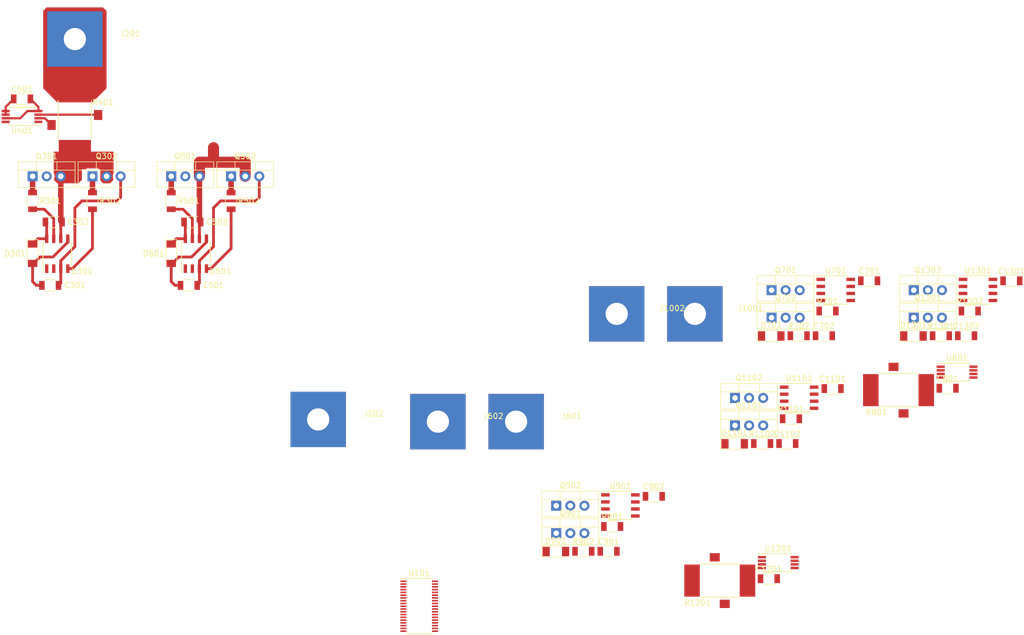
<source format=kicad_pcb>
(kicad_pcb (version 20171130) (host pcbnew "(5.0.0)")

  (general
    (thickness 1.6)
    (drawings 0)
    (tracks 95)
    (zones 0)
    (modules 64)
    (nets 86)
  )

  (page A4)
  (layers
    (0 F.Cu signal)
    (31 B.Cu signal)
    (32 B.Adhes user)
    (33 F.Adhes user)
    (34 B.Paste user)
    (35 F.Paste user)
    (36 B.SilkS user)
    (37 F.SilkS user hide)
    (38 B.Mask user)
    (39 F.Mask user)
    (40 Dwgs.User user)
    (41 Cmts.User user)
    (42 Eco1.User user)
    (43 Eco2.User user)
    (44 Edge.Cuts user)
    (45 Margin user)
    (46 B.CrtYd user)
    (47 F.CrtYd user)
    (48 B.Fab user)
    (49 F.Fab user hide)
  )

  (setup
    (last_trace_width 0.25)
    (user_trace_width 0.4)
    (user_trace_width 0.5)
    (user_trace_width 1)
    (user_trace_width 2)
    (trace_clearance 0.2)
    (zone_clearance 0.508)
    (zone_45_only no)
    (trace_min 0.2)
    (segment_width 0.2)
    (edge_width 0.15)
    (via_size 0.8)
    (via_drill 0.4)
    (via_min_size 0.6)
    (via_min_drill 0.3)
    (user_via 0.6 0.3)
    (user_via 1 0.5)
    (uvia_size 0.3)
    (uvia_drill 0.1)
    (uvias_allowed no)
    (uvia_min_size 0.2)
    (uvia_min_drill 0.1)
    (pcb_text_width 0.3)
    (pcb_text_size 1.5 1.5)
    (mod_edge_width 0.15)
    (mod_text_size 1 1)
    (mod_text_width 0.15)
    (pad_size 1.524 1.524)
    (pad_drill 0.762)
    (pad_to_mask_clearance 0.2)
    (aux_axis_origin 0 0)
    (visible_elements 7FFFFF7F)
    (pcbplotparams
      (layerselection 0x010fc_ffffffff)
      (usegerberextensions false)
      (usegerberattributes false)
      (usegerberadvancedattributes false)
      (creategerberjobfile false)
      (excludeedgelayer true)
      (linewidth 0.100000)
      (plotframeref false)
      (viasonmask false)
      (mode 1)
      (useauxorigin false)
      (hpglpennumber 1)
      (hpglpenspeed 20)
      (hpglpendiameter 15.000000)
      (psnegative false)
      (psa4output false)
      (plotreference true)
      (plotvalue true)
      (plotinvisibletext false)
      (padsonsilk false)
      (subtractmaskfromsilk false)
      (outputformat 1)
      (mirror false)
      (drillshape 1)
      (scaleselection 1)
      (outputdirectory ""))
  )

  (net 0 "")
  (net 1 +15V)
  (net 2 "Net-(C302-Pad1)")
  (net 3 /Leg1/Sensor/IN)
  (net 4 +3V3)
  (net 5 /Leg2/Sensor/IN)
  (net 6 /Leg3/Sensor/IN)
  (net 7 "Net-(C902-Pad1)")
  (net 8 /Leg1/Sensor/OUT)
  (net 9 /Leg2/Sensor/OUT)
  (net 10 /Leg3/Sensor/OUT)
  (net 11 +VDC)
  (net 12 "Net-(Q301-Pad1)")
  (net 13 "Net-(Q302-Pad1)")
  (net 14 -VDC)
  (net 15 "Net-(Q901-Pad1)")
  (net 16 "Net-(Q902-Pad1)")
  (net 17 "Net-(R301-Pad1)")
  (net 18 "Net-(R302-Pad1)")
  (net 19 "Net-(R401-Pad2)")
  (net 20 "Net-(R401-Pad3)")
  (net 21 "Net-(R901-Pad1)")
  (net 22 "Net-(R902-Pad1)")
  (net 23 "Net-(U101-Pad1)")
  (net 24 "Net-(U101-Pad3)")
  (net 25 /Leg2/QH)
  (net 26 /Leg2/QL)
  (net 27 /Leg3/QH)
  (net 28 /Leg3/QL)
  (net 29 "Net-(U101-Pad9)")
  (net 30 "Net-(U101-Pad10)")
  (net 31 "Net-(U101-Pad11)")
  (net 32 "Net-(U101-Pad13)")
  (net 33 "Net-(U101-Pad14)")
  (net 34 "Net-(U101-Pad15)")
  (net 35 "Net-(U101-Pad16)")
  (net 36 "Net-(U101-Pad17)")
  (net 37 "Net-(U101-Pad18)")
  (net 38 /Leg3/Current)
  (net 39 /Leg2/Current)
  (net 40 /Leg1/Current)
  (net 41 "Net-(U101-Pad24)")
  (net 42 "Net-(U101-Pad25)")
  (net 43 "Net-(U101-Pad26)")
  (net 44 "Net-(U101-Pad27)")
  (net 45 "Net-(U101-Pad28)")
  (net 46 "Net-(U101-Pad29)")
  (net 47 "Net-(U101-Pad30)")
  (net 48 "Net-(U101-Pad31)")
  (net 49 "Net-(U101-Pad32)")
  (net 50 "Net-(U101-Pad33)")
  (net 51 "Net-(U101-Pad34)")
  (net 52 "Net-(U101-Pad35)")
  (net 53 /Leg1/QL)
  (net 54 /Leg1/QH)
  (net 55 "Net-(U101-Pad38)")
  (net 56 "Net-(U401-Pad1)")
  (net 57 "Net-(C502-Pad1)")
  (net 58 /Leg1/Power-/OUT)
  (net 59 "Net-(C702-Pad1)")
  (net 60 /Leg2/Power-/OUT)
  (net 61 "Net-(C1102-Pad1)")
  (net 62 /Leg3/Power-/OUT)
  (net 63 "Net-(C1302-Pad1)")
  (net 64 "Net-(Q501-Pad1)")
  (net 65 "Net-(Q502-Pad1)")
  (net 66 "Net-(Q701-Pad1)")
  (net 67 "Net-(Q702-Pad1)")
  (net 68 "Net-(Q1101-Pad1)")
  (net 69 "Net-(Q1102-Pad1)")
  (net 70 "Net-(Q1301-Pad1)")
  (net 71 "Net-(Q1302-Pad1)")
  (net 72 "Net-(R501-Pad1)")
  (net 73 "Net-(R502-Pad1)")
  (net 74 "Net-(R701-Pad1)")
  (net 75 "Net-(R702-Pad1)")
  (net 76 "Net-(R801-Pad3)")
  (net 77 "Net-(R801-Pad2)")
  (net 78 "Net-(R1101-Pad1)")
  (net 79 "Net-(R1102-Pad1)")
  (net 80 "Net-(R1201-Pad2)")
  (net 81 "Net-(R1201-Pad3)")
  (net 82 "Net-(R1301-Pad1)")
  (net 83 "Net-(R1302-Pad1)")
  (net 84 "Net-(U801-Pad1)")
  (net 85 "Net-(U1201-Pad1)")

  (net_class Default "This is the default net class."
    (clearance 0.2)
    (trace_width 0.25)
    (via_dia 0.8)
    (via_drill 0.4)
    (uvia_dia 0.3)
    (uvia_drill 0.1)
    (add_net +15V)
    (add_net +3V3)
    (add_net +VDC)
    (add_net -VDC)
    (add_net /Leg1/Current)
    (add_net /Leg1/Power-/OUT)
    (add_net /Leg1/QH)
    (add_net /Leg1/QL)
    (add_net /Leg1/Sensor/IN)
    (add_net /Leg1/Sensor/OUT)
    (add_net /Leg2/Current)
    (add_net /Leg2/Power-/OUT)
    (add_net /Leg2/QH)
    (add_net /Leg2/QL)
    (add_net /Leg2/Sensor/IN)
    (add_net /Leg2/Sensor/OUT)
    (add_net /Leg3/Current)
    (add_net /Leg3/Power-/OUT)
    (add_net /Leg3/QH)
    (add_net /Leg3/QL)
    (add_net /Leg3/Sensor/IN)
    (add_net /Leg3/Sensor/OUT)
    (add_net "Net-(C1102-Pad1)")
    (add_net "Net-(C1302-Pad1)")
    (add_net "Net-(C302-Pad1)")
    (add_net "Net-(C502-Pad1)")
    (add_net "Net-(C702-Pad1)")
    (add_net "Net-(C902-Pad1)")
    (add_net "Net-(Q1101-Pad1)")
    (add_net "Net-(Q1102-Pad1)")
    (add_net "Net-(Q1301-Pad1)")
    (add_net "Net-(Q1302-Pad1)")
    (add_net "Net-(Q301-Pad1)")
    (add_net "Net-(Q302-Pad1)")
    (add_net "Net-(Q501-Pad1)")
    (add_net "Net-(Q502-Pad1)")
    (add_net "Net-(Q701-Pad1)")
    (add_net "Net-(Q702-Pad1)")
    (add_net "Net-(Q901-Pad1)")
    (add_net "Net-(Q902-Pad1)")
    (add_net "Net-(R1101-Pad1)")
    (add_net "Net-(R1102-Pad1)")
    (add_net "Net-(R1201-Pad2)")
    (add_net "Net-(R1201-Pad3)")
    (add_net "Net-(R1301-Pad1)")
    (add_net "Net-(R1302-Pad1)")
    (add_net "Net-(R301-Pad1)")
    (add_net "Net-(R302-Pad1)")
    (add_net "Net-(R401-Pad2)")
    (add_net "Net-(R401-Pad3)")
    (add_net "Net-(R501-Pad1)")
    (add_net "Net-(R502-Pad1)")
    (add_net "Net-(R701-Pad1)")
    (add_net "Net-(R702-Pad1)")
    (add_net "Net-(R801-Pad2)")
    (add_net "Net-(R801-Pad3)")
    (add_net "Net-(R901-Pad1)")
    (add_net "Net-(R902-Pad1)")
    (add_net "Net-(U101-Pad1)")
    (add_net "Net-(U101-Pad10)")
    (add_net "Net-(U101-Pad11)")
    (add_net "Net-(U101-Pad13)")
    (add_net "Net-(U101-Pad14)")
    (add_net "Net-(U101-Pad15)")
    (add_net "Net-(U101-Pad16)")
    (add_net "Net-(U101-Pad17)")
    (add_net "Net-(U101-Pad18)")
    (add_net "Net-(U101-Pad24)")
    (add_net "Net-(U101-Pad25)")
    (add_net "Net-(U101-Pad26)")
    (add_net "Net-(U101-Pad27)")
    (add_net "Net-(U101-Pad28)")
    (add_net "Net-(U101-Pad29)")
    (add_net "Net-(U101-Pad3)")
    (add_net "Net-(U101-Pad30)")
    (add_net "Net-(U101-Pad31)")
    (add_net "Net-(U101-Pad32)")
    (add_net "Net-(U101-Pad33)")
    (add_net "Net-(U101-Pad34)")
    (add_net "Net-(U101-Pad35)")
    (add_net "Net-(U101-Pad38)")
    (add_net "Net-(U101-Pad9)")
    (add_net "Net-(U1201-Pad1)")
    (add_net "Net-(U401-Pad1)")
    (add_net "Net-(U801-Pad1)")
  )

  (module Passives:C1206M (layer F.Cu) (tedit 5A956631) (tstamp 5B77579B)
    (at 88.9 73.025)
    (descr "Capacitor SMD 1206, reflow soldering, AVX (see smccp.pdf)")
    (tags "capacitor 1206")
    (path /5B767FE4/5B767FF2/5B7685DA)
    (attr smd)
    (fp_text reference C301 (at 4.445 0) (layer F.SilkS)
      (effects (font (size 1 1) (thickness 0.15)))
    )
    (fp_text value 100n (at 0 2) (layer F.Fab) hide
      (effects (font (size 1 1) (thickness 0.15)))
    )
    (fp_line (start 2.25 1.05) (end -2.25 1.05) (layer F.CrtYd) (width 0.05))
    (fp_line (start 2.25 1.05) (end 2.25 -1.05) (layer F.CrtYd) (width 0.05))
    (fp_line (start -2.25 -1.05) (end -2.25 1.05) (layer F.CrtYd) (width 0.05))
    (fp_line (start -2.25 -1.05) (end 2.25 -1.05) (layer F.CrtYd) (width 0.05))
    (fp_line (start -1 1.02) (end 1 1.02) (layer F.SilkS) (width 0.12))
    (fp_line (start 1 -1.02) (end -1 -1.02) (layer F.SilkS) (width 0.12))
    (fp_line (start -1.6 -0.8) (end 1.6 -0.8) (layer F.Fab) (width 0.1))
    (fp_line (start 1.6 -0.8) (end 1.6 0.8) (layer F.Fab) (width 0.1))
    (fp_line (start 1.6 0.8) (end -1.6 0.8) (layer F.Fab) (width 0.1))
    (fp_line (start -1.6 0.8) (end -1.6 -0.8) (layer F.Fab) (width 0.1))
    (fp_text user %R (at 0 0) (layer F.Fab)
      (effects (font (size 0.5 0.5) (thickness 0.07)))
    )
    (pad 2 smd rect (at 1.5 0) (size 1 1.6) (layers F.Cu F.Paste F.Mask)
      (net 14 -VDC))
    (pad 1 smd rect (at -1.5 0) (size 1 1.6) (layers F.Cu F.Paste F.Mask)
      (net 1 +15V))
    (model ${KISYS3DMOD}/Capacitor_SMD.3dshapes/C_1206_3216Metric.wrl
      (at (xyz 0 0 0))
      (scale (xyz 1 1 1))
      (rotate (xyz 0 0 0))
    )
  )

  (module Passives:C1206M (layer F.Cu) (tedit 5A956631) (tstamp 5B773F7E)
    (at 89.535 61.595)
    (descr "Capacitor SMD 1206, reflow soldering, AVX (see smccp.pdf)")
    (tags "capacitor 1206")
    (path /5B767FE4/5B767FF2/5B7686C7)
    (attr smd)
    (fp_text reference C302 (at 4.445 0) (layer F.SilkS)
      (effects (font (size 1 1) (thickness 0.15)))
    )
    (fp_text value 100n (at 0 2) (layer F.Fab) hide
      (effects (font (size 1 1) (thickness 0.15)))
    )
    (fp_text user %R (at 0 0) (layer F.Fab)
      (effects (font (size 0.5 0.5) (thickness 0.07)))
    )
    (fp_line (start -1.6 0.8) (end -1.6 -0.8) (layer F.Fab) (width 0.1))
    (fp_line (start 1.6 0.8) (end -1.6 0.8) (layer F.Fab) (width 0.1))
    (fp_line (start 1.6 -0.8) (end 1.6 0.8) (layer F.Fab) (width 0.1))
    (fp_line (start -1.6 -0.8) (end 1.6 -0.8) (layer F.Fab) (width 0.1))
    (fp_line (start 1 -1.02) (end -1 -1.02) (layer F.SilkS) (width 0.12))
    (fp_line (start -1 1.02) (end 1 1.02) (layer F.SilkS) (width 0.12))
    (fp_line (start -2.25 -1.05) (end 2.25 -1.05) (layer F.CrtYd) (width 0.05))
    (fp_line (start -2.25 -1.05) (end -2.25 1.05) (layer F.CrtYd) (width 0.05))
    (fp_line (start 2.25 1.05) (end 2.25 -1.05) (layer F.CrtYd) (width 0.05))
    (fp_line (start 2.25 1.05) (end -2.25 1.05) (layer F.CrtYd) (width 0.05))
    (pad 1 smd rect (at -1.5 0) (size 1 1.6) (layers F.Cu F.Paste F.Mask)
      (net 2 "Net-(C302-Pad1)"))
    (pad 2 smd rect (at 1.5 0) (size 1 1.6) (layers F.Cu F.Paste F.Mask)
      (net 3 /Leg1/Sensor/IN))
    (model ${KISYS3DMOD}/Capacitor_SMD.3dshapes/C_1206_3216Metric.wrl
      (at (xyz 0 0 0))
      (scale (xyz 1 1 1))
      (rotate (xyz 0 0 0))
    )
  )

  (module Passives:C1206M (layer F.Cu) (tedit 5A956631) (tstamp 5B773F8F)
    (at 83.82 39.37)
    (descr "Capacitor SMD 1206, reflow soldering, AVX (see smccp.pdf)")
    (tags "capacitor 1206")
    (path /5B767FE4/5B767FF5/5B76C4AF)
    (attr smd)
    (fp_text reference C401 (at 0 -1.75) (layer F.SilkS)
      (effects (font (size 1 1) (thickness 0.15)))
    )
    (fp_text value C1206 (at 0 2) (layer F.Fab) hide
      (effects (font (size 1 1) (thickness 0.15)))
    )
    (fp_text user %R (at 0 0) (layer F.Fab)
      (effects (font (size 0.5 0.5) (thickness 0.07)))
    )
    (fp_line (start -1.6 0.8) (end -1.6 -0.8) (layer F.Fab) (width 0.1))
    (fp_line (start 1.6 0.8) (end -1.6 0.8) (layer F.Fab) (width 0.1))
    (fp_line (start 1.6 -0.8) (end 1.6 0.8) (layer F.Fab) (width 0.1))
    (fp_line (start -1.6 -0.8) (end 1.6 -0.8) (layer F.Fab) (width 0.1))
    (fp_line (start 1 -1.02) (end -1 -1.02) (layer F.SilkS) (width 0.12))
    (fp_line (start -1 1.02) (end 1 1.02) (layer F.SilkS) (width 0.12))
    (fp_line (start -2.25 -1.05) (end 2.25 -1.05) (layer F.CrtYd) (width 0.05))
    (fp_line (start -2.25 -1.05) (end -2.25 1.05) (layer F.CrtYd) (width 0.05))
    (fp_line (start 2.25 1.05) (end 2.25 -1.05) (layer F.CrtYd) (width 0.05))
    (fp_line (start 2.25 1.05) (end -2.25 1.05) (layer F.CrtYd) (width 0.05))
    (pad 1 smd rect (at -1.5 0) (size 1 1.6) (layers F.Cu F.Paste F.Mask)
      (net 4 +3V3))
    (pad 2 smd rect (at 1.5 0) (size 1 1.6) (layers F.Cu F.Paste F.Mask)
      (net 14 -VDC))
    (model ${KISYS3DMOD}/Capacitor_SMD.3dshapes/C_1206_3216Metric.wrl
      (at (xyz 0 0 0))
      (scale (xyz 1 1 1))
      (rotate (xyz 0 0 0))
    )
  )

  (module Passives:C1206M (layer F.Cu) (tedit 5A956631) (tstamp 5B773FA0)
    (at 113.9 73.025)
    (descr "Capacitor SMD 1206, reflow soldering, AVX (see smccp.pdf)")
    (tags "capacitor 1206")
    (path /5B767FE4/5B772791/5B7685DA)
    (attr smd)
    (fp_text reference C501 (at 4.445 0) (layer F.SilkS)
      (effects (font (size 1 1) (thickness 0.15)))
    )
    (fp_text value 100n (at 0 2) (layer F.Fab) hide
      (effects (font (size 1 1) (thickness 0.15)))
    )
    (fp_line (start 2.25 1.05) (end -2.25 1.05) (layer F.CrtYd) (width 0.05))
    (fp_line (start 2.25 1.05) (end 2.25 -1.05) (layer F.CrtYd) (width 0.05))
    (fp_line (start -2.25 -1.05) (end -2.25 1.05) (layer F.CrtYd) (width 0.05))
    (fp_line (start -2.25 -1.05) (end 2.25 -1.05) (layer F.CrtYd) (width 0.05))
    (fp_line (start -1 1.02) (end 1 1.02) (layer F.SilkS) (width 0.12))
    (fp_line (start 1 -1.02) (end -1 -1.02) (layer F.SilkS) (width 0.12))
    (fp_line (start -1.6 -0.8) (end 1.6 -0.8) (layer F.Fab) (width 0.1))
    (fp_line (start 1.6 -0.8) (end 1.6 0.8) (layer F.Fab) (width 0.1))
    (fp_line (start 1.6 0.8) (end -1.6 0.8) (layer F.Fab) (width 0.1))
    (fp_line (start -1.6 0.8) (end -1.6 -0.8) (layer F.Fab) (width 0.1))
    (fp_text user %R (at 0 0) (layer F.Fab)
      (effects (font (size 0.5 0.5) (thickness 0.07)))
    )
    (pad 2 smd rect (at 1.5 0) (size 1 1.6) (layers F.Cu F.Paste F.Mask)
      (net 14 -VDC))
    (pad 1 smd rect (at -1.5 0) (size 1 1.6) (layers F.Cu F.Paste F.Mask)
      (net 1 +15V))
    (model ${KISYS3DMOD}/Capacitor_SMD.3dshapes/C_1206_3216Metric.wrl
      (at (xyz 0 0 0))
      (scale (xyz 1 1 1))
      (rotate (xyz 0 0 0))
    )
  )

  (module Passives:C1206M (layer F.Cu) (tedit 5A956631) (tstamp 5B773FB1)
    (at 114.535 61.595)
    (descr "Capacitor SMD 1206, reflow soldering, AVX (see smccp.pdf)")
    (tags "capacitor 1206")
    (path /5B767FE4/5B772791/5B7686C7)
    (attr smd)
    (fp_text reference C502 (at 4.445 0) (layer F.SilkS)
      (effects (font (size 1 1) (thickness 0.15)))
    )
    (fp_text value 100n (at 0 2) (layer F.Fab) hide
      (effects (font (size 1 1) (thickness 0.15)))
    )
    (fp_text user %R (at 0 0) (layer F.Fab)
      (effects (font (size 0.5 0.5) (thickness 0.07)))
    )
    (fp_line (start -1.6 0.8) (end -1.6 -0.8) (layer F.Fab) (width 0.1))
    (fp_line (start 1.6 0.8) (end -1.6 0.8) (layer F.Fab) (width 0.1))
    (fp_line (start 1.6 -0.8) (end 1.6 0.8) (layer F.Fab) (width 0.1))
    (fp_line (start -1.6 -0.8) (end 1.6 -0.8) (layer F.Fab) (width 0.1))
    (fp_line (start 1 -1.02) (end -1 -1.02) (layer F.SilkS) (width 0.12))
    (fp_line (start -1 1.02) (end 1 1.02) (layer F.SilkS) (width 0.12))
    (fp_line (start -2.25 -1.05) (end 2.25 -1.05) (layer F.CrtYd) (width 0.05))
    (fp_line (start -2.25 -1.05) (end -2.25 1.05) (layer F.CrtYd) (width 0.05))
    (fp_line (start 2.25 1.05) (end 2.25 -1.05) (layer F.CrtYd) (width 0.05))
    (fp_line (start 2.25 1.05) (end -2.25 1.05) (layer F.CrtYd) (width 0.05))
    (pad 1 smd rect (at -1.5 0) (size 1 1.6) (layers F.Cu F.Paste F.Mask)
      (net 57 "Net-(C502-Pad1)"))
    (pad 2 smd rect (at 1.5 0) (size 1 1.6) (layers F.Cu F.Paste F.Mask)
      (net 58 /Leg1/Power-/OUT))
    (model ${KISYS3DMOD}/Capacitor_SMD.3dshapes/C_1206_3216Metric.wrl
      (at (xyz 0 0 0))
      (scale (xyz 1 1 1))
      (rotate (xyz 0 0 0))
    )
  )

  (module Passives:C1206M (layer F.Cu) (tedit 5A956631) (tstamp 5B773FC2)
    (at 236.580001 72.200001)
    (descr "Capacitor SMD 1206, reflow soldering, AVX (see smccp.pdf)")
    (tags "capacitor 1206")
    (path /5B76D023/5B767FF2/5B7685DA)
    (attr smd)
    (fp_text reference C701 (at 0 -1.75) (layer F.SilkS)
      (effects (font (size 1 1) (thickness 0.15)))
    )
    (fp_text value 100n (at 0 2) (layer F.Fab) hide
      (effects (font (size 1 1) (thickness 0.15)))
    )
    (fp_text user %R (at 0 0) (layer F.Fab)
      (effects (font (size 0.5 0.5) (thickness 0.07)))
    )
    (fp_line (start -1.6 0.8) (end -1.6 -0.8) (layer F.Fab) (width 0.1))
    (fp_line (start 1.6 0.8) (end -1.6 0.8) (layer F.Fab) (width 0.1))
    (fp_line (start 1.6 -0.8) (end 1.6 0.8) (layer F.Fab) (width 0.1))
    (fp_line (start -1.6 -0.8) (end 1.6 -0.8) (layer F.Fab) (width 0.1))
    (fp_line (start 1 -1.02) (end -1 -1.02) (layer F.SilkS) (width 0.12))
    (fp_line (start -1 1.02) (end 1 1.02) (layer F.SilkS) (width 0.12))
    (fp_line (start -2.25 -1.05) (end 2.25 -1.05) (layer F.CrtYd) (width 0.05))
    (fp_line (start -2.25 -1.05) (end -2.25 1.05) (layer F.CrtYd) (width 0.05))
    (fp_line (start 2.25 1.05) (end 2.25 -1.05) (layer F.CrtYd) (width 0.05))
    (fp_line (start 2.25 1.05) (end -2.25 1.05) (layer F.CrtYd) (width 0.05))
    (pad 1 smd rect (at -1.5 0) (size 1 1.6) (layers F.Cu F.Paste F.Mask)
      (net 1 +15V))
    (pad 2 smd rect (at 1.5 0) (size 1 1.6) (layers F.Cu F.Paste F.Mask)
      (net 14 -VDC))
    (model ${KISYS3DMOD}/Capacitor_SMD.3dshapes/C_1206_3216Metric.wrl
      (at (xyz 0 0 0))
      (scale (xyz 1 1 1))
      (rotate (xyz 0 0 0))
    )
  )

  (module Passives:C1206M (layer F.Cu) (tedit 5A956631) (tstamp 5B773FD3)
    (at 228.420001 82.120001)
    (descr "Capacitor SMD 1206, reflow soldering, AVX (see smccp.pdf)")
    (tags "capacitor 1206")
    (path /5B76D023/5B767FF2/5B7686C7)
    (attr smd)
    (fp_text reference C702 (at 0 -1.75) (layer F.SilkS)
      (effects (font (size 1 1) (thickness 0.15)))
    )
    (fp_text value 100n (at 0 2) (layer F.Fab) hide
      (effects (font (size 1 1) (thickness 0.15)))
    )
    (fp_line (start 2.25 1.05) (end -2.25 1.05) (layer F.CrtYd) (width 0.05))
    (fp_line (start 2.25 1.05) (end 2.25 -1.05) (layer F.CrtYd) (width 0.05))
    (fp_line (start -2.25 -1.05) (end -2.25 1.05) (layer F.CrtYd) (width 0.05))
    (fp_line (start -2.25 -1.05) (end 2.25 -1.05) (layer F.CrtYd) (width 0.05))
    (fp_line (start -1 1.02) (end 1 1.02) (layer F.SilkS) (width 0.12))
    (fp_line (start 1 -1.02) (end -1 -1.02) (layer F.SilkS) (width 0.12))
    (fp_line (start -1.6 -0.8) (end 1.6 -0.8) (layer F.Fab) (width 0.1))
    (fp_line (start 1.6 -0.8) (end 1.6 0.8) (layer F.Fab) (width 0.1))
    (fp_line (start 1.6 0.8) (end -1.6 0.8) (layer F.Fab) (width 0.1))
    (fp_line (start -1.6 0.8) (end -1.6 -0.8) (layer F.Fab) (width 0.1))
    (fp_text user %R (at 0 0) (layer F.Fab)
      (effects (font (size 0.5 0.5) (thickness 0.07)))
    )
    (pad 2 smd rect (at 1.5 0) (size 1 1.6) (layers F.Cu F.Paste F.Mask)
      (net 5 /Leg2/Sensor/IN))
    (pad 1 smd rect (at -1.5 0) (size 1 1.6) (layers F.Cu F.Paste F.Mask)
      (net 59 "Net-(C702-Pad1)"))
    (model ${KISYS3DMOD}/Capacitor_SMD.3dshapes/C_1206_3216Metric.wrl
      (at (xyz 0 0 0))
      (scale (xyz 1 1 1))
      (rotate (xyz 0 0 0))
    )
  )

  (module Passives:C1206M (layer F.Cu) (tedit 5A956631) (tstamp 5B773FE4)
    (at 250.730001 91.590001)
    (descr "Capacitor SMD 1206, reflow soldering, AVX (see smccp.pdf)")
    (tags "capacitor 1206")
    (path /5B76D023/5B767FF5/5B76C4AF)
    (attr smd)
    (fp_text reference C801 (at 0 -1.75) (layer F.SilkS)
      (effects (font (size 1 1) (thickness 0.15)))
    )
    (fp_text value C1206 (at 0 2) (layer F.Fab) hide
      (effects (font (size 1 1) (thickness 0.15)))
    )
    (fp_text user %R (at 0 0) (layer F.Fab)
      (effects (font (size 0.5 0.5) (thickness 0.07)))
    )
    (fp_line (start -1.6 0.8) (end -1.6 -0.8) (layer F.Fab) (width 0.1))
    (fp_line (start 1.6 0.8) (end -1.6 0.8) (layer F.Fab) (width 0.1))
    (fp_line (start 1.6 -0.8) (end 1.6 0.8) (layer F.Fab) (width 0.1))
    (fp_line (start -1.6 -0.8) (end 1.6 -0.8) (layer F.Fab) (width 0.1))
    (fp_line (start 1 -1.02) (end -1 -1.02) (layer F.SilkS) (width 0.12))
    (fp_line (start -1 1.02) (end 1 1.02) (layer F.SilkS) (width 0.12))
    (fp_line (start -2.25 -1.05) (end 2.25 -1.05) (layer F.CrtYd) (width 0.05))
    (fp_line (start -2.25 -1.05) (end -2.25 1.05) (layer F.CrtYd) (width 0.05))
    (fp_line (start 2.25 1.05) (end 2.25 -1.05) (layer F.CrtYd) (width 0.05))
    (fp_line (start 2.25 1.05) (end -2.25 1.05) (layer F.CrtYd) (width 0.05))
    (pad 1 smd rect (at -1.5 0) (size 1 1.6) (layers F.Cu F.Paste F.Mask)
      (net 4 +3V3))
    (pad 2 smd rect (at 1.5 0) (size 1 1.6) (layers F.Cu F.Paste F.Mask)
      (net 14 -VDC))
    (model ${KISYS3DMOD}/Capacitor_SMD.3dshapes/C_1206_3216Metric.wrl
      (at (xyz 0 0 0))
      (scale (xyz 1 1 1))
      (rotate (xyz 0 0 0))
    )
  )

  (module Passives:C1206M (layer F.Cu) (tedit 5A956631) (tstamp 5B773FF5)
    (at 189.590001 121.020001)
    (descr "Capacitor SMD 1206, reflow soldering, AVX (see smccp.pdf)")
    (tags "capacitor 1206")
    (path /5B76D023/5B772791/5B7685DA)
    (attr smd)
    (fp_text reference C901 (at 0 -1.75) (layer F.SilkS)
      (effects (font (size 1 1) (thickness 0.15)))
    )
    (fp_text value 100n (at 0 2) (layer F.Fab) hide
      (effects (font (size 1 1) (thickness 0.15)))
    )
    (fp_line (start 2.25 1.05) (end -2.25 1.05) (layer F.CrtYd) (width 0.05))
    (fp_line (start 2.25 1.05) (end 2.25 -1.05) (layer F.CrtYd) (width 0.05))
    (fp_line (start -2.25 -1.05) (end -2.25 1.05) (layer F.CrtYd) (width 0.05))
    (fp_line (start -2.25 -1.05) (end 2.25 -1.05) (layer F.CrtYd) (width 0.05))
    (fp_line (start -1 1.02) (end 1 1.02) (layer F.SilkS) (width 0.12))
    (fp_line (start 1 -1.02) (end -1 -1.02) (layer F.SilkS) (width 0.12))
    (fp_line (start -1.6 -0.8) (end 1.6 -0.8) (layer F.Fab) (width 0.1))
    (fp_line (start 1.6 -0.8) (end 1.6 0.8) (layer F.Fab) (width 0.1))
    (fp_line (start 1.6 0.8) (end -1.6 0.8) (layer F.Fab) (width 0.1))
    (fp_line (start -1.6 0.8) (end -1.6 -0.8) (layer F.Fab) (width 0.1))
    (fp_text user %R (at 0 0) (layer F.Fab)
      (effects (font (size 0.5 0.5) (thickness 0.07)))
    )
    (pad 2 smd rect (at 1.5 0) (size 1 1.6) (layers F.Cu F.Paste F.Mask)
      (net 14 -VDC))
    (pad 1 smd rect (at -1.5 0) (size 1 1.6) (layers F.Cu F.Paste F.Mask)
      (net 1 +15V))
    (model ${KISYS3DMOD}/Capacitor_SMD.3dshapes/C_1206_3216Metric.wrl
      (at (xyz 0 0 0))
      (scale (xyz 1 1 1))
      (rotate (xyz 0 0 0))
    )
  )

  (module Passives:C1206M (layer F.Cu) (tedit 5A956631) (tstamp 5B774006)
    (at 197.750001 111.100001)
    (descr "Capacitor SMD 1206, reflow soldering, AVX (see smccp.pdf)")
    (tags "capacitor 1206")
    (path /5B76D023/5B772791/5B7686C7)
    (attr smd)
    (fp_text reference C902 (at 0 -1.75) (layer F.SilkS)
      (effects (font (size 1 1) (thickness 0.15)))
    )
    (fp_text value 100n (at 0 2) (layer F.Fab) hide
      (effects (font (size 1 1) (thickness 0.15)))
    )
    (fp_text user %R (at 0 0) (layer F.Fab)
      (effects (font (size 0.5 0.5) (thickness 0.07)))
    )
    (fp_line (start -1.6 0.8) (end -1.6 -0.8) (layer F.Fab) (width 0.1))
    (fp_line (start 1.6 0.8) (end -1.6 0.8) (layer F.Fab) (width 0.1))
    (fp_line (start 1.6 -0.8) (end 1.6 0.8) (layer F.Fab) (width 0.1))
    (fp_line (start -1.6 -0.8) (end 1.6 -0.8) (layer F.Fab) (width 0.1))
    (fp_line (start 1 -1.02) (end -1 -1.02) (layer F.SilkS) (width 0.12))
    (fp_line (start -1 1.02) (end 1 1.02) (layer F.SilkS) (width 0.12))
    (fp_line (start -2.25 -1.05) (end 2.25 -1.05) (layer F.CrtYd) (width 0.05))
    (fp_line (start -2.25 -1.05) (end -2.25 1.05) (layer F.CrtYd) (width 0.05))
    (fp_line (start 2.25 1.05) (end 2.25 -1.05) (layer F.CrtYd) (width 0.05))
    (fp_line (start 2.25 1.05) (end -2.25 1.05) (layer F.CrtYd) (width 0.05))
    (pad 1 smd rect (at -1.5 0) (size 1 1.6) (layers F.Cu F.Paste F.Mask)
      (net 7 "Net-(C902-Pad1)"))
    (pad 2 smd rect (at 1.5 0) (size 1 1.6) (layers F.Cu F.Paste F.Mask)
      (net 60 /Leg2/Power-/OUT))
    (model ${KISYS3DMOD}/Capacitor_SMD.3dshapes/C_1206_3216Metric.wrl
      (at (xyz 0 0 0))
      (scale (xyz 1 1 1))
      (rotate (xyz 0 0 0))
    )
  )

  (module Passives:C1206M (layer F.Cu) (tedit 5A956631) (tstamp 5B774017)
    (at 229.990001 91.650001)
    (descr "Capacitor SMD 1206, reflow soldering, AVX (see smccp.pdf)")
    (tags "capacitor 1206")
    (path /5B76D031/5B767FF2/5B7685DA)
    (attr smd)
    (fp_text reference C1101 (at 0 -1.75) (layer F.SilkS)
      (effects (font (size 1 1) (thickness 0.15)))
    )
    (fp_text value 100n (at 0 2) (layer F.Fab) hide
      (effects (font (size 1 1) (thickness 0.15)))
    )
    (fp_text user %R (at 0 0) (layer F.Fab)
      (effects (font (size 0.5 0.5) (thickness 0.07)))
    )
    (fp_line (start -1.6 0.8) (end -1.6 -0.8) (layer F.Fab) (width 0.1))
    (fp_line (start 1.6 0.8) (end -1.6 0.8) (layer F.Fab) (width 0.1))
    (fp_line (start 1.6 -0.8) (end 1.6 0.8) (layer F.Fab) (width 0.1))
    (fp_line (start -1.6 -0.8) (end 1.6 -0.8) (layer F.Fab) (width 0.1))
    (fp_line (start 1 -1.02) (end -1 -1.02) (layer F.SilkS) (width 0.12))
    (fp_line (start -1 1.02) (end 1 1.02) (layer F.SilkS) (width 0.12))
    (fp_line (start -2.25 -1.05) (end 2.25 -1.05) (layer F.CrtYd) (width 0.05))
    (fp_line (start -2.25 -1.05) (end -2.25 1.05) (layer F.CrtYd) (width 0.05))
    (fp_line (start 2.25 1.05) (end 2.25 -1.05) (layer F.CrtYd) (width 0.05))
    (fp_line (start 2.25 1.05) (end -2.25 1.05) (layer F.CrtYd) (width 0.05))
    (pad 1 smd rect (at -1.5 0) (size 1 1.6) (layers F.Cu F.Paste F.Mask)
      (net 1 +15V))
    (pad 2 smd rect (at 1.5 0) (size 1 1.6) (layers F.Cu F.Paste F.Mask)
      (net 14 -VDC))
    (model ${KISYS3DMOD}/Capacitor_SMD.3dshapes/C_1206_3216Metric.wrl
      (at (xyz 0 0 0))
      (scale (xyz 1 1 1))
      (rotate (xyz 0 0 0))
    )
  )

  (module Passives:C1206M (layer F.Cu) (tedit 5A956631) (tstamp 5B774028)
    (at 221.830001 101.570001)
    (descr "Capacitor SMD 1206, reflow soldering, AVX (see smccp.pdf)")
    (tags "capacitor 1206")
    (path /5B76D031/5B767FF2/5B7686C7)
    (attr smd)
    (fp_text reference C1102 (at 0 -1.75) (layer F.SilkS)
      (effects (font (size 1 1) (thickness 0.15)))
    )
    (fp_text value 100n (at 0 2) (layer F.Fab) hide
      (effects (font (size 1 1) (thickness 0.15)))
    )
    (fp_line (start 2.25 1.05) (end -2.25 1.05) (layer F.CrtYd) (width 0.05))
    (fp_line (start 2.25 1.05) (end 2.25 -1.05) (layer F.CrtYd) (width 0.05))
    (fp_line (start -2.25 -1.05) (end -2.25 1.05) (layer F.CrtYd) (width 0.05))
    (fp_line (start -2.25 -1.05) (end 2.25 -1.05) (layer F.CrtYd) (width 0.05))
    (fp_line (start -1 1.02) (end 1 1.02) (layer F.SilkS) (width 0.12))
    (fp_line (start 1 -1.02) (end -1 -1.02) (layer F.SilkS) (width 0.12))
    (fp_line (start -1.6 -0.8) (end 1.6 -0.8) (layer F.Fab) (width 0.1))
    (fp_line (start 1.6 -0.8) (end 1.6 0.8) (layer F.Fab) (width 0.1))
    (fp_line (start 1.6 0.8) (end -1.6 0.8) (layer F.Fab) (width 0.1))
    (fp_line (start -1.6 0.8) (end -1.6 -0.8) (layer F.Fab) (width 0.1))
    (fp_text user %R (at 0 0) (layer F.Fab)
      (effects (font (size 0.5 0.5) (thickness 0.07)))
    )
    (pad 2 smd rect (at 1.5 0) (size 1 1.6) (layers F.Cu F.Paste F.Mask)
      (net 6 /Leg3/Sensor/IN))
    (pad 1 smd rect (at -1.5 0) (size 1 1.6) (layers F.Cu F.Paste F.Mask)
      (net 61 "Net-(C1102-Pad1)"))
    (model ${KISYS3DMOD}/Capacitor_SMD.3dshapes/C_1206_3216Metric.wrl
      (at (xyz 0 0 0))
      (scale (xyz 1 1 1))
      (rotate (xyz 0 0 0))
    )
  )

  (module Passives:C1206M (layer F.Cu) (tedit 5A956631) (tstamp 5B774039)
    (at 218.490001 125.960001)
    (descr "Capacitor SMD 1206, reflow soldering, AVX (see smccp.pdf)")
    (tags "capacitor 1206")
    (path /5B76D031/5B767FF5/5B76C4AF)
    (attr smd)
    (fp_text reference C1201 (at 0 -1.75) (layer F.SilkS)
      (effects (font (size 1 1) (thickness 0.15)))
    )
    (fp_text value C1206 (at 0 2) (layer F.Fab) hide
      (effects (font (size 1 1) (thickness 0.15)))
    )
    (fp_line (start 2.25 1.05) (end -2.25 1.05) (layer F.CrtYd) (width 0.05))
    (fp_line (start 2.25 1.05) (end 2.25 -1.05) (layer F.CrtYd) (width 0.05))
    (fp_line (start -2.25 -1.05) (end -2.25 1.05) (layer F.CrtYd) (width 0.05))
    (fp_line (start -2.25 -1.05) (end 2.25 -1.05) (layer F.CrtYd) (width 0.05))
    (fp_line (start -1 1.02) (end 1 1.02) (layer F.SilkS) (width 0.12))
    (fp_line (start 1 -1.02) (end -1 -1.02) (layer F.SilkS) (width 0.12))
    (fp_line (start -1.6 -0.8) (end 1.6 -0.8) (layer F.Fab) (width 0.1))
    (fp_line (start 1.6 -0.8) (end 1.6 0.8) (layer F.Fab) (width 0.1))
    (fp_line (start 1.6 0.8) (end -1.6 0.8) (layer F.Fab) (width 0.1))
    (fp_line (start -1.6 0.8) (end -1.6 -0.8) (layer F.Fab) (width 0.1))
    (fp_text user %R (at 0 0) (layer F.Fab)
      (effects (font (size 0.5 0.5) (thickness 0.07)))
    )
    (pad 2 smd rect (at 1.5 0) (size 1 1.6) (layers F.Cu F.Paste F.Mask)
      (net 14 -VDC))
    (pad 1 smd rect (at -1.5 0) (size 1 1.6) (layers F.Cu F.Paste F.Mask)
      (net 4 +3V3))
    (model ${KISYS3DMOD}/Capacitor_SMD.3dshapes/C_1206_3216Metric.wrl
      (at (xyz 0 0 0))
      (scale (xyz 1 1 1))
      (rotate (xyz 0 0 0))
    )
  )

  (module Passives:C1206M (layer F.Cu) (tedit 5A956631) (tstamp 5B77404A)
    (at 262.230001 72.200001)
    (descr "Capacitor SMD 1206, reflow soldering, AVX (see smccp.pdf)")
    (tags "capacitor 1206")
    (path /5B76D031/5B772791/5B7685DA)
    (attr smd)
    (fp_text reference C1301 (at 0 -1.75) (layer F.SilkS)
      (effects (font (size 1 1) (thickness 0.15)))
    )
    (fp_text value 100n (at 0 2) (layer F.Fab) hide
      (effects (font (size 1 1) (thickness 0.15)))
    )
    (fp_text user %R (at 0 0) (layer F.Fab)
      (effects (font (size 0.5 0.5) (thickness 0.07)))
    )
    (fp_line (start -1.6 0.8) (end -1.6 -0.8) (layer F.Fab) (width 0.1))
    (fp_line (start 1.6 0.8) (end -1.6 0.8) (layer F.Fab) (width 0.1))
    (fp_line (start 1.6 -0.8) (end 1.6 0.8) (layer F.Fab) (width 0.1))
    (fp_line (start -1.6 -0.8) (end 1.6 -0.8) (layer F.Fab) (width 0.1))
    (fp_line (start 1 -1.02) (end -1 -1.02) (layer F.SilkS) (width 0.12))
    (fp_line (start -1 1.02) (end 1 1.02) (layer F.SilkS) (width 0.12))
    (fp_line (start -2.25 -1.05) (end 2.25 -1.05) (layer F.CrtYd) (width 0.05))
    (fp_line (start -2.25 -1.05) (end -2.25 1.05) (layer F.CrtYd) (width 0.05))
    (fp_line (start 2.25 1.05) (end 2.25 -1.05) (layer F.CrtYd) (width 0.05))
    (fp_line (start 2.25 1.05) (end -2.25 1.05) (layer F.CrtYd) (width 0.05))
    (pad 1 smd rect (at -1.5 0) (size 1 1.6) (layers F.Cu F.Paste F.Mask)
      (net 1 +15V))
    (pad 2 smd rect (at 1.5 0) (size 1 1.6) (layers F.Cu F.Paste F.Mask)
      (net 14 -VDC))
    (model ${KISYS3DMOD}/Capacitor_SMD.3dshapes/C_1206_3216Metric.wrl
      (at (xyz 0 0 0))
      (scale (xyz 1 1 1))
      (rotate (xyz 0 0 0))
    )
  )

  (module Passives:C1206M (layer F.Cu) (tedit 5A956631) (tstamp 5B77405B)
    (at 254.070001 82.120001)
    (descr "Capacitor SMD 1206, reflow soldering, AVX (see smccp.pdf)")
    (tags "capacitor 1206")
    (path /5B76D031/5B772791/5B7686C7)
    (attr smd)
    (fp_text reference C1302 (at 0 -1.75) (layer F.SilkS)
      (effects (font (size 1 1) (thickness 0.15)))
    )
    (fp_text value 100n (at 0 2) (layer F.Fab) hide
      (effects (font (size 1 1) (thickness 0.15)))
    )
    (fp_line (start 2.25 1.05) (end -2.25 1.05) (layer F.CrtYd) (width 0.05))
    (fp_line (start 2.25 1.05) (end 2.25 -1.05) (layer F.CrtYd) (width 0.05))
    (fp_line (start -2.25 -1.05) (end -2.25 1.05) (layer F.CrtYd) (width 0.05))
    (fp_line (start -2.25 -1.05) (end 2.25 -1.05) (layer F.CrtYd) (width 0.05))
    (fp_line (start -1 1.02) (end 1 1.02) (layer F.SilkS) (width 0.12))
    (fp_line (start 1 -1.02) (end -1 -1.02) (layer F.SilkS) (width 0.12))
    (fp_line (start -1.6 -0.8) (end 1.6 -0.8) (layer F.Fab) (width 0.1))
    (fp_line (start 1.6 -0.8) (end 1.6 0.8) (layer F.Fab) (width 0.1))
    (fp_line (start 1.6 0.8) (end -1.6 0.8) (layer F.Fab) (width 0.1))
    (fp_line (start -1.6 0.8) (end -1.6 -0.8) (layer F.Fab) (width 0.1))
    (fp_text user %R (at 0 0) (layer F.Fab)
      (effects (font (size 0.5 0.5) (thickness 0.07)))
    )
    (pad 2 smd rect (at 1.5 0) (size 1 1.6) (layers F.Cu F.Paste F.Mask)
      (net 62 /Leg3/Power-/OUT))
    (pad 1 smd rect (at -1.5 0) (size 1 1.6) (layers F.Cu F.Paste F.Mask)
      (net 63 "Net-(C1302-Pad1)"))
    (model ${KISYS3DMOD}/Capacitor_SMD.3dshapes/C_1206_3216Metric.wrl
      (at (xyz 0 0 0))
      (scale (xyz 1 1 1))
      (rotate (xyz 0 0 0))
    )
  )

  (module Discretes:D_MiniMELF (layer F.Cu) (tedit 59F95434) (tstamp 5B774074)
    (at 85.725 67.31 270)
    (descr "Diode Mini-MELF")
    (tags "Diode Mini-MELF")
    (path /5B767FE4/5B767FF2/5B76A6F5)
    (attr smd)
    (fp_text reference D301 (at 0 3.175) (layer F.SilkS)
      (effects (font (size 1 1) (thickness 0.15)))
    )
    (fp_text value LL4148 (at 0 1.75 270) (layer F.Fab) hide
      (effects (font (size 1 1) (thickness 0.15)))
    )
    (fp_line (start -2.65 1.1) (end -2.65 -1.1) (layer F.CrtYd) (width 0.05))
    (fp_line (start 2.65 1.1) (end -2.65 1.1) (layer F.CrtYd) (width 0.05))
    (fp_line (start 2.65 -1.1) (end 2.65 1.1) (layer F.CrtYd) (width 0.05))
    (fp_line (start -2.65 -1.1) (end 2.65 -1.1) (layer F.CrtYd) (width 0.05))
    (fp_line (start -0.75 0) (end -0.35 0) (layer F.Fab) (width 0.1))
    (fp_line (start -0.35 0) (end -0.35 -0.55) (layer F.Fab) (width 0.1))
    (fp_line (start -0.35 0) (end -0.35 0.55) (layer F.Fab) (width 0.1))
    (fp_line (start -0.35 0) (end 0.25 -0.4) (layer F.Fab) (width 0.1))
    (fp_line (start 0.25 -0.4) (end 0.25 0.4) (layer F.Fab) (width 0.1))
    (fp_line (start 0.25 0.4) (end -0.35 0) (layer F.Fab) (width 0.1))
    (fp_line (start 0.25 0) (end 0.75 0) (layer F.Fab) (width 0.1))
    (fp_line (start -1.65 -0.8) (end 1.65 -0.8) (layer F.Fab) (width 0.1))
    (fp_line (start -1.65 0.8) (end -1.65 -0.8) (layer F.Fab) (width 0.1))
    (fp_line (start 1.65 0.8) (end -1.65 0.8) (layer F.Fab) (width 0.1))
    (fp_line (start 1.65 -0.8) (end 1.65 0.8) (layer F.Fab) (width 0.1))
    (fp_line (start -2.55 1) (end 1.75 1) (layer F.SilkS) (width 0.12))
    (fp_line (start -2.55 -1) (end -2.55 1) (layer F.SilkS) (width 0.12))
    (fp_line (start 1.75 -1) (end -2.55 -1) (layer F.SilkS) (width 0.12))
    (fp_text user %R (at 0 3.175) (layer F.Fab)
      (effects (font (size 1 1) (thickness 0.15)))
    )
    (pad 2 smd rect (at 1.75 0 270) (size 1.3 1.7) (layers F.Cu F.Paste F.Mask)
      (net 1 +15V))
    (pad 1 smd rect (at -1.75 0 270) (size 1.3 1.7) (layers F.Cu F.Paste F.Mask)
      (net 2 "Net-(C302-Pad1)"))
    (model ${KISYS3DMOD}/Diode_SMD.3dshapes/D_MiniMELF.wrl
      (at (xyz 0 0 0))
      (scale (xyz 1 1 1))
      (rotate (xyz 0 0 0))
    )
  )

  (module Discretes:D_MiniMELF (layer F.Cu) (tedit 59F95434) (tstamp 5B77408D)
    (at 110.725 67.31 270)
    (descr "Diode Mini-MELF")
    (tags "Diode Mini-MELF")
    (path /5B767FE4/5B772791/5B76A6F5)
    (attr smd)
    (fp_text reference D501 (at 0 3.175) (layer F.SilkS)
      (effects (font (size 1 1) (thickness 0.15)))
    )
    (fp_text value LL4148 (at 0 1.75 270) (layer F.Fab) hide
      (effects (font (size 1 1) (thickness 0.15)))
    )
    (fp_text user %R (at 0 3.175) (layer F.Fab)
      (effects (font (size 1 1) (thickness 0.15)))
    )
    (fp_line (start 1.75 -1) (end -2.55 -1) (layer F.SilkS) (width 0.12))
    (fp_line (start -2.55 -1) (end -2.55 1) (layer F.SilkS) (width 0.12))
    (fp_line (start -2.55 1) (end 1.75 1) (layer F.SilkS) (width 0.12))
    (fp_line (start 1.65 -0.8) (end 1.65 0.8) (layer F.Fab) (width 0.1))
    (fp_line (start 1.65 0.8) (end -1.65 0.8) (layer F.Fab) (width 0.1))
    (fp_line (start -1.65 0.8) (end -1.65 -0.8) (layer F.Fab) (width 0.1))
    (fp_line (start -1.65 -0.8) (end 1.65 -0.8) (layer F.Fab) (width 0.1))
    (fp_line (start 0.25 0) (end 0.75 0) (layer F.Fab) (width 0.1))
    (fp_line (start 0.25 0.4) (end -0.35 0) (layer F.Fab) (width 0.1))
    (fp_line (start 0.25 -0.4) (end 0.25 0.4) (layer F.Fab) (width 0.1))
    (fp_line (start -0.35 0) (end 0.25 -0.4) (layer F.Fab) (width 0.1))
    (fp_line (start -0.35 0) (end -0.35 0.55) (layer F.Fab) (width 0.1))
    (fp_line (start -0.35 0) (end -0.35 -0.55) (layer F.Fab) (width 0.1))
    (fp_line (start -0.75 0) (end -0.35 0) (layer F.Fab) (width 0.1))
    (fp_line (start -2.65 -1.1) (end 2.65 -1.1) (layer F.CrtYd) (width 0.05))
    (fp_line (start 2.65 -1.1) (end 2.65 1.1) (layer F.CrtYd) (width 0.05))
    (fp_line (start 2.65 1.1) (end -2.65 1.1) (layer F.CrtYd) (width 0.05))
    (fp_line (start -2.65 1.1) (end -2.65 -1.1) (layer F.CrtYd) (width 0.05))
    (pad 1 smd rect (at -1.75 0 270) (size 1.3 1.7) (layers F.Cu F.Paste F.Mask)
      (net 57 "Net-(C502-Pad1)"))
    (pad 2 smd rect (at 1.75 0 270) (size 1.3 1.7) (layers F.Cu F.Paste F.Mask)
      (net 1 +15V))
    (model ${KISYS3DMOD}/Diode_SMD.3dshapes/D_MiniMELF.wrl
      (at (xyz 0 0 0))
      (scale (xyz 1 1 1))
      (rotate (xyz 0 0 0))
    )
  )

  (module Discretes:D_MiniMELF (layer F.Cu) (tedit 59F95434) (tstamp 5B7740A6)
    (at 218.920001 82.165001)
    (descr "Diode Mini-MELF")
    (tags "Diode Mini-MELF")
    (path /5B76D023/5B767FF2/5B76A6F5)
    (attr smd)
    (fp_text reference D701 (at 0 -2) (layer F.SilkS)
      (effects (font (size 1 1) (thickness 0.15)))
    )
    (fp_text value LL4148 (at 0 1.75) (layer F.Fab) hide
      (effects (font (size 1 1) (thickness 0.15)))
    )
    (fp_line (start -2.65 1.1) (end -2.65 -1.1) (layer F.CrtYd) (width 0.05))
    (fp_line (start 2.65 1.1) (end -2.65 1.1) (layer F.CrtYd) (width 0.05))
    (fp_line (start 2.65 -1.1) (end 2.65 1.1) (layer F.CrtYd) (width 0.05))
    (fp_line (start -2.65 -1.1) (end 2.65 -1.1) (layer F.CrtYd) (width 0.05))
    (fp_line (start -0.75 0) (end -0.35 0) (layer F.Fab) (width 0.1))
    (fp_line (start -0.35 0) (end -0.35 -0.55) (layer F.Fab) (width 0.1))
    (fp_line (start -0.35 0) (end -0.35 0.55) (layer F.Fab) (width 0.1))
    (fp_line (start -0.35 0) (end 0.25 -0.4) (layer F.Fab) (width 0.1))
    (fp_line (start 0.25 -0.4) (end 0.25 0.4) (layer F.Fab) (width 0.1))
    (fp_line (start 0.25 0.4) (end -0.35 0) (layer F.Fab) (width 0.1))
    (fp_line (start 0.25 0) (end 0.75 0) (layer F.Fab) (width 0.1))
    (fp_line (start -1.65 -0.8) (end 1.65 -0.8) (layer F.Fab) (width 0.1))
    (fp_line (start -1.65 0.8) (end -1.65 -0.8) (layer F.Fab) (width 0.1))
    (fp_line (start 1.65 0.8) (end -1.65 0.8) (layer F.Fab) (width 0.1))
    (fp_line (start 1.65 -0.8) (end 1.65 0.8) (layer F.Fab) (width 0.1))
    (fp_line (start -2.55 1) (end 1.75 1) (layer F.SilkS) (width 0.12))
    (fp_line (start -2.55 -1) (end -2.55 1) (layer F.SilkS) (width 0.12))
    (fp_line (start 1.75 -1) (end -2.55 -1) (layer F.SilkS) (width 0.12))
    (fp_text user %R (at 0 -2) (layer F.Fab)
      (effects (font (size 1 1) (thickness 0.15)))
    )
    (pad 2 smd rect (at 1.75 0) (size 1.3 1.7) (layers F.Cu F.Paste F.Mask)
      (net 1 +15V))
    (pad 1 smd rect (at -1.75 0) (size 1.3 1.7) (layers F.Cu F.Paste F.Mask)
      (net 59 "Net-(C702-Pad1)"))
    (model ${KISYS3DMOD}/Diode_SMD.3dshapes/D_MiniMELF.wrl
      (at (xyz 0 0 0))
      (scale (xyz 1 1 1))
      (rotate (xyz 0 0 0))
    )
  )

  (module Discretes:D_MiniMELF (layer F.Cu) (tedit 59F95434) (tstamp 5B7740BF)
    (at 180.090001 121.065001)
    (descr "Diode Mini-MELF")
    (tags "Diode Mini-MELF")
    (path /5B76D023/5B772791/5B76A6F5)
    (attr smd)
    (fp_text reference D901 (at 0 -2) (layer F.SilkS)
      (effects (font (size 1 1) (thickness 0.15)))
    )
    (fp_text value LL4148 (at 0 1.75) (layer F.Fab) hide
      (effects (font (size 1 1) (thickness 0.15)))
    )
    (fp_text user %R (at 0 -2) (layer F.Fab)
      (effects (font (size 1 1) (thickness 0.15)))
    )
    (fp_line (start 1.75 -1) (end -2.55 -1) (layer F.SilkS) (width 0.12))
    (fp_line (start -2.55 -1) (end -2.55 1) (layer F.SilkS) (width 0.12))
    (fp_line (start -2.55 1) (end 1.75 1) (layer F.SilkS) (width 0.12))
    (fp_line (start 1.65 -0.8) (end 1.65 0.8) (layer F.Fab) (width 0.1))
    (fp_line (start 1.65 0.8) (end -1.65 0.8) (layer F.Fab) (width 0.1))
    (fp_line (start -1.65 0.8) (end -1.65 -0.8) (layer F.Fab) (width 0.1))
    (fp_line (start -1.65 -0.8) (end 1.65 -0.8) (layer F.Fab) (width 0.1))
    (fp_line (start 0.25 0) (end 0.75 0) (layer F.Fab) (width 0.1))
    (fp_line (start 0.25 0.4) (end -0.35 0) (layer F.Fab) (width 0.1))
    (fp_line (start 0.25 -0.4) (end 0.25 0.4) (layer F.Fab) (width 0.1))
    (fp_line (start -0.35 0) (end 0.25 -0.4) (layer F.Fab) (width 0.1))
    (fp_line (start -0.35 0) (end -0.35 0.55) (layer F.Fab) (width 0.1))
    (fp_line (start -0.35 0) (end -0.35 -0.55) (layer F.Fab) (width 0.1))
    (fp_line (start -0.75 0) (end -0.35 0) (layer F.Fab) (width 0.1))
    (fp_line (start -2.65 -1.1) (end 2.65 -1.1) (layer F.CrtYd) (width 0.05))
    (fp_line (start 2.65 -1.1) (end 2.65 1.1) (layer F.CrtYd) (width 0.05))
    (fp_line (start 2.65 1.1) (end -2.65 1.1) (layer F.CrtYd) (width 0.05))
    (fp_line (start -2.65 1.1) (end -2.65 -1.1) (layer F.CrtYd) (width 0.05))
    (pad 1 smd rect (at -1.75 0) (size 1.3 1.7) (layers F.Cu F.Paste F.Mask)
      (net 7 "Net-(C902-Pad1)"))
    (pad 2 smd rect (at 1.75 0) (size 1.3 1.7) (layers F.Cu F.Paste F.Mask)
      (net 1 +15V))
    (model ${KISYS3DMOD}/Diode_SMD.3dshapes/D_MiniMELF.wrl
      (at (xyz 0 0 0))
      (scale (xyz 1 1 1))
      (rotate (xyz 0 0 0))
    )
  )

  (module Discretes:D_MiniMELF (layer F.Cu) (tedit 59F95434) (tstamp 5B7740D8)
    (at 212.330001 101.615001)
    (descr "Diode Mini-MELF")
    (tags "Diode Mini-MELF")
    (path /5B76D031/5B767FF2/5B76A6F5)
    (attr smd)
    (fp_text reference D1101 (at 0 -2) (layer F.SilkS)
      (effects (font (size 1 1) (thickness 0.15)))
    )
    (fp_text value LL4148 (at 0 1.75) (layer F.Fab) hide
      (effects (font (size 1 1) (thickness 0.15)))
    )
    (fp_line (start -2.65 1.1) (end -2.65 -1.1) (layer F.CrtYd) (width 0.05))
    (fp_line (start 2.65 1.1) (end -2.65 1.1) (layer F.CrtYd) (width 0.05))
    (fp_line (start 2.65 -1.1) (end 2.65 1.1) (layer F.CrtYd) (width 0.05))
    (fp_line (start -2.65 -1.1) (end 2.65 -1.1) (layer F.CrtYd) (width 0.05))
    (fp_line (start -0.75 0) (end -0.35 0) (layer F.Fab) (width 0.1))
    (fp_line (start -0.35 0) (end -0.35 -0.55) (layer F.Fab) (width 0.1))
    (fp_line (start -0.35 0) (end -0.35 0.55) (layer F.Fab) (width 0.1))
    (fp_line (start -0.35 0) (end 0.25 -0.4) (layer F.Fab) (width 0.1))
    (fp_line (start 0.25 -0.4) (end 0.25 0.4) (layer F.Fab) (width 0.1))
    (fp_line (start 0.25 0.4) (end -0.35 0) (layer F.Fab) (width 0.1))
    (fp_line (start 0.25 0) (end 0.75 0) (layer F.Fab) (width 0.1))
    (fp_line (start -1.65 -0.8) (end 1.65 -0.8) (layer F.Fab) (width 0.1))
    (fp_line (start -1.65 0.8) (end -1.65 -0.8) (layer F.Fab) (width 0.1))
    (fp_line (start 1.65 0.8) (end -1.65 0.8) (layer F.Fab) (width 0.1))
    (fp_line (start 1.65 -0.8) (end 1.65 0.8) (layer F.Fab) (width 0.1))
    (fp_line (start -2.55 1) (end 1.75 1) (layer F.SilkS) (width 0.12))
    (fp_line (start -2.55 -1) (end -2.55 1) (layer F.SilkS) (width 0.12))
    (fp_line (start 1.75 -1) (end -2.55 -1) (layer F.SilkS) (width 0.12))
    (fp_text user %R (at 0 -2) (layer F.Fab)
      (effects (font (size 1 1) (thickness 0.15)))
    )
    (pad 2 smd rect (at 1.75 0) (size 1.3 1.7) (layers F.Cu F.Paste F.Mask)
      (net 1 +15V))
    (pad 1 smd rect (at -1.75 0) (size 1.3 1.7) (layers F.Cu F.Paste F.Mask)
      (net 61 "Net-(C1102-Pad1)"))
    (model ${KISYS3DMOD}/Diode_SMD.3dshapes/D_MiniMELF.wrl
      (at (xyz 0 0 0))
      (scale (xyz 1 1 1))
      (rotate (xyz 0 0 0))
    )
  )

  (module Discretes:D_MiniMELF (layer F.Cu) (tedit 59F95434) (tstamp 5B7740F1)
    (at 244.570001 82.165001)
    (descr "Diode Mini-MELF")
    (tags "Diode Mini-MELF")
    (path /5B76D031/5B772791/5B76A6F5)
    (attr smd)
    (fp_text reference D1301 (at 0 -2) (layer F.SilkS)
      (effects (font (size 1 1) (thickness 0.15)))
    )
    (fp_text value LL4148 (at 0 1.75) (layer F.Fab) hide
      (effects (font (size 1 1) (thickness 0.15)))
    )
    (fp_text user %R (at 0 -2) (layer F.Fab)
      (effects (font (size 1 1) (thickness 0.15)))
    )
    (fp_line (start 1.75 -1) (end -2.55 -1) (layer F.SilkS) (width 0.12))
    (fp_line (start -2.55 -1) (end -2.55 1) (layer F.SilkS) (width 0.12))
    (fp_line (start -2.55 1) (end 1.75 1) (layer F.SilkS) (width 0.12))
    (fp_line (start 1.65 -0.8) (end 1.65 0.8) (layer F.Fab) (width 0.1))
    (fp_line (start 1.65 0.8) (end -1.65 0.8) (layer F.Fab) (width 0.1))
    (fp_line (start -1.65 0.8) (end -1.65 -0.8) (layer F.Fab) (width 0.1))
    (fp_line (start -1.65 -0.8) (end 1.65 -0.8) (layer F.Fab) (width 0.1))
    (fp_line (start 0.25 0) (end 0.75 0) (layer F.Fab) (width 0.1))
    (fp_line (start 0.25 0.4) (end -0.35 0) (layer F.Fab) (width 0.1))
    (fp_line (start 0.25 -0.4) (end 0.25 0.4) (layer F.Fab) (width 0.1))
    (fp_line (start -0.35 0) (end 0.25 -0.4) (layer F.Fab) (width 0.1))
    (fp_line (start -0.35 0) (end -0.35 0.55) (layer F.Fab) (width 0.1))
    (fp_line (start -0.35 0) (end -0.35 -0.55) (layer F.Fab) (width 0.1))
    (fp_line (start -0.75 0) (end -0.35 0) (layer F.Fab) (width 0.1))
    (fp_line (start -2.65 -1.1) (end 2.65 -1.1) (layer F.CrtYd) (width 0.05))
    (fp_line (start 2.65 -1.1) (end 2.65 1.1) (layer F.CrtYd) (width 0.05))
    (fp_line (start 2.65 1.1) (end -2.65 1.1) (layer F.CrtYd) (width 0.05))
    (fp_line (start -2.65 1.1) (end -2.65 -1.1) (layer F.CrtYd) (width 0.05))
    (pad 1 smd rect (at -1.75 0) (size 1.3 1.7) (layers F.Cu F.Paste F.Mask)
      (net 63 "Net-(C1302-Pad1)"))
    (pad 2 smd rect (at 1.75 0) (size 1.3 1.7) (layers F.Cu F.Paste F.Mask)
      (net 1 +15V))
    (model ${KISYS3DMOD}/Diode_SMD.3dshapes/D_MiniMELF.wrl
      (at (xyz 0 0 0))
      (scale (xyz 1 1 1))
      (rotate (xyz 0 0 0))
    )
  )

  (module Connector:Pusa_4mm (layer F.Cu) (tedit 5A141F73) (tstamp 5B7740F9)
    (at 93.345 28.575)
    (path /5B767FE4/5B772913)
    (fp_text reference J201 (at 10 -1) (layer F.SilkS)
      (effects (font (size 1 1) (thickness 0.15)))
    )
    (fp_text value Pusa_4mm (at 12 1) (layer F.Fab) hide
      (effects (font (size 1 1) (thickness 0.15)))
    )
    (fp_circle (center 0 0) (end 7 0) (layer F.CrtYd) (width 0.1))
    (fp_circle (center 0 0) (end 7 0) (layer F.Fab) (width 0.1))
    (fp_circle (center 0 0) (end 2 0) (layer F.Fab) (width 0.1))
    (pad 1 thru_hole rect (at 0 0) (size 10 10) (drill 4) (layers *.Cu *.Mask)
      (net 8 /Leg1/Sensor/OUT))
    (model ${KISYS3DMOD}/Connector.3dshapes/Pusa_4mm.wrl
      (at (xyz 0 0 0))
      (scale (xyz 1 1 1))
      (rotate (xyz 0 0 0))
    )
  )

  (module Connector:Pusa_4mm (layer F.Cu) (tedit 5A141F73) (tstamp 5B774101)
    (at 137.225001 97.220001)
    (path /5B767FE4/5B77299E)
    (fp_text reference J202 (at 10 -1) (layer F.SilkS)
      (effects (font (size 1 1) (thickness 0.15)))
    )
    (fp_text value Pusa_4mm (at 12 1) (layer F.Fab) hide
      (effects (font (size 1 1) (thickness 0.15)))
    )
    (fp_circle (center 0 0) (end 2 0) (layer F.Fab) (width 0.1))
    (fp_circle (center 0 0) (end 7 0) (layer F.Fab) (width 0.1))
    (fp_circle (center 0 0) (end 7 0) (layer F.CrtYd) (width 0.1))
    (pad 1 thru_hole rect (at 0 0) (size 10 10) (drill 4) (layers *.Cu *.Mask)
      (net 58 /Leg1/Power-/OUT))
    (model ${KISYS3DMOD}/Connector.3dshapes/Pusa_4mm.wrl
      (at (xyz 0 0 0))
      (scale (xyz 1 1 1))
      (rotate (xyz 0 0 0))
    )
  )

  (module Connector:Pusa_4mm (layer F.Cu) (tedit 5A141F73) (tstamp 5B774109)
    (at 172.915001 97.620001)
    (path /5B76D023/5B772913)
    (fp_text reference J601 (at 10 -1) (layer F.SilkS)
      (effects (font (size 1 1) (thickness 0.15)))
    )
    (fp_text value Pusa_4mm (at 12 1) (layer F.Fab) hide
      (effects (font (size 1 1) (thickness 0.15)))
    )
    (fp_circle (center 0 0) (end 7 0) (layer F.CrtYd) (width 0.1))
    (fp_circle (center 0 0) (end 7 0) (layer F.Fab) (width 0.1))
    (fp_circle (center 0 0) (end 2 0) (layer F.Fab) (width 0.1))
    (pad 1 thru_hole rect (at 0 0) (size 10 10) (drill 4) (layers *.Cu *.Mask)
      (net 9 /Leg2/Sensor/OUT))
    (model ${KISYS3DMOD}/Connector.3dshapes/Pusa_4mm.wrl
      (at (xyz 0 0 0))
      (scale (xyz 1 1 1))
      (rotate (xyz 0 0 0))
    )
  )

  (module Connector:Pusa_4mm (layer F.Cu) (tedit 5A141F73) (tstamp 5B774111)
    (at 158.815001 97.620001)
    (path /5B76D023/5B77299E)
    (fp_text reference J602 (at 10 -1) (layer F.SilkS)
      (effects (font (size 1 1) (thickness 0.15)))
    )
    (fp_text value Pusa_4mm (at 12 1) (layer F.Fab) hide
      (effects (font (size 1 1) (thickness 0.15)))
    )
    (fp_circle (center 0 0) (end 2 0) (layer F.Fab) (width 0.1))
    (fp_circle (center 0 0) (end 7 0) (layer F.Fab) (width 0.1))
    (fp_circle (center 0 0) (end 7 0) (layer F.CrtYd) (width 0.1))
    (pad 1 thru_hole rect (at 0 0) (size 10 10) (drill 4) (layers *.Cu *.Mask)
      (net 60 /Leg2/Power-/OUT))
    (model ${KISYS3DMOD}/Connector.3dshapes/Pusa_4mm.wrl
      (at (xyz 0 0 0))
      (scale (xyz 1 1 1))
      (rotate (xyz 0 0 0))
    )
  )

  (module Connector:Pusa_4mm (layer F.Cu) (tedit 5A141F73) (tstamp 5B774119)
    (at 205.155001 78.170001)
    (path /5B76D031/5B772913)
    (fp_text reference J1001 (at 10 -1) (layer F.SilkS)
      (effects (font (size 1 1) (thickness 0.15)))
    )
    (fp_text value Pusa_4mm (at 12 1) (layer F.Fab) hide
      (effects (font (size 1 1) (thickness 0.15)))
    )
    (fp_circle (center 0 0) (end 7 0) (layer F.CrtYd) (width 0.1))
    (fp_circle (center 0 0) (end 7 0) (layer F.Fab) (width 0.1))
    (fp_circle (center 0 0) (end 2 0) (layer F.Fab) (width 0.1))
    (pad 1 thru_hole rect (at 0 0) (size 10 10) (drill 4) (layers *.Cu *.Mask)
      (net 10 /Leg3/Sensor/OUT))
    (model ${KISYS3DMOD}/Connector.3dshapes/Pusa_4mm.wrl
      (at (xyz 0 0 0))
      (scale (xyz 1 1 1))
      (rotate (xyz 0 0 0))
    )
  )

  (module Connector:Pusa_4mm (layer F.Cu) (tedit 5A141F73) (tstamp 5B774121)
    (at 191.055001 78.170001)
    (path /5B76D031/5B77299E)
    (fp_text reference J1002 (at 10 -1) (layer F.SilkS)
      (effects (font (size 1 1) (thickness 0.15)))
    )
    (fp_text value Pusa_4mm (at 12 1) (layer F.Fab) hide
      (effects (font (size 1 1) (thickness 0.15)))
    )
    (fp_circle (center 0 0) (end 2 0) (layer F.Fab) (width 0.1))
    (fp_circle (center 0 0) (end 7 0) (layer F.Fab) (width 0.1))
    (fp_circle (center 0 0) (end 7 0) (layer F.CrtYd) (width 0.1))
    (pad 1 thru_hole rect (at 0 0) (size 10 10) (drill 4) (layers *.Cu *.Mask)
      (net 62 /Leg3/Power-/OUT))
    (model ${KISYS3DMOD}/Connector.3dshapes/Pusa_4mm.wrl
      (at (xyz 0 0 0))
      (scale (xyz 1 1 1))
      (rotate (xyz 0 0 0))
    )
  )

  (module Discretes:TO-220 (layer F.Cu) (tedit 59E9DD4A) (tstamp 5B77413B)
    (at 85.725 53.34)
    (descr "TO-220-3, Vertical, RM 2.54mm")
    (tags "TO-220-3 Vertical RM 2.54mm")
    (path /5B767FE4/5B767FF2/5B768070)
    (fp_text reference Q301 (at 2.54 -3.62) (layer F.SilkS)
      (effects (font (size 1 1) (thickness 0.15)))
    )
    (fp_text value CSD19531KCS (at 2.54 3.92) (layer F.Fab) hide
      (effects (font (size 1 1) (thickness 0.15)))
    )
    (fp_line (start 7.79 -2.75) (end -2.71 -2.75) (layer F.CrtYd) (width 0.05))
    (fp_line (start 7.79 2.16) (end 7.79 -2.75) (layer F.CrtYd) (width 0.05))
    (fp_line (start -2.71 2.16) (end 7.79 2.16) (layer F.CrtYd) (width 0.05))
    (fp_line (start -2.71 -2.75) (end -2.71 2.16) (layer F.CrtYd) (width 0.05))
    (fp_line (start 4.391 -2.62) (end 4.391 -1.11) (layer F.SilkS) (width 0.12))
    (fp_line (start 0.69 -2.62) (end 0.69 -1.11) (layer F.SilkS) (width 0.12))
    (fp_line (start -2.58 -1.11) (end 7.66 -1.11) (layer F.SilkS) (width 0.12))
    (fp_line (start 7.66 -2.62) (end 7.66 2.021) (layer F.SilkS) (width 0.12))
    (fp_line (start -2.58 -2.62) (end -2.58 2.021) (layer F.SilkS) (width 0.12))
    (fp_line (start -2.58 2.021) (end 7.66 2.021) (layer F.SilkS) (width 0.12))
    (fp_line (start -2.58 -2.62) (end 7.66 -2.62) (layer F.SilkS) (width 0.12))
    (fp_line (start 4.39 -2.5) (end 4.39 -1.23) (layer F.Fab) (width 0.1))
    (fp_line (start 0.69 -2.5) (end 0.69 -1.23) (layer F.Fab) (width 0.1))
    (fp_line (start -2.46 -1.23) (end 7.54 -1.23) (layer F.Fab) (width 0.1))
    (fp_line (start 7.54 -2.5) (end -2.46 -2.5) (layer F.Fab) (width 0.1))
    (fp_line (start 7.54 1.9) (end 7.54 -2.5) (layer F.Fab) (width 0.1))
    (fp_line (start -2.46 1.9) (end 7.54 1.9) (layer F.Fab) (width 0.1))
    (fp_line (start -2.46 -2.5) (end -2.46 1.9) (layer F.Fab) (width 0.1))
    (fp_text user %R (at 2.54 -3.62) (layer F.Fab)
      (effects (font (size 1 1) (thickness 0.15)))
    )
    (pad 3 thru_hole oval (at 5.08 0) (size 1.8 1.8) (drill 1) (layers *.Cu *.Mask)
      (net 3 /Leg1/Sensor/IN))
    (pad 2 thru_hole oval (at 2.54 0) (size 1.8 1.8) (drill 1) (layers *.Cu *.Mask)
      (net 11 +VDC))
    (pad 1 thru_hole rect (at 0 0) (size 1.8 1.8) (drill 1) (layers *.Cu *.Mask)
      (net 12 "Net-(Q301-Pad1)"))
    (model ${KISYS3DMOD}/Package_TO_SOT_THT.3dshapes/TO-220-3_Vertical.wrl
      (at (xyz 0 0 0))
      (scale (xyz 1 1 1))
      (rotate (xyz 0 0 0))
    )
  )

  (module Discretes:TO-220 (layer F.Cu) (tedit 59E9DD4A) (tstamp 5B774155)
    (at 96.52 53.34)
    (descr "TO-220-3, Vertical, RM 2.54mm")
    (tags "TO-220-3 Vertical RM 2.54mm")
    (path /5B767FE4/5B767FF2/5B768110)
    (fp_text reference Q302 (at 2.54 -3.62) (layer F.SilkS)
      (effects (font (size 1 1) (thickness 0.15)))
    )
    (fp_text value CSD19531KCS (at 2.54 3.92) (layer F.Fab) hide
      (effects (font (size 1 1) (thickness 0.15)))
    )
    (fp_text user %R (at 2.54 -3.62) (layer F.Fab)
      (effects (font (size 1 1) (thickness 0.15)))
    )
    (fp_line (start -2.46 -2.5) (end -2.46 1.9) (layer F.Fab) (width 0.1))
    (fp_line (start -2.46 1.9) (end 7.54 1.9) (layer F.Fab) (width 0.1))
    (fp_line (start 7.54 1.9) (end 7.54 -2.5) (layer F.Fab) (width 0.1))
    (fp_line (start 7.54 -2.5) (end -2.46 -2.5) (layer F.Fab) (width 0.1))
    (fp_line (start -2.46 -1.23) (end 7.54 -1.23) (layer F.Fab) (width 0.1))
    (fp_line (start 0.69 -2.5) (end 0.69 -1.23) (layer F.Fab) (width 0.1))
    (fp_line (start 4.39 -2.5) (end 4.39 -1.23) (layer F.Fab) (width 0.1))
    (fp_line (start -2.58 -2.62) (end 7.66 -2.62) (layer F.SilkS) (width 0.12))
    (fp_line (start -2.58 2.021) (end 7.66 2.021) (layer F.SilkS) (width 0.12))
    (fp_line (start -2.58 -2.62) (end -2.58 2.021) (layer F.SilkS) (width 0.12))
    (fp_line (start 7.66 -2.62) (end 7.66 2.021) (layer F.SilkS) (width 0.12))
    (fp_line (start -2.58 -1.11) (end 7.66 -1.11) (layer F.SilkS) (width 0.12))
    (fp_line (start 0.69 -2.62) (end 0.69 -1.11) (layer F.SilkS) (width 0.12))
    (fp_line (start 4.391 -2.62) (end 4.391 -1.11) (layer F.SilkS) (width 0.12))
    (fp_line (start -2.71 -2.75) (end -2.71 2.16) (layer F.CrtYd) (width 0.05))
    (fp_line (start -2.71 2.16) (end 7.79 2.16) (layer F.CrtYd) (width 0.05))
    (fp_line (start 7.79 2.16) (end 7.79 -2.75) (layer F.CrtYd) (width 0.05))
    (fp_line (start 7.79 -2.75) (end -2.71 -2.75) (layer F.CrtYd) (width 0.05))
    (pad 1 thru_hole rect (at 0 0) (size 1.8 1.8) (drill 1) (layers *.Cu *.Mask)
      (net 13 "Net-(Q302-Pad1)"))
    (pad 2 thru_hole oval (at 2.54 0) (size 1.8 1.8) (drill 1) (layers *.Cu *.Mask)
      (net 3 /Leg1/Sensor/IN))
    (pad 3 thru_hole oval (at 5.08 0) (size 1.8 1.8) (drill 1) (layers *.Cu *.Mask)
      (net 14 -VDC))
    (model ${KISYS3DMOD}/Package_TO_SOT_THT.3dshapes/TO-220-3_Vertical.wrl
      (at (xyz 0 0 0))
      (scale (xyz 1 1 1))
      (rotate (xyz 0 0 0))
    )
  )

  (module Discretes:TO-220 (layer F.Cu) (tedit 59E9DD4A) (tstamp 5B77416F)
    (at 110.725 53.34)
    (descr "TO-220-3, Vertical, RM 2.54mm")
    (tags "TO-220-3 Vertical RM 2.54mm")
    (path /5B767FE4/5B772791/5B768070)
    (fp_text reference Q501 (at 2.54 -3.62) (layer F.SilkS)
      (effects (font (size 1 1) (thickness 0.15)))
    )
    (fp_text value CSD19531KCS (at 2.54 3.92) (layer F.Fab) hide
      (effects (font (size 1 1) (thickness 0.15)))
    )
    (fp_line (start 7.79 -2.75) (end -2.71 -2.75) (layer F.CrtYd) (width 0.05))
    (fp_line (start 7.79 2.16) (end 7.79 -2.75) (layer F.CrtYd) (width 0.05))
    (fp_line (start -2.71 2.16) (end 7.79 2.16) (layer F.CrtYd) (width 0.05))
    (fp_line (start -2.71 -2.75) (end -2.71 2.16) (layer F.CrtYd) (width 0.05))
    (fp_line (start 4.391 -2.62) (end 4.391 -1.11) (layer F.SilkS) (width 0.12))
    (fp_line (start 0.69 -2.62) (end 0.69 -1.11) (layer F.SilkS) (width 0.12))
    (fp_line (start -2.58 -1.11) (end 7.66 -1.11) (layer F.SilkS) (width 0.12))
    (fp_line (start 7.66 -2.62) (end 7.66 2.021) (layer F.SilkS) (width 0.12))
    (fp_line (start -2.58 -2.62) (end -2.58 2.021) (layer F.SilkS) (width 0.12))
    (fp_line (start -2.58 2.021) (end 7.66 2.021) (layer F.SilkS) (width 0.12))
    (fp_line (start -2.58 -2.62) (end 7.66 -2.62) (layer F.SilkS) (width 0.12))
    (fp_line (start 4.39 -2.5) (end 4.39 -1.23) (layer F.Fab) (width 0.1))
    (fp_line (start 0.69 -2.5) (end 0.69 -1.23) (layer F.Fab) (width 0.1))
    (fp_line (start -2.46 -1.23) (end 7.54 -1.23) (layer F.Fab) (width 0.1))
    (fp_line (start 7.54 -2.5) (end -2.46 -2.5) (layer F.Fab) (width 0.1))
    (fp_line (start 7.54 1.9) (end 7.54 -2.5) (layer F.Fab) (width 0.1))
    (fp_line (start -2.46 1.9) (end 7.54 1.9) (layer F.Fab) (width 0.1))
    (fp_line (start -2.46 -2.5) (end -2.46 1.9) (layer F.Fab) (width 0.1))
    (fp_text user %R (at 2.54 -3.62) (layer F.Fab)
      (effects (font (size 1 1) (thickness 0.15)))
    )
    (pad 3 thru_hole oval (at 5.08 0) (size 1.8 1.8) (drill 1) (layers *.Cu *.Mask)
      (net 58 /Leg1/Power-/OUT))
    (pad 2 thru_hole oval (at 2.54 0) (size 1.8 1.8) (drill 1) (layers *.Cu *.Mask)
      (net 11 +VDC))
    (pad 1 thru_hole rect (at 0 0) (size 1.8 1.8) (drill 1) (layers *.Cu *.Mask)
      (net 64 "Net-(Q501-Pad1)"))
    (model ${KISYS3DMOD}/Package_TO_SOT_THT.3dshapes/TO-220-3_Vertical.wrl
      (at (xyz 0 0 0))
      (scale (xyz 1 1 1))
      (rotate (xyz 0 0 0))
    )
  )

  (module Discretes:TO-220 (layer F.Cu) (tedit 59E9DD4A) (tstamp 5B774189)
    (at 121.52 53.34)
    (descr "TO-220-3, Vertical, RM 2.54mm")
    (tags "TO-220-3 Vertical RM 2.54mm")
    (path /5B767FE4/5B772791/5B768110)
    (fp_text reference Q502 (at 2.54 -3.62) (layer F.SilkS)
      (effects (font (size 1 1) (thickness 0.15)))
    )
    (fp_text value CSD19531KCS (at 2.54 3.92) (layer F.Fab) hide
      (effects (font (size 1 1) (thickness 0.15)))
    )
    (fp_text user %R (at 2.54 -3.62) (layer F.Fab)
      (effects (font (size 1 1) (thickness 0.15)))
    )
    (fp_line (start -2.46 -2.5) (end -2.46 1.9) (layer F.Fab) (width 0.1))
    (fp_line (start -2.46 1.9) (end 7.54 1.9) (layer F.Fab) (width 0.1))
    (fp_line (start 7.54 1.9) (end 7.54 -2.5) (layer F.Fab) (width 0.1))
    (fp_line (start 7.54 -2.5) (end -2.46 -2.5) (layer F.Fab) (width 0.1))
    (fp_line (start -2.46 -1.23) (end 7.54 -1.23) (layer F.Fab) (width 0.1))
    (fp_line (start 0.69 -2.5) (end 0.69 -1.23) (layer F.Fab) (width 0.1))
    (fp_line (start 4.39 -2.5) (end 4.39 -1.23) (layer F.Fab) (width 0.1))
    (fp_line (start -2.58 -2.62) (end 7.66 -2.62) (layer F.SilkS) (width 0.12))
    (fp_line (start -2.58 2.021) (end 7.66 2.021) (layer F.SilkS) (width 0.12))
    (fp_line (start -2.58 -2.62) (end -2.58 2.021) (layer F.SilkS) (width 0.12))
    (fp_line (start 7.66 -2.62) (end 7.66 2.021) (layer F.SilkS) (width 0.12))
    (fp_line (start -2.58 -1.11) (end 7.66 -1.11) (layer F.SilkS) (width 0.12))
    (fp_line (start 0.69 -2.62) (end 0.69 -1.11) (layer F.SilkS) (width 0.12))
    (fp_line (start 4.391 -2.62) (end 4.391 -1.11) (layer F.SilkS) (width 0.12))
    (fp_line (start -2.71 -2.75) (end -2.71 2.16) (layer F.CrtYd) (width 0.05))
    (fp_line (start -2.71 2.16) (end 7.79 2.16) (layer F.CrtYd) (width 0.05))
    (fp_line (start 7.79 2.16) (end 7.79 -2.75) (layer F.CrtYd) (width 0.05))
    (fp_line (start 7.79 -2.75) (end -2.71 -2.75) (layer F.CrtYd) (width 0.05))
    (pad 1 thru_hole rect (at 0 0) (size 1.8 1.8) (drill 1) (layers *.Cu *.Mask)
      (net 65 "Net-(Q502-Pad1)"))
    (pad 2 thru_hole oval (at 2.54 0) (size 1.8 1.8) (drill 1) (layers *.Cu *.Mask)
      (net 58 /Leg1/Power-/OUT))
    (pad 3 thru_hole oval (at 5.08 0) (size 1.8 1.8) (drill 1) (layers *.Cu *.Mask)
      (net 14 -VDC))
    (model ${KISYS3DMOD}/Package_TO_SOT_THT.3dshapes/TO-220-3_Vertical.wrl
      (at (xyz 0 0 0))
      (scale (xyz 1 1 1))
      (rotate (xyz 0 0 0))
    )
  )

  (module Discretes:TO-220 (layer F.Cu) (tedit 59E9DD4A) (tstamp 5B7741A3)
    (at 218.980001 73.895001)
    (descr "TO-220-3, Vertical, RM 2.54mm")
    (tags "TO-220-3 Vertical RM 2.54mm")
    (path /5B76D023/5B767FF2/5B768070)
    (fp_text reference Q701 (at 2.54 -3.62) (layer F.SilkS)
      (effects (font (size 1 1) (thickness 0.15)))
    )
    (fp_text value CSD19531KCS (at 2.54 3.92) (layer F.Fab) hide
      (effects (font (size 1 1) (thickness 0.15)))
    )
    (fp_text user %R (at 2.54 -3.62) (layer F.Fab)
      (effects (font (size 1 1) (thickness 0.15)))
    )
    (fp_line (start -2.46 -2.5) (end -2.46 1.9) (layer F.Fab) (width 0.1))
    (fp_line (start -2.46 1.9) (end 7.54 1.9) (layer F.Fab) (width 0.1))
    (fp_line (start 7.54 1.9) (end 7.54 -2.5) (layer F.Fab) (width 0.1))
    (fp_line (start 7.54 -2.5) (end -2.46 -2.5) (layer F.Fab) (width 0.1))
    (fp_line (start -2.46 -1.23) (end 7.54 -1.23) (layer F.Fab) (width 0.1))
    (fp_line (start 0.69 -2.5) (end 0.69 -1.23) (layer F.Fab) (width 0.1))
    (fp_line (start 4.39 -2.5) (end 4.39 -1.23) (layer F.Fab) (width 0.1))
    (fp_line (start -2.58 -2.62) (end 7.66 -2.62) (layer F.SilkS) (width 0.12))
    (fp_line (start -2.58 2.021) (end 7.66 2.021) (layer F.SilkS) (width 0.12))
    (fp_line (start -2.58 -2.62) (end -2.58 2.021) (layer F.SilkS) (width 0.12))
    (fp_line (start 7.66 -2.62) (end 7.66 2.021) (layer F.SilkS) (width 0.12))
    (fp_line (start -2.58 -1.11) (end 7.66 -1.11) (layer F.SilkS) (width 0.12))
    (fp_line (start 0.69 -2.62) (end 0.69 -1.11) (layer F.SilkS) (width 0.12))
    (fp_line (start 4.391 -2.62) (end 4.391 -1.11) (layer F.SilkS) (width 0.12))
    (fp_line (start -2.71 -2.75) (end -2.71 2.16) (layer F.CrtYd) (width 0.05))
    (fp_line (start -2.71 2.16) (end 7.79 2.16) (layer F.CrtYd) (width 0.05))
    (fp_line (start 7.79 2.16) (end 7.79 -2.75) (layer F.CrtYd) (width 0.05))
    (fp_line (start 7.79 -2.75) (end -2.71 -2.75) (layer F.CrtYd) (width 0.05))
    (pad 1 thru_hole rect (at 0 0) (size 1.8 1.8) (drill 1) (layers *.Cu *.Mask)
      (net 66 "Net-(Q701-Pad1)"))
    (pad 2 thru_hole oval (at 2.54 0) (size 1.8 1.8) (drill 1) (layers *.Cu *.Mask)
      (net 11 +VDC))
    (pad 3 thru_hole oval (at 5.08 0) (size 1.8 1.8) (drill 1) (layers *.Cu *.Mask)
      (net 5 /Leg2/Sensor/IN))
    (model ${KISYS3DMOD}/Package_TO_SOT_THT.3dshapes/TO-220-3_Vertical.wrl
      (at (xyz 0 0 0))
      (scale (xyz 1 1 1))
      (rotate (xyz 0 0 0))
    )
  )

  (module Discretes:TO-220 (layer F.Cu) (tedit 59E9DD4A) (tstamp 5B7741BD)
    (at 218.980001 78.855001)
    (descr "TO-220-3, Vertical, RM 2.54mm")
    (tags "TO-220-3 Vertical RM 2.54mm")
    (path /5B76D023/5B767FF2/5B768110)
    (fp_text reference Q702 (at 2.54 -3.62) (layer F.SilkS)
      (effects (font (size 1 1) (thickness 0.15)))
    )
    (fp_text value CSD19531KCS (at 2.54 3.92) (layer F.Fab) hide
      (effects (font (size 1 1) (thickness 0.15)))
    )
    (fp_line (start 7.79 -2.75) (end -2.71 -2.75) (layer F.CrtYd) (width 0.05))
    (fp_line (start 7.79 2.16) (end 7.79 -2.75) (layer F.CrtYd) (width 0.05))
    (fp_line (start -2.71 2.16) (end 7.79 2.16) (layer F.CrtYd) (width 0.05))
    (fp_line (start -2.71 -2.75) (end -2.71 2.16) (layer F.CrtYd) (width 0.05))
    (fp_line (start 4.391 -2.62) (end 4.391 -1.11) (layer F.SilkS) (width 0.12))
    (fp_line (start 0.69 -2.62) (end 0.69 -1.11) (layer F.SilkS) (width 0.12))
    (fp_line (start -2.58 -1.11) (end 7.66 -1.11) (layer F.SilkS) (width 0.12))
    (fp_line (start 7.66 -2.62) (end 7.66 2.021) (layer F.SilkS) (width 0.12))
    (fp_line (start -2.58 -2.62) (end -2.58 2.021) (layer F.SilkS) (width 0.12))
    (fp_line (start -2.58 2.021) (end 7.66 2.021) (layer F.SilkS) (width 0.12))
    (fp_line (start -2.58 -2.62) (end 7.66 -2.62) (layer F.SilkS) (width 0.12))
    (fp_line (start 4.39 -2.5) (end 4.39 -1.23) (layer F.Fab) (width 0.1))
    (fp_line (start 0.69 -2.5) (end 0.69 -1.23) (layer F.Fab) (width 0.1))
    (fp_line (start -2.46 -1.23) (end 7.54 -1.23) (layer F.Fab) (width 0.1))
    (fp_line (start 7.54 -2.5) (end -2.46 -2.5) (layer F.Fab) (width 0.1))
    (fp_line (start 7.54 1.9) (end 7.54 -2.5) (layer F.Fab) (width 0.1))
    (fp_line (start -2.46 1.9) (end 7.54 1.9) (layer F.Fab) (width 0.1))
    (fp_line (start -2.46 -2.5) (end -2.46 1.9) (layer F.Fab) (width 0.1))
    (fp_text user %R (at 2.54 -3.62) (layer F.Fab)
      (effects (font (size 1 1) (thickness 0.15)))
    )
    (pad 3 thru_hole oval (at 5.08 0) (size 1.8 1.8) (drill 1) (layers *.Cu *.Mask)
      (net 14 -VDC))
    (pad 2 thru_hole oval (at 2.54 0) (size 1.8 1.8) (drill 1) (layers *.Cu *.Mask)
      (net 5 /Leg2/Sensor/IN))
    (pad 1 thru_hole rect (at 0 0) (size 1.8 1.8) (drill 1) (layers *.Cu *.Mask)
      (net 67 "Net-(Q702-Pad1)"))
    (model ${KISYS3DMOD}/Package_TO_SOT_THT.3dshapes/TO-220-3_Vertical.wrl
      (at (xyz 0 0 0))
      (scale (xyz 1 1 1))
      (rotate (xyz 0 0 0))
    )
  )

  (module Discretes:TO-220 (layer F.Cu) (tedit 59E9DD4A) (tstamp 5B7741D7)
    (at 180.150001 117.755001)
    (descr "TO-220-3, Vertical, RM 2.54mm")
    (tags "TO-220-3 Vertical RM 2.54mm")
    (path /5B76D023/5B772791/5B768070)
    (fp_text reference Q901 (at 2.54 -3.62) (layer F.SilkS)
      (effects (font (size 1 1) (thickness 0.15)))
    )
    (fp_text value CSD19531KCS (at 2.54 3.92) (layer F.Fab) hide
      (effects (font (size 1 1) (thickness 0.15)))
    )
    (fp_text user %R (at 2.54 -3.62) (layer F.Fab)
      (effects (font (size 1 1) (thickness 0.15)))
    )
    (fp_line (start -2.46 -2.5) (end -2.46 1.9) (layer F.Fab) (width 0.1))
    (fp_line (start -2.46 1.9) (end 7.54 1.9) (layer F.Fab) (width 0.1))
    (fp_line (start 7.54 1.9) (end 7.54 -2.5) (layer F.Fab) (width 0.1))
    (fp_line (start 7.54 -2.5) (end -2.46 -2.5) (layer F.Fab) (width 0.1))
    (fp_line (start -2.46 -1.23) (end 7.54 -1.23) (layer F.Fab) (width 0.1))
    (fp_line (start 0.69 -2.5) (end 0.69 -1.23) (layer F.Fab) (width 0.1))
    (fp_line (start 4.39 -2.5) (end 4.39 -1.23) (layer F.Fab) (width 0.1))
    (fp_line (start -2.58 -2.62) (end 7.66 -2.62) (layer F.SilkS) (width 0.12))
    (fp_line (start -2.58 2.021) (end 7.66 2.021) (layer F.SilkS) (width 0.12))
    (fp_line (start -2.58 -2.62) (end -2.58 2.021) (layer F.SilkS) (width 0.12))
    (fp_line (start 7.66 -2.62) (end 7.66 2.021) (layer F.SilkS) (width 0.12))
    (fp_line (start -2.58 -1.11) (end 7.66 -1.11) (layer F.SilkS) (width 0.12))
    (fp_line (start 0.69 -2.62) (end 0.69 -1.11) (layer F.SilkS) (width 0.12))
    (fp_line (start 4.391 -2.62) (end 4.391 -1.11) (layer F.SilkS) (width 0.12))
    (fp_line (start -2.71 -2.75) (end -2.71 2.16) (layer F.CrtYd) (width 0.05))
    (fp_line (start -2.71 2.16) (end 7.79 2.16) (layer F.CrtYd) (width 0.05))
    (fp_line (start 7.79 2.16) (end 7.79 -2.75) (layer F.CrtYd) (width 0.05))
    (fp_line (start 7.79 -2.75) (end -2.71 -2.75) (layer F.CrtYd) (width 0.05))
    (pad 1 thru_hole rect (at 0 0) (size 1.8 1.8) (drill 1) (layers *.Cu *.Mask)
      (net 15 "Net-(Q901-Pad1)"))
    (pad 2 thru_hole oval (at 2.54 0) (size 1.8 1.8) (drill 1) (layers *.Cu *.Mask)
      (net 11 +VDC))
    (pad 3 thru_hole oval (at 5.08 0) (size 1.8 1.8) (drill 1) (layers *.Cu *.Mask)
      (net 60 /Leg2/Power-/OUT))
    (model ${KISYS3DMOD}/Package_TO_SOT_THT.3dshapes/TO-220-3_Vertical.wrl
      (at (xyz 0 0 0))
      (scale (xyz 1 1 1))
      (rotate (xyz 0 0 0))
    )
  )

  (module Discretes:TO-220 (layer F.Cu) (tedit 59E9DD4A) (tstamp 5B7741F1)
    (at 180.150001 112.795001)
    (descr "TO-220-3, Vertical, RM 2.54mm")
    (tags "TO-220-3 Vertical RM 2.54mm")
    (path /5B76D023/5B772791/5B768110)
    (fp_text reference Q902 (at 2.54 -3.62) (layer F.SilkS)
      (effects (font (size 1 1) (thickness 0.15)))
    )
    (fp_text value CSD19531KCS (at 2.54 3.92) (layer F.Fab) hide
      (effects (font (size 1 1) (thickness 0.15)))
    )
    (fp_text user %R (at 2.54 -3.62) (layer F.Fab)
      (effects (font (size 1 1) (thickness 0.15)))
    )
    (fp_line (start -2.46 -2.5) (end -2.46 1.9) (layer F.Fab) (width 0.1))
    (fp_line (start -2.46 1.9) (end 7.54 1.9) (layer F.Fab) (width 0.1))
    (fp_line (start 7.54 1.9) (end 7.54 -2.5) (layer F.Fab) (width 0.1))
    (fp_line (start 7.54 -2.5) (end -2.46 -2.5) (layer F.Fab) (width 0.1))
    (fp_line (start -2.46 -1.23) (end 7.54 -1.23) (layer F.Fab) (width 0.1))
    (fp_line (start 0.69 -2.5) (end 0.69 -1.23) (layer F.Fab) (width 0.1))
    (fp_line (start 4.39 -2.5) (end 4.39 -1.23) (layer F.Fab) (width 0.1))
    (fp_line (start -2.58 -2.62) (end 7.66 -2.62) (layer F.SilkS) (width 0.12))
    (fp_line (start -2.58 2.021) (end 7.66 2.021) (layer F.SilkS) (width 0.12))
    (fp_line (start -2.58 -2.62) (end -2.58 2.021) (layer F.SilkS) (width 0.12))
    (fp_line (start 7.66 -2.62) (end 7.66 2.021) (layer F.SilkS) (width 0.12))
    (fp_line (start -2.58 -1.11) (end 7.66 -1.11) (layer F.SilkS) (width 0.12))
    (fp_line (start 0.69 -2.62) (end 0.69 -1.11) (layer F.SilkS) (width 0.12))
    (fp_line (start 4.391 -2.62) (end 4.391 -1.11) (layer F.SilkS) (width 0.12))
    (fp_line (start -2.71 -2.75) (end -2.71 2.16) (layer F.CrtYd) (width 0.05))
    (fp_line (start -2.71 2.16) (end 7.79 2.16) (layer F.CrtYd) (width 0.05))
    (fp_line (start 7.79 2.16) (end 7.79 -2.75) (layer F.CrtYd) (width 0.05))
    (fp_line (start 7.79 -2.75) (end -2.71 -2.75) (layer F.CrtYd) (width 0.05))
    (pad 1 thru_hole rect (at 0 0) (size 1.8 1.8) (drill 1) (layers *.Cu *.Mask)
      (net 16 "Net-(Q902-Pad1)"))
    (pad 2 thru_hole oval (at 2.54 0) (size 1.8 1.8) (drill 1) (layers *.Cu *.Mask)
      (net 60 /Leg2/Power-/OUT))
    (pad 3 thru_hole oval (at 5.08 0) (size 1.8 1.8) (drill 1) (layers *.Cu *.Mask)
      (net 14 -VDC))
    (model ${KISYS3DMOD}/Package_TO_SOT_THT.3dshapes/TO-220-3_Vertical.wrl
      (at (xyz 0 0 0))
      (scale (xyz 1 1 1))
      (rotate (xyz 0 0 0))
    )
  )

  (module Discretes:TO-220 (layer F.Cu) (tedit 59E9DD4A) (tstamp 5B77420B)
    (at 212.390001 98.305001)
    (descr "TO-220-3, Vertical, RM 2.54mm")
    (tags "TO-220-3 Vertical RM 2.54mm")
    (path /5B76D031/5B767FF2/5B768070)
    (fp_text reference Q1101 (at 2.54 -3.62) (layer F.SilkS)
      (effects (font (size 1 1) (thickness 0.15)))
    )
    (fp_text value CSD19531KCS (at 2.54 3.92) (layer F.Fab) hide
      (effects (font (size 1 1) (thickness 0.15)))
    )
    (fp_line (start 7.79 -2.75) (end -2.71 -2.75) (layer F.CrtYd) (width 0.05))
    (fp_line (start 7.79 2.16) (end 7.79 -2.75) (layer F.CrtYd) (width 0.05))
    (fp_line (start -2.71 2.16) (end 7.79 2.16) (layer F.CrtYd) (width 0.05))
    (fp_line (start -2.71 -2.75) (end -2.71 2.16) (layer F.CrtYd) (width 0.05))
    (fp_line (start 4.391 -2.62) (end 4.391 -1.11) (layer F.SilkS) (width 0.12))
    (fp_line (start 0.69 -2.62) (end 0.69 -1.11) (layer F.SilkS) (width 0.12))
    (fp_line (start -2.58 -1.11) (end 7.66 -1.11) (layer F.SilkS) (width 0.12))
    (fp_line (start 7.66 -2.62) (end 7.66 2.021) (layer F.SilkS) (width 0.12))
    (fp_line (start -2.58 -2.62) (end -2.58 2.021) (layer F.SilkS) (width 0.12))
    (fp_line (start -2.58 2.021) (end 7.66 2.021) (layer F.SilkS) (width 0.12))
    (fp_line (start -2.58 -2.62) (end 7.66 -2.62) (layer F.SilkS) (width 0.12))
    (fp_line (start 4.39 -2.5) (end 4.39 -1.23) (layer F.Fab) (width 0.1))
    (fp_line (start 0.69 -2.5) (end 0.69 -1.23) (layer F.Fab) (width 0.1))
    (fp_line (start -2.46 -1.23) (end 7.54 -1.23) (layer F.Fab) (width 0.1))
    (fp_line (start 7.54 -2.5) (end -2.46 -2.5) (layer F.Fab) (width 0.1))
    (fp_line (start 7.54 1.9) (end 7.54 -2.5) (layer F.Fab) (width 0.1))
    (fp_line (start -2.46 1.9) (end 7.54 1.9) (layer F.Fab) (width 0.1))
    (fp_line (start -2.46 -2.5) (end -2.46 1.9) (layer F.Fab) (width 0.1))
    (fp_text user %R (at 2.54 -3.62) (layer F.Fab)
      (effects (font (size 1 1) (thickness 0.15)))
    )
    (pad 3 thru_hole oval (at 5.08 0) (size 1.8 1.8) (drill 1) (layers *.Cu *.Mask)
      (net 6 /Leg3/Sensor/IN))
    (pad 2 thru_hole oval (at 2.54 0) (size 1.8 1.8) (drill 1) (layers *.Cu *.Mask)
      (net 11 +VDC))
    (pad 1 thru_hole rect (at 0 0) (size 1.8 1.8) (drill 1) (layers *.Cu *.Mask)
      (net 68 "Net-(Q1101-Pad1)"))
    (model ${KISYS3DMOD}/Package_TO_SOT_THT.3dshapes/TO-220-3_Vertical.wrl
      (at (xyz 0 0 0))
      (scale (xyz 1 1 1))
      (rotate (xyz 0 0 0))
    )
  )

  (module Discretes:TO-220 (layer F.Cu) (tedit 59E9DD4A) (tstamp 5B774225)
    (at 212.390001 93.345001)
    (descr "TO-220-3, Vertical, RM 2.54mm")
    (tags "TO-220-3 Vertical RM 2.54mm")
    (path /5B76D031/5B767FF2/5B768110)
    (fp_text reference Q1102 (at 2.54 -3.62) (layer F.SilkS)
      (effects (font (size 1 1) (thickness 0.15)))
    )
    (fp_text value CSD19531KCS (at 2.54 3.92) (layer F.Fab) hide
      (effects (font (size 1 1) (thickness 0.15)))
    )
    (fp_text user %R (at 2.54 -3.62) (layer F.Fab)
      (effects (font (size 1 1) (thickness 0.15)))
    )
    (fp_line (start -2.46 -2.5) (end -2.46 1.9) (layer F.Fab) (width 0.1))
    (fp_line (start -2.46 1.9) (end 7.54 1.9) (layer F.Fab) (width 0.1))
    (fp_line (start 7.54 1.9) (end 7.54 -2.5) (layer F.Fab) (width 0.1))
    (fp_line (start 7.54 -2.5) (end -2.46 -2.5) (layer F.Fab) (width 0.1))
    (fp_line (start -2.46 -1.23) (end 7.54 -1.23) (layer F.Fab) (width 0.1))
    (fp_line (start 0.69 -2.5) (end 0.69 -1.23) (layer F.Fab) (width 0.1))
    (fp_line (start 4.39 -2.5) (end 4.39 -1.23) (layer F.Fab) (width 0.1))
    (fp_line (start -2.58 -2.62) (end 7.66 -2.62) (layer F.SilkS) (width 0.12))
    (fp_line (start -2.58 2.021) (end 7.66 2.021) (layer F.SilkS) (width 0.12))
    (fp_line (start -2.58 -2.62) (end -2.58 2.021) (layer F.SilkS) (width 0.12))
    (fp_line (start 7.66 -2.62) (end 7.66 2.021) (layer F.SilkS) (width 0.12))
    (fp_line (start -2.58 -1.11) (end 7.66 -1.11) (layer F.SilkS) (width 0.12))
    (fp_line (start 0.69 -2.62) (end 0.69 -1.11) (layer F.SilkS) (width 0.12))
    (fp_line (start 4.391 -2.62) (end 4.391 -1.11) (layer F.SilkS) (width 0.12))
    (fp_line (start -2.71 -2.75) (end -2.71 2.16) (layer F.CrtYd) (width 0.05))
    (fp_line (start -2.71 2.16) (end 7.79 2.16) (layer F.CrtYd) (width 0.05))
    (fp_line (start 7.79 2.16) (end 7.79 -2.75) (layer F.CrtYd) (width 0.05))
    (fp_line (start 7.79 -2.75) (end -2.71 -2.75) (layer F.CrtYd) (width 0.05))
    (pad 1 thru_hole rect (at 0 0) (size 1.8 1.8) (drill 1) (layers *.Cu *.Mask)
      (net 69 "Net-(Q1102-Pad1)"))
    (pad 2 thru_hole oval (at 2.54 0) (size 1.8 1.8) (drill 1) (layers *.Cu *.Mask)
      (net 6 /Leg3/Sensor/IN))
    (pad 3 thru_hole oval (at 5.08 0) (size 1.8 1.8) (drill 1) (layers *.Cu *.Mask)
      (net 14 -VDC))
    (model ${KISYS3DMOD}/Package_TO_SOT_THT.3dshapes/TO-220-3_Vertical.wrl
      (at (xyz 0 0 0))
      (scale (xyz 1 1 1))
      (rotate (xyz 0 0 0))
    )
  )

  (module Discretes:TO-220 (layer F.Cu) (tedit 59E9DD4A) (tstamp 5B77423F)
    (at 244.630001 78.855001)
    (descr "TO-220-3, Vertical, RM 2.54mm")
    (tags "TO-220-3 Vertical RM 2.54mm")
    (path /5B76D031/5B772791/5B768070)
    (fp_text reference Q1301 (at 2.54 -3.62) (layer F.SilkS)
      (effects (font (size 1 1) (thickness 0.15)))
    )
    (fp_text value CSD19531KCS (at 2.54 3.92) (layer F.Fab) hide
      (effects (font (size 1 1) (thickness 0.15)))
    )
    (fp_line (start 7.79 -2.75) (end -2.71 -2.75) (layer F.CrtYd) (width 0.05))
    (fp_line (start 7.79 2.16) (end 7.79 -2.75) (layer F.CrtYd) (width 0.05))
    (fp_line (start -2.71 2.16) (end 7.79 2.16) (layer F.CrtYd) (width 0.05))
    (fp_line (start -2.71 -2.75) (end -2.71 2.16) (layer F.CrtYd) (width 0.05))
    (fp_line (start 4.391 -2.62) (end 4.391 -1.11) (layer F.SilkS) (width 0.12))
    (fp_line (start 0.69 -2.62) (end 0.69 -1.11) (layer F.SilkS) (width 0.12))
    (fp_line (start -2.58 -1.11) (end 7.66 -1.11) (layer F.SilkS) (width 0.12))
    (fp_line (start 7.66 -2.62) (end 7.66 2.021) (layer F.SilkS) (width 0.12))
    (fp_line (start -2.58 -2.62) (end -2.58 2.021) (layer F.SilkS) (width 0.12))
    (fp_line (start -2.58 2.021) (end 7.66 2.021) (layer F.SilkS) (width 0.12))
    (fp_line (start -2.58 -2.62) (end 7.66 -2.62) (layer F.SilkS) (width 0.12))
    (fp_line (start 4.39 -2.5) (end 4.39 -1.23) (layer F.Fab) (width 0.1))
    (fp_line (start 0.69 -2.5) (end 0.69 -1.23) (layer F.Fab) (width 0.1))
    (fp_line (start -2.46 -1.23) (end 7.54 -1.23) (layer F.Fab) (width 0.1))
    (fp_line (start 7.54 -2.5) (end -2.46 -2.5) (layer F.Fab) (width 0.1))
    (fp_line (start 7.54 1.9) (end 7.54 -2.5) (layer F.Fab) (width 0.1))
    (fp_line (start -2.46 1.9) (end 7.54 1.9) (layer F.Fab) (width 0.1))
    (fp_line (start -2.46 -2.5) (end -2.46 1.9) (layer F.Fab) (width 0.1))
    (fp_text user %R (at 2.54 -3.62) (layer F.Fab)
      (effects (font (size 1 1) (thickness 0.15)))
    )
    (pad 3 thru_hole oval (at 5.08 0) (size 1.8 1.8) (drill 1) (layers *.Cu *.Mask)
      (net 62 /Leg3/Power-/OUT))
    (pad 2 thru_hole oval (at 2.54 0) (size 1.8 1.8) (drill 1) (layers *.Cu *.Mask)
      (net 11 +VDC))
    (pad 1 thru_hole rect (at 0 0) (size 1.8 1.8) (drill 1) (layers *.Cu *.Mask)
      (net 70 "Net-(Q1301-Pad1)"))
    (model ${KISYS3DMOD}/Package_TO_SOT_THT.3dshapes/TO-220-3_Vertical.wrl
      (at (xyz 0 0 0))
      (scale (xyz 1 1 1))
      (rotate (xyz 0 0 0))
    )
  )

  (module Discretes:TO-220 (layer F.Cu) (tedit 59E9DD4A) (tstamp 5B774259)
    (at 244.630001 73.895001)
    (descr "TO-220-3, Vertical, RM 2.54mm")
    (tags "TO-220-3 Vertical RM 2.54mm")
    (path /5B76D031/5B772791/5B768110)
    (fp_text reference Q1302 (at 2.54 -3.62) (layer F.SilkS)
      (effects (font (size 1 1) (thickness 0.15)))
    )
    (fp_text value CSD19531KCS (at 2.54 3.92) (layer F.Fab) hide
      (effects (font (size 1 1) (thickness 0.15)))
    )
    (fp_line (start 7.79 -2.75) (end -2.71 -2.75) (layer F.CrtYd) (width 0.05))
    (fp_line (start 7.79 2.16) (end 7.79 -2.75) (layer F.CrtYd) (width 0.05))
    (fp_line (start -2.71 2.16) (end 7.79 2.16) (layer F.CrtYd) (width 0.05))
    (fp_line (start -2.71 -2.75) (end -2.71 2.16) (layer F.CrtYd) (width 0.05))
    (fp_line (start 4.391 -2.62) (end 4.391 -1.11) (layer F.SilkS) (width 0.12))
    (fp_line (start 0.69 -2.62) (end 0.69 -1.11) (layer F.SilkS) (width 0.12))
    (fp_line (start -2.58 -1.11) (end 7.66 -1.11) (layer F.SilkS) (width 0.12))
    (fp_line (start 7.66 -2.62) (end 7.66 2.021) (layer F.SilkS) (width 0.12))
    (fp_line (start -2.58 -2.62) (end -2.58 2.021) (layer F.SilkS) (width 0.12))
    (fp_line (start -2.58 2.021) (end 7.66 2.021) (layer F.SilkS) (width 0.12))
    (fp_line (start -2.58 -2.62) (end 7.66 -2.62) (layer F.SilkS) (width 0.12))
    (fp_line (start 4.39 -2.5) (end 4.39 -1.23) (layer F.Fab) (width 0.1))
    (fp_line (start 0.69 -2.5) (end 0.69 -1.23) (layer F.Fab) (width 0.1))
    (fp_line (start -2.46 -1.23) (end 7.54 -1.23) (layer F.Fab) (width 0.1))
    (fp_line (start 7.54 -2.5) (end -2.46 -2.5) (layer F.Fab) (width 0.1))
    (fp_line (start 7.54 1.9) (end 7.54 -2.5) (layer F.Fab) (width 0.1))
    (fp_line (start -2.46 1.9) (end 7.54 1.9) (layer F.Fab) (width 0.1))
    (fp_line (start -2.46 -2.5) (end -2.46 1.9) (layer F.Fab) (width 0.1))
    (fp_text user %R (at 2.54 -3.62) (layer F.Fab)
      (effects (font (size 1 1) (thickness 0.15)))
    )
    (pad 3 thru_hole oval (at 5.08 0) (size 1.8 1.8) (drill 1) (layers *.Cu *.Mask)
      (net 14 -VDC))
    (pad 2 thru_hole oval (at 2.54 0) (size 1.8 1.8) (drill 1) (layers *.Cu *.Mask)
      (net 62 /Leg3/Power-/OUT))
    (pad 1 thru_hole rect (at 0 0) (size 1.8 1.8) (drill 1) (layers *.Cu *.Mask)
      (net 71 "Net-(Q1302-Pad1)"))
    (model ${KISYS3DMOD}/Package_TO_SOT_THT.3dshapes/TO-220-3_Vertical.wrl
      (at (xyz 0 0 0))
      (scale (xyz 1 1 1))
      (rotate (xyz 0 0 0))
    )
  )

  (module Passives:R1206M (layer F.Cu) (tedit 5A956603) (tstamp 5B77426A)
    (at 85.725 57.785 90)
    (descr "Capacitor SMD 1206, reflow soldering, AVX (see smccp.pdf)")
    (tags "capacitor 1206")
    (path /5B767FE4/5B767FF2/5B768234)
    (attr smd)
    (fp_text reference R301 (at 0 3.175 180) (layer F.SilkS)
      (effects (font (size 1 1) (thickness 0.15)))
    )
    (fp_text value 22R (at 0 2 90) (layer F.Fab) hide
      (effects (font (size 1 1) (thickness 0.15)))
    )
    (fp_text user %R (at 0 0 90) (layer F.Fab)
      (effects (font (size 0.5 0.5) (thickness 0.07)))
    )
    (fp_line (start -1.6 0.8) (end -1.6 -0.8) (layer F.Fab) (width 0.1))
    (fp_line (start 1.6 0.8) (end -1.6 0.8) (layer F.Fab) (width 0.1))
    (fp_line (start 1.6 -0.8) (end 1.6 0.8) (layer F.Fab) (width 0.1))
    (fp_line (start -1.6 -0.8) (end 1.6 -0.8) (layer F.Fab) (width 0.1))
    (fp_line (start 1 -1.02) (end -1 -1.02) (layer F.SilkS) (width 0.12))
    (fp_line (start -1 1.02) (end 1 1.02) (layer F.SilkS) (width 0.12))
    (fp_line (start -2.25 -1.05) (end 2.25 -1.05) (layer F.CrtYd) (width 0.05))
    (fp_line (start -2.25 -1.05) (end -2.25 1.05) (layer F.CrtYd) (width 0.05))
    (fp_line (start 2.25 1.05) (end 2.25 -1.05) (layer F.CrtYd) (width 0.05))
    (fp_line (start 2.25 1.05) (end -2.25 1.05) (layer F.CrtYd) (width 0.05))
    (pad 1 smd rect (at -1.5 0 90) (size 1 1.6) (layers F.Cu F.Paste F.Mask)
      (net 17 "Net-(R301-Pad1)"))
    (pad 2 smd rect (at 1.5 0 90) (size 1 1.6) (layers F.Cu F.Paste F.Mask)
      (net 12 "Net-(Q301-Pad1)"))
    (model ${KISYS3DMOD}/Resistor_SMD.3dshapes/R_1206_3216Metric.wrl
      (at (xyz 0 0 0))
      (scale (xyz 1 1 1))
      (rotate (xyz 0 0 0))
    )
  )

  (module Passives:R1206M (layer F.Cu) (tedit 5A956603) (tstamp 5B77427B)
    (at 96.52 57.785 90)
    (descr "Capacitor SMD 1206, reflow soldering, AVX (see smccp.pdf)")
    (tags "capacitor 1206")
    (path /5B767FE4/5B767FF2/5B7682C5)
    (attr smd)
    (fp_text reference R302 (at 0 3.175 180) (layer F.SilkS)
      (effects (font (size 1 1) (thickness 0.15)))
    )
    (fp_text value 22R (at 0 2 90) (layer F.Fab) hide
      (effects (font (size 1 1) (thickness 0.15)))
    )
    (fp_line (start 2.25 1.05) (end -2.25 1.05) (layer F.CrtYd) (width 0.05))
    (fp_line (start 2.25 1.05) (end 2.25 -1.05) (layer F.CrtYd) (width 0.05))
    (fp_line (start -2.25 -1.05) (end -2.25 1.05) (layer F.CrtYd) (width 0.05))
    (fp_line (start -2.25 -1.05) (end 2.25 -1.05) (layer F.CrtYd) (width 0.05))
    (fp_line (start -1 1.02) (end 1 1.02) (layer F.SilkS) (width 0.12))
    (fp_line (start 1 -1.02) (end -1 -1.02) (layer F.SilkS) (width 0.12))
    (fp_line (start -1.6 -0.8) (end 1.6 -0.8) (layer F.Fab) (width 0.1))
    (fp_line (start 1.6 -0.8) (end 1.6 0.8) (layer F.Fab) (width 0.1))
    (fp_line (start 1.6 0.8) (end -1.6 0.8) (layer F.Fab) (width 0.1))
    (fp_line (start -1.6 0.8) (end -1.6 -0.8) (layer F.Fab) (width 0.1))
    (fp_text user %R (at 0 0 90) (layer F.Fab)
      (effects (font (size 0.5 0.5) (thickness 0.07)))
    )
    (pad 2 smd rect (at 1.5 0 90) (size 1 1.6) (layers F.Cu F.Paste F.Mask)
      (net 13 "Net-(Q302-Pad1)"))
    (pad 1 smd rect (at -1.5 0 90) (size 1 1.6) (layers F.Cu F.Paste F.Mask)
      (net 18 "Net-(R302-Pad1)"))
    (model ${KISYS3DMOD}/Resistor_SMD.3dshapes/R_1206_3216Metric.wrl
      (at (xyz 0 0 0))
      (scale (xyz 1 1 1))
      (rotate (xyz 0 0 0))
    )
  )

  (module Passives:RM (layer F.Cu) (tedit 5B768871) (tstamp 5B7753CB)
    (at 93.345 43.18 270)
    (path /5B767FE4/5B767FF5/5B76BD36)
    (attr smd)
    (fp_text reference R401 (at -3.175 -5.08) (layer F.SilkS)
      (effects (font (size 1 1) (thickness 0.15)))
    )
    (fp_text value R_Shunt (at 0 -1.5 270) (layer F.Fab) hide
      (effects (font (size 1 1) (thickness 0.15)))
    )
    (fp_line (start -1.5 -4.5) (end -1.5 -3) (layer F.Fab) (width 0.15))
    (fp_line (start -1.5 -3) (end -0.5 -3) (layer F.Fab) (width 0.15))
    (fp_line (start -0.5 -3) (end -0.5 -4.5) (layer F.Fab) (width 0.15))
    (fp_line (start -0.5 -4.5) (end -1.5 -4.5) (layer F.Fab) (width 0.15))
    (fp_line (start 0.5 3) (end 0.5 4.5) (layer F.Fab) (width 0.15))
    (fp_line (start 0.5 4.5) (end 1.5 4.5) (layer F.Fab) (width 0.15))
    (fp_line (start 1.5 4.5) (end 1.5 3) (layer F.Fab) (width 0.15))
    (fp_line (start 1.5 3) (end 0.5 3) (layer F.Fab) (width 0.15))
    (fp_line (start 0 -3) (end -5 -3) (layer F.Fab) (width 0.15))
    (fp_line (start -5 -3) (end -5 3) (layer F.Fab) (width 0.15))
    (fp_line (start -5 3) (end 5 3) (layer F.Fab) (width 0.15))
    (fp_line (start 5 3) (end 5 -3) (layer F.Fab) (width 0.15))
    (fp_line (start 5 -3) (end 0 -3) (layer F.Fab) (width 0.15))
    (fp_line (start -5 -3) (end -5.5 -3) (layer F.Fab) (width 0.15))
    (fp_line (start -5.5 -3) (end -5.5 3) (layer F.Fab) (width 0.15))
    (fp_line (start -5.5 3) (end -5 3) (layer F.Fab) (width 0.15))
    (fp_line (start 5 -3) (end 5.5 -3) (layer F.Fab) (width 0.15))
    (fp_line (start 5.5 -3) (end 5.5 3) (layer F.Fab) (width 0.15))
    (fp_line (start 5.5 3) (end 5 3) (layer F.Fab) (width 0.15))
    (fp_line (start -6.5 -5) (end -6.5 5) (layer F.CrtYd) (width 0.15))
    (fp_line (start -6.5 5) (end 6.5 5) (layer F.CrtYd) (width 0.15))
    (fp_line (start 6.5 5) (end 6.5 -5) (layer F.CrtYd) (width 0.15))
    (fp_line (start 6.5 -5) (end -6.5 -5) (layer F.CrtYd) (width 0.15))
    (fp_line (start -3.5 -3) (end 3.5 -3) (layer F.SilkS) (width 0.15))
    (fp_line (start 3.5 3) (end -3.5 3) (layer F.SilkS) (width 0.15))
    (fp_text user %R (at 0 0.5) (layer F.Fab)
      (effects (font (size 1 1) (thickness 0.15)))
    )
    (pad 1 smd rect (at -5 0 270) (size 2.8 5.8) (layers F.Cu F.Paste F.Mask)
      (net 8 /Leg1/Sensor/OUT))
    (pad 4 smd rect (at 5 0 270) (size 2.8 5.8) (layers F.Cu F.Paste F.Mask)
      (net 3 /Leg1/Sensor/IN))
    (pad 2 smd rect (at -0.9 -4.2 270) (size 1.8 1.5) (layers F.Cu F.Paste F.Mask)
      (net 19 "Net-(R401-Pad2)"))
    (pad 3 smd rect (at 0.9 4.2 270) (size 1.8 1.5) (layers F.Cu F.Paste F.Mask)
      (net 20 "Net-(R401-Pad3)"))
  )

  (module Passives:R1206M (layer F.Cu) (tedit 5A956603) (tstamp 5B7742AE)
    (at 110.725 57.785 90)
    (descr "Capacitor SMD 1206, reflow soldering, AVX (see smccp.pdf)")
    (tags "capacitor 1206")
    (path /5B767FE4/5B772791/5B768234)
    (attr smd)
    (fp_text reference R501 (at 0 3.175 180) (layer F.SilkS)
      (effects (font (size 1 1) (thickness 0.15)))
    )
    (fp_text value 22R (at 0 2 90) (layer F.Fab) hide
      (effects (font (size 1 1) (thickness 0.15)))
    )
    (fp_text user %R (at 0 0 90) (layer F.Fab)
      (effects (font (size 0.5 0.5) (thickness 0.07)))
    )
    (fp_line (start -1.6 0.8) (end -1.6 -0.8) (layer F.Fab) (width 0.1))
    (fp_line (start 1.6 0.8) (end -1.6 0.8) (layer F.Fab) (width 0.1))
    (fp_line (start 1.6 -0.8) (end 1.6 0.8) (layer F.Fab) (width 0.1))
    (fp_line (start -1.6 -0.8) (end 1.6 -0.8) (layer F.Fab) (width 0.1))
    (fp_line (start 1 -1.02) (end -1 -1.02) (layer F.SilkS) (width 0.12))
    (fp_line (start -1 1.02) (end 1 1.02) (layer F.SilkS) (width 0.12))
    (fp_line (start -2.25 -1.05) (end 2.25 -1.05) (layer F.CrtYd) (width 0.05))
    (fp_line (start -2.25 -1.05) (end -2.25 1.05) (layer F.CrtYd) (width 0.05))
    (fp_line (start 2.25 1.05) (end 2.25 -1.05) (layer F.CrtYd) (width 0.05))
    (fp_line (start 2.25 1.05) (end -2.25 1.05) (layer F.CrtYd) (width 0.05))
    (pad 1 smd rect (at -1.5 0 90) (size 1 1.6) (layers F.Cu F.Paste F.Mask)
      (net 72 "Net-(R501-Pad1)"))
    (pad 2 smd rect (at 1.5 0 90) (size 1 1.6) (layers F.Cu F.Paste F.Mask)
      (net 64 "Net-(Q501-Pad1)"))
    (model ${KISYS3DMOD}/Resistor_SMD.3dshapes/R_1206_3216Metric.wrl
      (at (xyz 0 0 0))
      (scale (xyz 1 1 1))
      (rotate (xyz 0 0 0))
    )
  )

  (module Passives:R1206M (layer F.Cu) (tedit 5A956603) (tstamp 5B7742BF)
    (at 121.52 57.785 90)
    (descr "Capacitor SMD 1206, reflow soldering, AVX (see smccp.pdf)")
    (tags "capacitor 1206")
    (path /5B767FE4/5B772791/5B7682C5)
    (attr smd)
    (fp_text reference R502 (at 0 3.175 180) (layer F.SilkS)
      (effects (font (size 1 1) (thickness 0.15)))
    )
    (fp_text value 22R (at 0 2 90) (layer F.Fab) hide
      (effects (font (size 1 1) (thickness 0.15)))
    )
    (fp_line (start 2.25 1.05) (end -2.25 1.05) (layer F.CrtYd) (width 0.05))
    (fp_line (start 2.25 1.05) (end 2.25 -1.05) (layer F.CrtYd) (width 0.05))
    (fp_line (start -2.25 -1.05) (end -2.25 1.05) (layer F.CrtYd) (width 0.05))
    (fp_line (start -2.25 -1.05) (end 2.25 -1.05) (layer F.CrtYd) (width 0.05))
    (fp_line (start -1 1.02) (end 1 1.02) (layer F.SilkS) (width 0.12))
    (fp_line (start 1 -1.02) (end -1 -1.02) (layer F.SilkS) (width 0.12))
    (fp_line (start -1.6 -0.8) (end 1.6 -0.8) (layer F.Fab) (width 0.1))
    (fp_line (start 1.6 -0.8) (end 1.6 0.8) (layer F.Fab) (width 0.1))
    (fp_line (start 1.6 0.8) (end -1.6 0.8) (layer F.Fab) (width 0.1))
    (fp_line (start -1.6 0.8) (end -1.6 -0.8) (layer F.Fab) (width 0.1))
    (fp_text user %R (at 0 0 90) (layer F.Fab)
      (effects (font (size 0.5 0.5) (thickness 0.07)))
    )
    (pad 2 smd rect (at 1.5 0 90) (size 1 1.6) (layers F.Cu F.Paste F.Mask)
      (net 65 "Net-(Q502-Pad1)"))
    (pad 1 smd rect (at -1.5 0 90) (size 1 1.6) (layers F.Cu F.Paste F.Mask)
      (net 73 "Net-(R502-Pad1)"))
    (model ${KISYS3DMOD}/Resistor_SMD.3dshapes/R_1206_3216Metric.wrl
      (at (xyz 0 0 0))
      (scale (xyz 1 1 1))
      (rotate (xyz 0 0 0))
    )
  )

  (module Passives:R1206M (layer F.Cu) (tedit 5A956603) (tstamp 5B7742D0)
    (at 229.070001 77.650001)
    (descr "Capacitor SMD 1206, reflow soldering, AVX (see smccp.pdf)")
    (tags "capacitor 1206")
    (path /5B76D023/5B767FF2/5B768234)
    (attr smd)
    (fp_text reference R701 (at 0 -1.75) (layer F.SilkS)
      (effects (font (size 1 1) (thickness 0.15)))
    )
    (fp_text value 22R (at 0 2) (layer F.Fab) hide
      (effects (font (size 1 1) (thickness 0.15)))
    )
    (fp_text user %R (at 0 0) (layer F.Fab)
      (effects (font (size 0.5 0.5) (thickness 0.07)))
    )
    (fp_line (start -1.6 0.8) (end -1.6 -0.8) (layer F.Fab) (width 0.1))
    (fp_line (start 1.6 0.8) (end -1.6 0.8) (layer F.Fab) (width 0.1))
    (fp_line (start 1.6 -0.8) (end 1.6 0.8) (layer F.Fab) (width 0.1))
    (fp_line (start -1.6 -0.8) (end 1.6 -0.8) (layer F.Fab) (width 0.1))
    (fp_line (start 1 -1.02) (end -1 -1.02) (layer F.SilkS) (width 0.12))
    (fp_line (start -1 1.02) (end 1 1.02) (layer F.SilkS) (width 0.12))
    (fp_line (start -2.25 -1.05) (end 2.25 -1.05) (layer F.CrtYd) (width 0.05))
    (fp_line (start -2.25 -1.05) (end -2.25 1.05) (layer F.CrtYd) (width 0.05))
    (fp_line (start 2.25 1.05) (end 2.25 -1.05) (layer F.CrtYd) (width 0.05))
    (fp_line (start 2.25 1.05) (end -2.25 1.05) (layer F.CrtYd) (width 0.05))
    (pad 1 smd rect (at -1.5 0) (size 1 1.6) (layers F.Cu F.Paste F.Mask)
      (net 74 "Net-(R701-Pad1)"))
    (pad 2 smd rect (at 1.5 0) (size 1 1.6) (layers F.Cu F.Paste F.Mask)
      (net 66 "Net-(Q701-Pad1)"))
    (model ${KISYS3DMOD}/Resistor_SMD.3dshapes/R_1206_3216Metric.wrl
      (at (xyz 0 0 0))
      (scale (xyz 1 1 1))
      (rotate (xyz 0 0 0))
    )
  )

  (module Passives:R1206M (layer F.Cu) (tedit 5A956603) (tstamp 5B7742E1)
    (at 223.870001 82.120001)
    (descr "Capacitor SMD 1206, reflow soldering, AVX (see smccp.pdf)")
    (tags "capacitor 1206")
    (path /5B76D023/5B767FF2/5B7682C5)
    (attr smd)
    (fp_text reference R702 (at 0 -1.75) (layer F.SilkS)
      (effects (font (size 1 1) (thickness 0.15)))
    )
    (fp_text value 22R (at 0 2) (layer F.Fab) hide
      (effects (font (size 1 1) (thickness 0.15)))
    )
    (fp_line (start 2.25 1.05) (end -2.25 1.05) (layer F.CrtYd) (width 0.05))
    (fp_line (start 2.25 1.05) (end 2.25 -1.05) (layer F.CrtYd) (width 0.05))
    (fp_line (start -2.25 -1.05) (end -2.25 1.05) (layer F.CrtYd) (width 0.05))
    (fp_line (start -2.25 -1.05) (end 2.25 -1.05) (layer F.CrtYd) (width 0.05))
    (fp_line (start -1 1.02) (end 1 1.02) (layer F.SilkS) (width 0.12))
    (fp_line (start 1 -1.02) (end -1 -1.02) (layer F.SilkS) (width 0.12))
    (fp_line (start -1.6 -0.8) (end 1.6 -0.8) (layer F.Fab) (width 0.1))
    (fp_line (start 1.6 -0.8) (end 1.6 0.8) (layer F.Fab) (width 0.1))
    (fp_line (start 1.6 0.8) (end -1.6 0.8) (layer F.Fab) (width 0.1))
    (fp_line (start -1.6 0.8) (end -1.6 -0.8) (layer F.Fab) (width 0.1))
    (fp_text user %R (at 0 0) (layer F.Fab)
      (effects (font (size 0.5 0.5) (thickness 0.07)))
    )
    (pad 2 smd rect (at 1.5 0) (size 1 1.6) (layers F.Cu F.Paste F.Mask)
      (net 67 "Net-(Q702-Pad1)"))
    (pad 1 smd rect (at -1.5 0) (size 1 1.6) (layers F.Cu F.Paste F.Mask)
      (net 75 "Net-(R702-Pad1)"))
    (model ${KISYS3DMOD}/Resistor_SMD.3dshapes/R_1206_3216Metric.wrl
      (at (xyz 0 0 0))
      (scale (xyz 1 1 1))
      (rotate (xyz 0 0 0))
    )
  )

  (module Passives:RM (layer F.Cu) (tedit 5B768871) (tstamp 5B774303)
    (at 241.880001 91.935001)
    (path /5B76D023/5B767FF5/5B76BD36)
    (attr smd)
    (fp_text reference R801 (at -4 4) (layer F.SilkS)
      (effects (font (size 1 1) (thickness 0.15)))
    )
    (fp_text value R_Shunt (at 0 -1.5) (layer F.Fab) hide
      (effects (font (size 1 1) (thickness 0.15)))
    )
    (fp_text user %R (at 0 0.5) (layer F.Fab)
      (effects (font (size 1 1) (thickness 0.15)))
    )
    (fp_line (start 3.5 3) (end -3.5 3) (layer F.SilkS) (width 0.15))
    (fp_line (start -3.5 -3) (end 3.5 -3) (layer F.SilkS) (width 0.15))
    (fp_line (start 6.5 -5) (end -6.5 -5) (layer F.CrtYd) (width 0.15))
    (fp_line (start 6.5 5) (end 6.5 -5) (layer F.CrtYd) (width 0.15))
    (fp_line (start -6.5 5) (end 6.5 5) (layer F.CrtYd) (width 0.15))
    (fp_line (start -6.5 -5) (end -6.5 5) (layer F.CrtYd) (width 0.15))
    (fp_line (start 5.5 3) (end 5 3) (layer F.Fab) (width 0.15))
    (fp_line (start 5.5 -3) (end 5.5 3) (layer F.Fab) (width 0.15))
    (fp_line (start 5 -3) (end 5.5 -3) (layer F.Fab) (width 0.15))
    (fp_line (start -5.5 3) (end -5 3) (layer F.Fab) (width 0.15))
    (fp_line (start -5.5 -3) (end -5.5 3) (layer F.Fab) (width 0.15))
    (fp_line (start -5 -3) (end -5.5 -3) (layer F.Fab) (width 0.15))
    (fp_line (start 5 -3) (end 0 -3) (layer F.Fab) (width 0.15))
    (fp_line (start 5 3) (end 5 -3) (layer F.Fab) (width 0.15))
    (fp_line (start -5 3) (end 5 3) (layer F.Fab) (width 0.15))
    (fp_line (start -5 -3) (end -5 3) (layer F.Fab) (width 0.15))
    (fp_line (start 0 -3) (end -5 -3) (layer F.Fab) (width 0.15))
    (fp_line (start 1.5 3) (end 0.5 3) (layer F.Fab) (width 0.15))
    (fp_line (start 1.5 4.5) (end 1.5 3) (layer F.Fab) (width 0.15))
    (fp_line (start 0.5 4.5) (end 1.5 4.5) (layer F.Fab) (width 0.15))
    (fp_line (start 0.5 3) (end 0.5 4.5) (layer F.Fab) (width 0.15))
    (fp_line (start -0.5 -4.5) (end -1.5 -4.5) (layer F.Fab) (width 0.15))
    (fp_line (start -0.5 -3) (end -0.5 -4.5) (layer F.Fab) (width 0.15))
    (fp_line (start -1.5 -3) (end -0.5 -3) (layer F.Fab) (width 0.15))
    (fp_line (start -1.5 -4.5) (end -1.5 -3) (layer F.Fab) (width 0.15))
    (pad 3 smd rect (at 0.9 4.2) (size 1.8 1.5) (layers F.Cu F.Paste F.Mask)
      (net 76 "Net-(R801-Pad3)"))
    (pad 2 smd rect (at -0.9 -4.2) (size 1.8 1.5) (layers F.Cu F.Paste F.Mask)
      (net 77 "Net-(R801-Pad2)"))
    (pad 4 smd rect (at 5 0) (size 2.8 5.8) (layers F.Cu F.Paste F.Mask)
      (net 5 /Leg2/Sensor/IN))
    (pad 1 smd rect (at -5 0) (size 2.8 5.8) (layers F.Cu F.Paste F.Mask)
      (net 9 /Leg2/Sensor/OUT))
  )

  (module Passives:R1206M (layer F.Cu) (tedit 5A956603) (tstamp 5B774314)
    (at 190.240001 116.550001)
    (descr "Capacitor SMD 1206, reflow soldering, AVX (see smccp.pdf)")
    (tags "capacitor 1206")
    (path /5B76D023/5B772791/5B768234)
    (attr smd)
    (fp_text reference R901 (at 0 -1.75) (layer F.SilkS)
      (effects (font (size 1 1) (thickness 0.15)))
    )
    (fp_text value 22R (at 0 2) (layer F.Fab) hide
      (effects (font (size 1 1) (thickness 0.15)))
    )
    (fp_line (start 2.25 1.05) (end -2.25 1.05) (layer F.CrtYd) (width 0.05))
    (fp_line (start 2.25 1.05) (end 2.25 -1.05) (layer F.CrtYd) (width 0.05))
    (fp_line (start -2.25 -1.05) (end -2.25 1.05) (layer F.CrtYd) (width 0.05))
    (fp_line (start -2.25 -1.05) (end 2.25 -1.05) (layer F.CrtYd) (width 0.05))
    (fp_line (start -1 1.02) (end 1 1.02) (layer F.SilkS) (width 0.12))
    (fp_line (start 1 -1.02) (end -1 -1.02) (layer F.SilkS) (width 0.12))
    (fp_line (start -1.6 -0.8) (end 1.6 -0.8) (layer F.Fab) (width 0.1))
    (fp_line (start 1.6 -0.8) (end 1.6 0.8) (layer F.Fab) (width 0.1))
    (fp_line (start 1.6 0.8) (end -1.6 0.8) (layer F.Fab) (width 0.1))
    (fp_line (start -1.6 0.8) (end -1.6 -0.8) (layer F.Fab) (width 0.1))
    (fp_text user %R (at 0 0) (layer F.Fab)
      (effects (font (size 0.5 0.5) (thickness 0.07)))
    )
    (pad 2 smd rect (at 1.5 0) (size 1 1.6) (layers F.Cu F.Paste F.Mask)
      (net 15 "Net-(Q901-Pad1)"))
    (pad 1 smd rect (at -1.5 0) (size 1 1.6) (layers F.Cu F.Paste F.Mask)
      (net 21 "Net-(R901-Pad1)"))
    (model ${KISYS3DMOD}/Resistor_SMD.3dshapes/R_1206_3216Metric.wrl
      (at (xyz 0 0 0))
      (scale (xyz 1 1 1))
      (rotate (xyz 0 0 0))
    )
  )

  (module Passives:R1206M (layer F.Cu) (tedit 5A956603) (tstamp 5B774325)
    (at 185.040001 121.020001)
    (descr "Capacitor SMD 1206, reflow soldering, AVX (see smccp.pdf)")
    (tags "capacitor 1206")
    (path /5B76D023/5B772791/5B7682C5)
    (attr smd)
    (fp_text reference R902 (at 0 -1.75) (layer F.SilkS)
      (effects (font (size 1 1) (thickness 0.15)))
    )
    (fp_text value 22R (at 0 2) (layer F.Fab) hide
      (effects (font (size 1 1) (thickness 0.15)))
    )
    (fp_text user %R (at 0 0) (layer F.Fab)
      (effects (font (size 0.5 0.5) (thickness 0.07)))
    )
    (fp_line (start -1.6 0.8) (end -1.6 -0.8) (layer F.Fab) (width 0.1))
    (fp_line (start 1.6 0.8) (end -1.6 0.8) (layer F.Fab) (width 0.1))
    (fp_line (start 1.6 -0.8) (end 1.6 0.8) (layer F.Fab) (width 0.1))
    (fp_line (start -1.6 -0.8) (end 1.6 -0.8) (layer F.Fab) (width 0.1))
    (fp_line (start 1 -1.02) (end -1 -1.02) (layer F.SilkS) (width 0.12))
    (fp_line (start -1 1.02) (end 1 1.02) (layer F.SilkS) (width 0.12))
    (fp_line (start -2.25 -1.05) (end 2.25 -1.05) (layer F.CrtYd) (width 0.05))
    (fp_line (start -2.25 -1.05) (end -2.25 1.05) (layer F.CrtYd) (width 0.05))
    (fp_line (start 2.25 1.05) (end 2.25 -1.05) (layer F.CrtYd) (width 0.05))
    (fp_line (start 2.25 1.05) (end -2.25 1.05) (layer F.CrtYd) (width 0.05))
    (pad 1 smd rect (at -1.5 0) (size 1 1.6) (layers F.Cu F.Paste F.Mask)
      (net 22 "Net-(R902-Pad1)"))
    (pad 2 smd rect (at 1.5 0) (size 1 1.6) (layers F.Cu F.Paste F.Mask)
      (net 16 "Net-(Q902-Pad1)"))
    (model ${KISYS3DMOD}/Resistor_SMD.3dshapes/R_1206_3216Metric.wrl
      (at (xyz 0 0 0))
      (scale (xyz 1 1 1))
      (rotate (xyz 0 0 0))
    )
  )

  (module Passives:R1206M (layer F.Cu) (tedit 5A956603) (tstamp 5B774336)
    (at 222.480001 97.100001)
    (descr "Capacitor SMD 1206, reflow soldering, AVX (see smccp.pdf)")
    (tags "capacitor 1206")
    (path /5B76D031/5B767FF2/5B768234)
    (attr smd)
    (fp_text reference R1101 (at 0 -1.75) (layer F.SilkS)
      (effects (font (size 1 1) (thickness 0.15)))
    )
    (fp_text value 22R (at 0 2) (layer F.Fab) hide
      (effects (font (size 1 1) (thickness 0.15)))
    )
    (fp_text user %R (at 0 0) (layer F.Fab)
      (effects (font (size 0.5 0.5) (thickness 0.07)))
    )
    (fp_line (start -1.6 0.8) (end -1.6 -0.8) (layer F.Fab) (width 0.1))
    (fp_line (start 1.6 0.8) (end -1.6 0.8) (layer F.Fab) (width 0.1))
    (fp_line (start 1.6 -0.8) (end 1.6 0.8) (layer F.Fab) (width 0.1))
    (fp_line (start -1.6 -0.8) (end 1.6 -0.8) (layer F.Fab) (width 0.1))
    (fp_line (start 1 -1.02) (end -1 -1.02) (layer F.SilkS) (width 0.12))
    (fp_line (start -1 1.02) (end 1 1.02) (layer F.SilkS) (width 0.12))
    (fp_line (start -2.25 -1.05) (end 2.25 -1.05) (layer F.CrtYd) (width 0.05))
    (fp_line (start -2.25 -1.05) (end -2.25 1.05) (layer F.CrtYd) (width 0.05))
    (fp_line (start 2.25 1.05) (end 2.25 -1.05) (layer F.CrtYd) (width 0.05))
    (fp_line (start 2.25 1.05) (end -2.25 1.05) (layer F.CrtYd) (width 0.05))
    (pad 1 smd rect (at -1.5 0) (size 1 1.6) (layers F.Cu F.Paste F.Mask)
      (net 78 "Net-(R1101-Pad1)"))
    (pad 2 smd rect (at 1.5 0) (size 1 1.6) (layers F.Cu F.Paste F.Mask)
      (net 68 "Net-(Q1101-Pad1)"))
    (model ${KISYS3DMOD}/Resistor_SMD.3dshapes/R_1206_3216Metric.wrl
      (at (xyz 0 0 0))
      (scale (xyz 1 1 1))
      (rotate (xyz 0 0 0))
    )
  )

  (module Passives:R1206M (layer F.Cu) (tedit 5A956603) (tstamp 5B774347)
    (at 217.280001 101.570001)
    (descr "Capacitor SMD 1206, reflow soldering, AVX (see smccp.pdf)")
    (tags "capacitor 1206")
    (path /5B76D031/5B767FF2/5B7682C5)
    (attr smd)
    (fp_text reference R1102 (at 0 -1.75) (layer F.SilkS)
      (effects (font (size 1 1) (thickness 0.15)))
    )
    (fp_text value 22R (at 0 2) (layer F.Fab) hide
      (effects (font (size 1 1) (thickness 0.15)))
    )
    (fp_line (start 2.25 1.05) (end -2.25 1.05) (layer F.CrtYd) (width 0.05))
    (fp_line (start 2.25 1.05) (end 2.25 -1.05) (layer F.CrtYd) (width 0.05))
    (fp_line (start -2.25 -1.05) (end -2.25 1.05) (layer F.CrtYd) (width 0.05))
    (fp_line (start -2.25 -1.05) (end 2.25 -1.05) (layer F.CrtYd) (width 0.05))
    (fp_line (start -1 1.02) (end 1 1.02) (layer F.SilkS) (width 0.12))
    (fp_line (start 1 -1.02) (end -1 -1.02) (layer F.SilkS) (width 0.12))
    (fp_line (start -1.6 -0.8) (end 1.6 -0.8) (layer F.Fab) (width 0.1))
    (fp_line (start 1.6 -0.8) (end 1.6 0.8) (layer F.Fab) (width 0.1))
    (fp_line (start 1.6 0.8) (end -1.6 0.8) (layer F.Fab) (width 0.1))
    (fp_line (start -1.6 0.8) (end -1.6 -0.8) (layer F.Fab) (width 0.1))
    (fp_text user %R (at 0 0) (layer F.Fab)
      (effects (font (size 0.5 0.5) (thickness 0.07)))
    )
    (pad 2 smd rect (at 1.5 0) (size 1 1.6) (layers F.Cu F.Paste F.Mask)
      (net 69 "Net-(Q1102-Pad1)"))
    (pad 1 smd rect (at -1.5 0) (size 1 1.6) (layers F.Cu F.Paste F.Mask)
      (net 79 "Net-(R1102-Pad1)"))
    (model ${KISYS3DMOD}/Resistor_SMD.3dshapes/R_1206_3216Metric.wrl
      (at (xyz 0 0 0))
      (scale (xyz 1 1 1))
      (rotate (xyz 0 0 0))
    )
  )

  (module Passives:RM (layer F.Cu) (tedit 5B768871) (tstamp 5B774369)
    (at 209.640001 126.305001)
    (path /5B76D031/5B767FF5/5B76BD36)
    (attr smd)
    (fp_text reference R1201 (at -4 4) (layer F.SilkS)
      (effects (font (size 1 1) (thickness 0.15)))
    )
    (fp_text value R_Shunt (at 0 -1.5) (layer F.Fab) hide
      (effects (font (size 1 1) (thickness 0.15)))
    )
    (fp_line (start -1.5 -4.5) (end -1.5 -3) (layer F.Fab) (width 0.15))
    (fp_line (start -1.5 -3) (end -0.5 -3) (layer F.Fab) (width 0.15))
    (fp_line (start -0.5 -3) (end -0.5 -4.5) (layer F.Fab) (width 0.15))
    (fp_line (start -0.5 -4.5) (end -1.5 -4.5) (layer F.Fab) (width 0.15))
    (fp_line (start 0.5 3) (end 0.5 4.5) (layer F.Fab) (width 0.15))
    (fp_line (start 0.5 4.5) (end 1.5 4.5) (layer F.Fab) (width 0.15))
    (fp_line (start 1.5 4.5) (end 1.5 3) (layer F.Fab) (width 0.15))
    (fp_line (start 1.5 3) (end 0.5 3) (layer F.Fab) (width 0.15))
    (fp_line (start 0 -3) (end -5 -3) (layer F.Fab) (width 0.15))
    (fp_line (start -5 -3) (end -5 3) (layer F.Fab) (width 0.15))
    (fp_line (start -5 3) (end 5 3) (layer F.Fab) (width 0.15))
    (fp_line (start 5 3) (end 5 -3) (layer F.Fab) (width 0.15))
    (fp_line (start 5 -3) (end 0 -3) (layer F.Fab) (width 0.15))
    (fp_line (start -5 -3) (end -5.5 -3) (layer F.Fab) (width 0.15))
    (fp_line (start -5.5 -3) (end -5.5 3) (layer F.Fab) (width 0.15))
    (fp_line (start -5.5 3) (end -5 3) (layer F.Fab) (width 0.15))
    (fp_line (start 5 -3) (end 5.5 -3) (layer F.Fab) (width 0.15))
    (fp_line (start 5.5 -3) (end 5.5 3) (layer F.Fab) (width 0.15))
    (fp_line (start 5.5 3) (end 5 3) (layer F.Fab) (width 0.15))
    (fp_line (start -6.5 -5) (end -6.5 5) (layer F.CrtYd) (width 0.15))
    (fp_line (start -6.5 5) (end 6.5 5) (layer F.CrtYd) (width 0.15))
    (fp_line (start 6.5 5) (end 6.5 -5) (layer F.CrtYd) (width 0.15))
    (fp_line (start 6.5 -5) (end -6.5 -5) (layer F.CrtYd) (width 0.15))
    (fp_line (start -3.5 -3) (end 3.5 -3) (layer F.SilkS) (width 0.15))
    (fp_line (start 3.5 3) (end -3.5 3) (layer F.SilkS) (width 0.15))
    (fp_text user %R (at 0 0.5) (layer F.Fab)
      (effects (font (size 1 1) (thickness 0.15)))
    )
    (pad 1 smd rect (at -5 0) (size 2.8 5.8) (layers F.Cu F.Paste F.Mask)
      (net 10 /Leg3/Sensor/OUT))
    (pad 4 smd rect (at 5 0) (size 2.8 5.8) (layers F.Cu F.Paste F.Mask)
      (net 6 /Leg3/Sensor/IN))
    (pad 2 smd rect (at -0.9 -4.2) (size 1.8 1.5) (layers F.Cu F.Paste F.Mask)
      (net 80 "Net-(R1201-Pad2)"))
    (pad 3 smd rect (at 0.9 4.2) (size 1.8 1.5) (layers F.Cu F.Paste F.Mask)
      (net 81 "Net-(R1201-Pad3)"))
  )

  (module Passives:R1206M (layer F.Cu) (tedit 5A956603) (tstamp 5B77437A)
    (at 249.520001 82.120001)
    (descr "Capacitor SMD 1206, reflow soldering, AVX (see smccp.pdf)")
    (tags "capacitor 1206")
    (path /5B76D031/5B772791/5B768234)
    (attr smd)
    (fp_text reference R1301 (at 0 -1.75) (layer F.SilkS)
      (effects (font (size 1 1) (thickness 0.15)))
    )
    (fp_text value 22R (at 0 2) (layer F.Fab) hide
      (effects (font (size 1 1) (thickness 0.15)))
    )
    (fp_line (start 2.25 1.05) (end -2.25 1.05) (layer F.CrtYd) (width 0.05))
    (fp_line (start 2.25 1.05) (end 2.25 -1.05) (layer F.CrtYd) (width 0.05))
    (fp_line (start -2.25 -1.05) (end -2.25 1.05) (layer F.CrtYd) (width 0.05))
    (fp_line (start -2.25 -1.05) (end 2.25 -1.05) (layer F.CrtYd) (width 0.05))
    (fp_line (start -1 1.02) (end 1 1.02) (layer F.SilkS) (width 0.12))
    (fp_line (start 1 -1.02) (end -1 -1.02) (layer F.SilkS) (width 0.12))
    (fp_line (start -1.6 -0.8) (end 1.6 -0.8) (layer F.Fab) (width 0.1))
    (fp_line (start 1.6 -0.8) (end 1.6 0.8) (layer F.Fab) (width 0.1))
    (fp_line (start 1.6 0.8) (end -1.6 0.8) (layer F.Fab) (width 0.1))
    (fp_line (start -1.6 0.8) (end -1.6 -0.8) (layer F.Fab) (width 0.1))
    (fp_text user %R (at 0 0) (layer F.Fab)
      (effects (font (size 0.5 0.5) (thickness 0.07)))
    )
    (pad 2 smd rect (at 1.5 0) (size 1 1.6) (layers F.Cu F.Paste F.Mask)
      (net 70 "Net-(Q1301-Pad1)"))
    (pad 1 smd rect (at -1.5 0) (size 1 1.6) (layers F.Cu F.Paste F.Mask)
      (net 82 "Net-(R1301-Pad1)"))
    (model ${KISYS3DMOD}/Resistor_SMD.3dshapes/R_1206_3216Metric.wrl
      (at (xyz 0 0 0))
      (scale (xyz 1 1 1))
      (rotate (xyz 0 0 0))
    )
  )

  (module Passives:R1206M (layer F.Cu) (tedit 5A956603) (tstamp 5B77438B)
    (at 254.720001 77.650001)
    (descr "Capacitor SMD 1206, reflow soldering, AVX (see smccp.pdf)")
    (tags "capacitor 1206")
    (path /5B76D031/5B772791/5B7682C5)
    (attr smd)
    (fp_text reference R1302 (at 0 -1.75) (layer F.SilkS)
      (effects (font (size 1 1) (thickness 0.15)))
    )
    (fp_text value 22R (at 0 2) (layer F.Fab) hide
      (effects (font (size 1 1) (thickness 0.15)))
    )
    (fp_text user %R (at 0 0) (layer F.Fab)
      (effects (font (size 0.5 0.5) (thickness 0.07)))
    )
    (fp_line (start -1.6 0.8) (end -1.6 -0.8) (layer F.Fab) (width 0.1))
    (fp_line (start 1.6 0.8) (end -1.6 0.8) (layer F.Fab) (width 0.1))
    (fp_line (start 1.6 -0.8) (end 1.6 0.8) (layer F.Fab) (width 0.1))
    (fp_line (start -1.6 -0.8) (end 1.6 -0.8) (layer F.Fab) (width 0.1))
    (fp_line (start 1 -1.02) (end -1 -1.02) (layer F.SilkS) (width 0.12))
    (fp_line (start -1 1.02) (end 1 1.02) (layer F.SilkS) (width 0.12))
    (fp_line (start -2.25 -1.05) (end 2.25 -1.05) (layer F.CrtYd) (width 0.05))
    (fp_line (start -2.25 -1.05) (end -2.25 1.05) (layer F.CrtYd) (width 0.05))
    (fp_line (start 2.25 1.05) (end 2.25 -1.05) (layer F.CrtYd) (width 0.05))
    (fp_line (start 2.25 1.05) (end -2.25 1.05) (layer F.CrtYd) (width 0.05))
    (pad 1 smd rect (at -1.5 0) (size 1 1.6) (layers F.Cu F.Paste F.Mask)
      (net 83 "Net-(R1302-Pad1)"))
    (pad 2 smd rect (at 1.5 0) (size 1 1.6) (layers F.Cu F.Paste F.Mask)
      (net 71 "Net-(Q1302-Pad1)"))
    (model ${KISYS3DMOD}/Resistor_SMD.3dshapes/R_1206_3216Metric.wrl
      (at (xyz 0 0 0))
      (scale (xyz 1 1 1))
      (rotate (xyz 0 0 0))
    )
  )

  (module Package_SO:TSSOP-38_4.4x9.7mm_P0.5mm (layer F.Cu) (tedit 5A02F25C) (tstamp 5B7743C4)
    (at 155.440001 130.935001)
    (descr "TSSOP38: plastic thin shrink small outline package; 38 leads; body width 4.4 mm (see NXP SSOP-TSSOP-VSO-REFLOW.pdf and sot510-1_po.pdf)")
    (tags "SSOP 0.5")
    (path /5B767F29)
    (attr smd)
    (fp_text reference U101 (at 0 -5.9) (layer F.SilkS)
      (effects (font (size 1 1) (thickness 0.15)))
    )
    (fp_text value TMS320F28027DA (at 0 5.9) (layer F.Fab)
      (effects (font (size 1 1) (thickness 0.15)))
    )
    (fp_line (start -1.2 -4.85) (end 2.2 -4.85) (layer F.Fab) (width 0.15))
    (fp_line (start 2.2 -4.85) (end 2.2 4.85) (layer F.Fab) (width 0.15))
    (fp_line (start 2.2 4.85) (end -2.2 4.85) (layer F.Fab) (width 0.15))
    (fp_line (start -2.2 4.85) (end -2.2 -3.85) (layer F.Fab) (width 0.15))
    (fp_line (start -2.2 -3.85) (end -1.2 -4.85) (layer F.Fab) (width 0.15))
    (fp_line (start -3.65 -5.15) (end -3.65 5.15) (layer F.CrtYd) (width 0.05))
    (fp_line (start 3.65 -5.15) (end 3.65 5.15) (layer F.CrtYd) (width 0.05))
    (fp_line (start -3.65 -5.15) (end 3.65 -5.15) (layer F.CrtYd) (width 0.05))
    (fp_line (start -3.65 5.15) (end 3.65 5.15) (layer F.CrtYd) (width 0.05))
    (fp_line (start 2.325 -4.975) (end 2.325 -4.8675) (layer F.SilkS) (width 0.15))
    (fp_line (start 2.325 4.975) (end 2.325 4.8675) (layer F.SilkS) (width 0.15))
    (fp_line (start -2.325 4.975) (end -2.325 4.8675) (layer F.SilkS) (width 0.15))
    (fp_line (start -3.4 -5.025) (end 2.325 -5.025) (layer F.SilkS) (width 0.15))
    (fp_line (start -2.325 4.975) (end 2.325 4.975) (layer F.SilkS) (width 0.15))
    (fp_text user %R (at 0 0) (layer F.Fab)
      (effects (font (size 0.8 0.8) (thickness 0.15)))
    )
    (pad 1 smd rect (at -2.85 -4.5) (size 1.1 0.285) (layers F.Cu F.Paste F.Mask)
      (net 23 "Net-(U101-Pad1)"))
    (pad 2 smd rect (at -2.85 -4) (size 1.1 0.285) (layers F.Cu F.Paste F.Mask)
      (net 14 -VDC))
    (pad 3 smd rect (at -2.85 -3.5) (size 1.1 0.285) (layers F.Cu F.Paste F.Mask)
      (net 24 "Net-(U101-Pad3)"))
    (pad 4 smd rect (at -2.85 -3) (size 1.1 0.285) (layers F.Cu F.Paste F.Mask)
      (net 4 +3V3))
    (pad 5 smd rect (at -2.85 -2.5) (size 1.1 0.285) (layers F.Cu F.Paste F.Mask)
      (net 25 /Leg2/QH))
    (pad 6 smd rect (at -2.85 -2) (size 1.1 0.285) (layers F.Cu F.Paste F.Mask)
      (net 26 /Leg2/QL))
    (pad 7 smd rect (at -2.85 -1.5) (size 1.1 0.285) (layers F.Cu F.Paste F.Mask)
      (net 27 /Leg3/QH))
    (pad 8 smd rect (at -2.85 -1) (size 1.1 0.285) (layers F.Cu F.Paste F.Mask)
      (net 28 /Leg3/QL))
    (pad 9 smd rect (at -2.85 -0.5) (size 1.1 0.285) (layers F.Cu F.Paste F.Mask)
      (net 29 "Net-(U101-Pad9)"))
    (pad 10 smd rect (at -2.85 0) (size 1.1 0.285) (layers F.Cu F.Paste F.Mask)
      (net 30 "Net-(U101-Pad10)"))
    (pad 11 smd rect (at -2.85 0.5) (size 1.1 0.285) (layers F.Cu F.Paste F.Mask)
      (net 31 "Net-(U101-Pad11)"))
    (pad 12 smd rect (at -2.85 1) (size 1.1 0.285) (layers F.Cu F.Paste F.Mask)
      (net 14 -VDC))
    (pad 13 smd rect (at -2.85 1.5) (size 1.1 0.285) (layers F.Cu F.Paste F.Mask)
      (net 32 "Net-(U101-Pad13)"))
    (pad 14 smd rect (at -2.85 2) (size 1.1 0.285) (layers F.Cu F.Paste F.Mask)
      (net 33 "Net-(U101-Pad14)"))
    (pad 15 smd rect (at -2.85 2.5) (size 1.1 0.285) (layers F.Cu F.Paste F.Mask)
      (net 34 "Net-(U101-Pad15)"))
    (pad 16 smd rect (at -2.85 3) (size 1.1 0.285) (layers F.Cu F.Paste F.Mask)
      (net 35 "Net-(U101-Pad16)"))
    (pad 17 smd rect (at -2.85 3.5) (size 1.1 0.285) (layers F.Cu F.Paste F.Mask)
      (net 36 "Net-(U101-Pad17)"))
    (pad 18 smd rect (at -2.85 4) (size 1.1 0.285) (layers F.Cu F.Paste F.Mask)
      (net 37 "Net-(U101-Pad18)"))
    (pad 19 smd rect (at -2.85 4.5) (size 1.1 0.285) (layers F.Cu F.Paste F.Mask)
      (net 38 /Leg3/Current))
    (pad 20 smd rect (at 2.85 4.5) (size 1.1 0.285) (layers F.Cu F.Paste F.Mask)
      (net 39 /Leg2/Current))
    (pad 21 smd rect (at 2.85 4) (size 1.1 0.285) (layers F.Cu F.Paste F.Mask)
      (net 40 /Leg1/Current))
    (pad 22 smd rect (at 2.85 3.5) (size 1.1 0.285) (layers F.Cu F.Paste F.Mask)
      (net 4 +3V3))
    (pad 23 smd rect (at 2.85 3) (size 1.1 0.285) (layers F.Cu F.Paste F.Mask)
      (net 14 -VDC))
    (pad 24 smd rect (at 2.85 2.5) (size 1.1 0.285) (layers F.Cu F.Paste F.Mask)
      (net 41 "Net-(U101-Pad24)"))
    (pad 25 smd rect (at 2.85 2) (size 1.1 0.285) (layers F.Cu F.Paste F.Mask)
      (net 42 "Net-(U101-Pad25)"))
    (pad 26 smd rect (at 2.85 1.5) (size 1.1 0.285) (layers F.Cu F.Paste F.Mask)
      (net 43 "Net-(U101-Pad26)"))
    (pad 27 smd rect (at 2.85 1) (size 1.1 0.285) (layers F.Cu F.Paste F.Mask)
      (net 44 "Net-(U101-Pad27)"))
    (pad 28 smd rect (at 2.85 0.5) (size 1.1 0.285) (layers F.Cu F.Paste F.Mask)
      (net 45 "Net-(U101-Pad28)"))
    (pad 29 smd rect (at 2.85 0) (size 1.1 0.285) (layers F.Cu F.Paste F.Mask)
      (net 46 "Net-(U101-Pad29)"))
    (pad 30 smd rect (at 2.85 -0.5) (size 1.1 0.285) (layers F.Cu F.Paste F.Mask)
      (net 47 "Net-(U101-Pad30)"))
    (pad 31 smd rect (at 2.85 -1) (size 1.1 0.285) (layers F.Cu F.Paste F.Mask)
      (net 48 "Net-(U101-Pad31)"))
    (pad 32 smd rect (at 2.85 -1.5) (size 1.1 0.285) (layers F.Cu F.Paste F.Mask)
      (net 49 "Net-(U101-Pad32)"))
    (pad 33 smd rect (at 2.85 -2) (size 1.1 0.285) (layers F.Cu F.Paste F.Mask)
      (net 50 "Net-(U101-Pad33)"))
    (pad 34 smd rect (at 2.85 -2.5) (size 1.1 0.285) (layers F.Cu F.Paste F.Mask)
      (net 51 "Net-(U101-Pad34)"))
    (pad 35 smd rect (at 2.85 -3) (size 1.1 0.285) (layers F.Cu F.Paste F.Mask)
      (net 52 "Net-(U101-Pad35)"))
    (pad 36 smd rect (at 2.85 -3.5) (size 1.1 0.285) (layers F.Cu F.Paste F.Mask)
      (net 53 /Leg1/QL))
    (pad 37 smd rect (at 2.85 -4) (size 1.1 0.285) (layers F.Cu F.Paste F.Mask)
      (net 54 /Leg1/QH))
    (pad 38 smd rect (at 2.85 -4.5) (size 1.1 0.285) (layers F.Cu F.Paste F.Mask)
      (net 55 "Net-(U101-Pad38)"))
    (model ${KISYS3DMOD}/Package_SO.3dshapes/TSSOP-38_4.4x9.7mm_P0.5mm.wrl
      (at (xyz 0 0 0))
      (scale (xyz 1 1 1))
      (rotate (xyz 0 0 0))
    )
  )

  (module Package_SO:SO8 (layer F.Cu) (tedit 5B768FC1) (tstamp 5B7743E1)
    (at 90.17 67.31 90)
    (descr "8-Lead Plastic Small Outline (SN) - Narrow, 3.90 mm Body [SOIC] (see Microchip Packaging Specification 00000049BS.pdf)")
    (tags "SOIC 1.27")
    (path /5B767FE4/5B767FF2/5B768171)
    (attr smd)
    (fp_text reference U301 (at -3.175 4.445 180) (layer F.SilkS)
      (effects (font (size 1 1) (thickness 0.15)))
    )
    (fp_text value IR2181 (at 0 3.5 90) (layer F.Fab) hide
      (effects (font (size 1 1) (thickness 0.15)))
    )
    (fp_text user %R (at 0 0 180) (layer F.Fab)
      (effects (font (size 1 1) (thickness 0.15)))
    )
    (fp_line (start -0.95 -2.45) (end 1.95 -2.45) (layer F.Fab) (width 0.1))
    (fp_line (start 1.95 -2.45) (end 1.95 2.45) (layer F.Fab) (width 0.1))
    (fp_line (start 1.95 2.45) (end -1.95 2.45) (layer F.Fab) (width 0.1))
    (fp_line (start -1.95 2.45) (end -1.95 -1.45) (layer F.Fab) (width 0.1))
    (fp_line (start -1.95 -1.45) (end -0.95 -2.45) (layer F.Fab) (width 0.1))
    (fp_line (start -3.73 -2.7) (end -3.73 2.7) (layer F.CrtYd) (width 0.05))
    (fp_line (start 3.73 -2.7) (end 3.73 2.7) (layer F.CrtYd) (width 0.05))
    (fp_line (start -3.73 -2.7) (end 3.73 -2.7) (layer F.CrtYd) (width 0.05))
    (fp_line (start -3.73 2.7) (end 3.73 2.7) (layer F.CrtYd) (width 0.05))
    (fp_line (start -2.075 -2.575) (end -2.075 -2.525) (layer F.SilkS) (width 0.15))
    (fp_line (start 2.075 -2.575) (end 2.075 -2.43) (layer F.SilkS) (width 0.15))
    (fp_line (start 2.075 2.575) (end 2.075 2.43) (layer F.SilkS) (width 0.15))
    (fp_line (start -2.075 2.575) (end -2.075 2.43) (layer F.SilkS) (width 0.15))
    (fp_line (start -2.075 -2.575) (end 2.075 -2.575) (layer F.SilkS) (width 0.15))
    (fp_line (start -2.075 2.575) (end 2.075 2.575) (layer F.SilkS) (width 0.15))
    (fp_line (start -2.075 -2.525) (end -3.475 -2.525) (layer F.SilkS) (width 0.15))
    (pad 1 smd rect (at -2.7 -1.905 90) (size 1.55 0.6) (layers F.Cu F.Paste F.Mask)
      (net 54 /Leg1/QH))
    (pad 2 smd rect (at -2.7 -0.635 90) (size 1.55 0.6) (layers F.Cu F.Paste F.Mask)
      (net 53 /Leg1/QL))
    (pad 3 smd rect (at -2.7 0.635 90) (size 1.55 0.6) (layers F.Cu F.Paste F.Mask)
      (net 14 -VDC))
    (pad 4 smd rect (at -2.7 1.905 90) (size 1.55 0.6) (layers F.Cu F.Paste F.Mask)
      (net 18 "Net-(R302-Pad1)"))
    (pad 5 smd rect (at 2.7 1.905 90) (size 1.55 0.6) (layers F.Cu F.Paste F.Mask)
      (net 1 +15V))
    (pad 6 smd rect (at 2.7 0.635 90) (size 1.55 0.6) (layers F.Cu F.Paste F.Mask)
      (net 3 /Leg1/Sensor/IN))
    (pad 7 smd rect (at 2.7 -0.635 90) (size 1.55 0.6) (layers F.Cu F.Paste F.Mask)
      (net 17 "Net-(R301-Pad1)"))
    (pad 8 smd rect (at 2.7 -1.905 90) (size 1.55 0.6) (layers F.Cu F.Paste F.Mask)
      (net 2 "Net-(C302-Pad1)"))
    (model ${KISYS3DMOD}/Package_SO.3dshapes/SOIC-8_3.9x4.9mm_P1.27mm.wrl
      (at (xyz 0 0 0))
      (scale (xyz 1 1 1))
      (rotate (xyz 0 0 0))
    )
  )

  (module Package_SO:TSSOP-8_4.4x3mm_P0.65mm (layer F.Cu) (tedit 5B7723E5) (tstamp 5B7743FE)
    (at 83.82 42.545 180)
    (descr "8-Lead Plastic Thin Shrink Small Outline (ST)-4.4 mm Body [TSSOP] (see Microchip Packaging Specification 00000049BS.pdf)")
    (tags "SSOP 0.65")
    (path /5B767FE4/5B767FF5/5B76BDE6)
    (attr smd)
    (fp_text reference U401 (at 0 -2.55 180) (layer F.SilkS)
      (effects (font (size 1 1) (thickness 0.15)))
    )
    (fp_text value INA240 (at 0 2.55 180) (layer F.Fab) hide
      (effects (font (size 1 1) (thickness 0.15)))
    )
    (fp_text user %R (at 0 0 180) (layer F.Fab)
      (effects (font (size 0.7 0.7) (thickness 0.15)))
    )
    (fp_line (start -2.325 -1.525) (end -3.675 -1.525) (layer F.SilkS) (width 0.15))
    (fp_line (start -2.325 1.625) (end 2.325 1.625) (layer F.SilkS) (width 0.15))
    (fp_line (start -2.325 -1.625) (end 2.325 -1.625) (layer F.SilkS) (width 0.15))
    (fp_line (start -2.325 1.625) (end -2.325 1.425) (layer F.SilkS) (width 0.15))
    (fp_line (start 2.325 1.625) (end 2.325 1.425) (layer F.SilkS) (width 0.15))
    (fp_line (start 2.325 -1.625) (end 2.325 -1.425) (layer F.SilkS) (width 0.15))
    (fp_line (start -2.325 -1.625) (end -2.325 -1.525) (layer F.SilkS) (width 0.15))
    (fp_line (start -3.95 1.8) (end 3.95 1.8) (layer F.CrtYd) (width 0.05))
    (fp_line (start -3.95 -1.8) (end 3.95 -1.8) (layer F.CrtYd) (width 0.05))
    (fp_line (start 3.95 -1.8) (end 3.95 1.8) (layer F.CrtYd) (width 0.05))
    (fp_line (start -3.95 -1.8) (end -3.95 1.8) (layer F.CrtYd) (width 0.05))
    (fp_line (start -2.2 -0.5) (end -1.2 -1.5) (layer F.Fab) (width 0.15))
    (fp_line (start -2.2 1.5) (end -2.2 -0.5) (layer F.Fab) (width 0.15))
    (fp_line (start 2.2 1.5) (end -2.2 1.5) (layer F.Fab) (width 0.15))
    (fp_line (start 2.2 -1.5) (end 2.2 1.5) (layer F.Fab) (width 0.15))
    (fp_line (start -1.2 -1.5) (end 2.2 -1.5) (layer F.Fab) (width 0.15))
    (pad 8 smd rect (at 2.95 -0.975 180) (size 1.45 0.45) (layers F.Cu F.Paste F.Mask)
      (net 40 /Leg1/Current))
    (pad 7 smd rect (at 2.95 -0.325 180) (size 1.45 0.45) (layers F.Cu F.Paste F.Mask)
      (net 14 -VDC))
    (pad 6 smd rect (at 2.95 0.325 180) (size 1.45 0.45) (layers F.Cu F.Paste F.Mask)
      (net 4 +3V3))
    (pad 5 smd rect (at 2.95 0.975 180) (size 1.45 0.45) (layers F.Cu F.Paste F.Mask)
      (net 4 +3V3))
    (pad 4 smd rect (at -2.95 0.975 180) (size 1.45 0.45) (layers F.Cu F.Paste F.Mask)
      (net 14 -VDC))
    (pad 3 smd rect (at -2.95 0.325 180) (size 1.45 0.45) (layers F.Cu F.Paste F.Mask)
      (net 19 "Net-(R401-Pad2)"))
    (pad 2 smd rect (at -2.95 -0.325 180) (size 1.45 0.45) (layers F.Cu F.Paste F.Mask)
      (net 20 "Net-(R401-Pad3)"))
    (pad 1 smd rect (at -2.95 -0.975 180) (size 1.45 0.45) (layers F.Cu F.Paste F.Mask)
      (net 56 "Net-(U401-Pad1)"))
    (model ${KISYS3DMOD}/Package_SO.3dshapes/TSSOP-8_4.4x3mm_P0.65mm.wrl
      (at (xyz 0 0 0))
      (scale (xyz 1 1 1))
      (rotate (xyz 0 0 0))
    )
  )

  (module Package_SO:SO8 (layer F.Cu) (tedit 5B768FC1) (tstamp 5B77441B)
    (at 115.17 67.31 90)
    (descr "8-Lead Plastic Small Outline (SN) - Narrow, 3.90 mm Body [SOIC] (see Microchip Packaging Specification 00000049BS.pdf)")
    (tags "SOIC 1.27")
    (path /5B767FE4/5B772791/5B768171)
    (attr smd)
    (fp_text reference U501 (at -3.175 4.445 180) (layer F.SilkS)
      (effects (font (size 1 1) (thickness 0.15)))
    )
    (fp_text value IR2181 (at 0 3.5 90) (layer F.Fab) hide
      (effects (font (size 1 1) (thickness 0.15)))
    )
    (fp_line (start -2.075 -2.525) (end -3.475 -2.525) (layer F.SilkS) (width 0.15))
    (fp_line (start -2.075 2.575) (end 2.075 2.575) (layer F.SilkS) (width 0.15))
    (fp_line (start -2.075 -2.575) (end 2.075 -2.575) (layer F.SilkS) (width 0.15))
    (fp_line (start -2.075 2.575) (end -2.075 2.43) (layer F.SilkS) (width 0.15))
    (fp_line (start 2.075 2.575) (end 2.075 2.43) (layer F.SilkS) (width 0.15))
    (fp_line (start 2.075 -2.575) (end 2.075 -2.43) (layer F.SilkS) (width 0.15))
    (fp_line (start -2.075 -2.575) (end -2.075 -2.525) (layer F.SilkS) (width 0.15))
    (fp_line (start -3.73 2.7) (end 3.73 2.7) (layer F.CrtYd) (width 0.05))
    (fp_line (start -3.73 -2.7) (end 3.73 -2.7) (layer F.CrtYd) (width 0.05))
    (fp_line (start 3.73 -2.7) (end 3.73 2.7) (layer F.CrtYd) (width 0.05))
    (fp_line (start -3.73 -2.7) (end -3.73 2.7) (layer F.CrtYd) (width 0.05))
    (fp_line (start -1.95 -1.45) (end -0.95 -2.45) (layer F.Fab) (width 0.1))
    (fp_line (start -1.95 2.45) (end -1.95 -1.45) (layer F.Fab) (width 0.1))
    (fp_line (start 1.95 2.45) (end -1.95 2.45) (layer F.Fab) (width 0.1))
    (fp_line (start 1.95 -2.45) (end 1.95 2.45) (layer F.Fab) (width 0.1))
    (fp_line (start -0.95 -2.45) (end 1.95 -2.45) (layer F.Fab) (width 0.1))
    (fp_text user %R (at 0 0 180) (layer F.Fab)
      (effects (font (size 1 1) (thickness 0.15)))
    )
    (pad 8 smd rect (at 2.7 -1.905 90) (size 1.55 0.6) (layers F.Cu F.Paste F.Mask)
      (net 57 "Net-(C502-Pad1)"))
    (pad 7 smd rect (at 2.7 -0.635 90) (size 1.55 0.6) (layers F.Cu F.Paste F.Mask)
      (net 72 "Net-(R501-Pad1)"))
    (pad 6 smd rect (at 2.7 0.635 90) (size 1.55 0.6) (layers F.Cu F.Paste F.Mask)
      (net 58 /Leg1/Power-/OUT))
    (pad 5 smd rect (at 2.7 1.905 90) (size 1.55 0.6) (layers F.Cu F.Paste F.Mask)
      (net 1 +15V))
    (pad 4 smd rect (at -2.7 1.905 90) (size 1.55 0.6) (layers F.Cu F.Paste F.Mask)
      (net 73 "Net-(R502-Pad1)"))
    (pad 3 smd rect (at -2.7 0.635 90) (size 1.55 0.6) (layers F.Cu F.Paste F.Mask)
      (net 14 -VDC))
    (pad 2 smd rect (at -2.7 -0.635 90) (size 1.55 0.6) (layers F.Cu F.Paste F.Mask)
      (net 54 /Leg1/QH))
    (pad 1 smd rect (at -2.7 -1.905 90) (size 1.55 0.6) (layers F.Cu F.Paste F.Mask)
      (net 53 /Leg1/QL))
    (model ${KISYS3DMOD}/Package_SO.3dshapes/SOIC-8_3.9x4.9mm_P1.27mm.wrl
      (at (xyz 0 0 0))
      (scale (xyz 1 1 1))
      (rotate (xyz 0 0 0))
    )
  )

  (module Package_SO:SO8 (layer F.Cu) (tedit 5B768FC1) (tstamp 5B774438)
    (at 230.550001 73.845001)
    (descr "8-Lead Plastic Small Outline (SN) - Narrow, 3.90 mm Body [SOIC] (see Microchip Packaging Specification 00000049BS.pdf)")
    (tags "SOIC 1.27")
    (path /5B76D023/5B767FF2/5B768171)
    (attr smd)
    (fp_text reference U701 (at 0 -3.5) (layer F.SilkS)
      (effects (font (size 1 1) (thickness 0.15)))
    )
    (fp_text value IR2181 (at 0 3.5) (layer F.Fab) hide
      (effects (font (size 1 1) (thickness 0.15)))
    )
    (fp_line (start -2.075 -2.525) (end -3.475 -2.525) (layer F.SilkS) (width 0.15))
    (fp_line (start -2.075 2.575) (end 2.075 2.575) (layer F.SilkS) (width 0.15))
    (fp_line (start -2.075 -2.575) (end 2.075 -2.575) (layer F.SilkS) (width 0.15))
    (fp_line (start -2.075 2.575) (end -2.075 2.43) (layer F.SilkS) (width 0.15))
    (fp_line (start 2.075 2.575) (end 2.075 2.43) (layer F.SilkS) (width 0.15))
    (fp_line (start 2.075 -2.575) (end 2.075 -2.43) (layer F.SilkS) (width 0.15))
    (fp_line (start -2.075 -2.575) (end -2.075 -2.525) (layer F.SilkS) (width 0.15))
    (fp_line (start -3.73 2.7) (end 3.73 2.7) (layer F.CrtYd) (width 0.05))
    (fp_line (start -3.73 -2.7) (end 3.73 -2.7) (layer F.CrtYd) (width 0.05))
    (fp_line (start 3.73 -2.7) (end 3.73 2.7) (layer F.CrtYd) (width 0.05))
    (fp_line (start -3.73 -2.7) (end -3.73 2.7) (layer F.CrtYd) (width 0.05))
    (fp_line (start -1.95 -1.45) (end -0.95 -2.45) (layer F.Fab) (width 0.1))
    (fp_line (start -1.95 2.45) (end -1.95 -1.45) (layer F.Fab) (width 0.1))
    (fp_line (start 1.95 2.45) (end -1.95 2.45) (layer F.Fab) (width 0.1))
    (fp_line (start 1.95 -2.45) (end 1.95 2.45) (layer F.Fab) (width 0.1))
    (fp_line (start -0.95 -2.45) (end 1.95 -2.45) (layer F.Fab) (width 0.1))
    (fp_text user %R (at 0 0) (layer F.Fab)
      (effects (font (size 1 1) (thickness 0.15)))
    )
    (pad 8 smd rect (at 2.7 -1.905) (size 1.55 0.6) (layers F.Cu F.Paste F.Mask)
      (net 59 "Net-(C702-Pad1)"))
    (pad 7 smd rect (at 2.7 -0.635) (size 1.55 0.6) (layers F.Cu F.Paste F.Mask)
      (net 74 "Net-(R701-Pad1)"))
    (pad 6 smd rect (at 2.7 0.635) (size 1.55 0.6) (layers F.Cu F.Paste F.Mask)
      (net 5 /Leg2/Sensor/IN))
    (pad 5 smd rect (at 2.7 1.905) (size 1.55 0.6) (layers F.Cu F.Paste F.Mask)
      (net 1 +15V))
    (pad 4 smd rect (at -2.7 1.905) (size 1.55 0.6) (layers F.Cu F.Paste F.Mask)
      (net 75 "Net-(R702-Pad1)"))
    (pad 3 smd rect (at -2.7 0.635) (size 1.55 0.6) (layers F.Cu F.Paste F.Mask)
      (net 14 -VDC))
    (pad 2 smd rect (at -2.7 -0.635) (size 1.55 0.6) (layers F.Cu F.Paste F.Mask)
      (net 26 /Leg2/QL))
    (pad 1 smd rect (at -2.7 -1.905) (size 1.55 0.6) (layers F.Cu F.Paste F.Mask)
      (net 25 /Leg2/QH))
    (model ${KISYS3DMOD}/Package_SO.3dshapes/SOIC-8_3.9x4.9mm_P1.27mm.wrl
      (at (xyz 0 0 0))
      (scale (xyz 1 1 1))
      (rotate (xyz 0 0 0))
    )
  )

  (module Package_SO:TSSOP-8_4.4x3mm_P0.65mm (layer F.Cu) (tedit 5A02F25C) (tstamp 5B774455)
    (at 252.430001 88.685001)
    (descr "8-Lead Plastic Thin Shrink Small Outline (ST)-4.4 mm Body [TSSOP] (see Microchip Packaging Specification 00000049BS.pdf)")
    (tags "SSOP 0.65")
    (path /5B76D023/5B767FF5/5B76BDE6)
    (attr smd)
    (fp_text reference U801 (at 0 -2.55) (layer F.SilkS)
      (effects (font (size 1 1) (thickness 0.15)))
    )
    (fp_text value INA240 (at 0 2.55) (layer F.Fab)
      (effects (font (size 1 1) (thickness 0.15)))
    )
    (fp_line (start -1.2 -1.5) (end 2.2 -1.5) (layer F.Fab) (width 0.15))
    (fp_line (start 2.2 -1.5) (end 2.2 1.5) (layer F.Fab) (width 0.15))
    (fp_line (start 2.2 1.5) (end -2.2 1.5) (layer F.Fab) (width 0.15))
    (fp_line (start -2.2 1.5) (end -2.2 -0.5) (layer F.Fab) (width 0.15))
    (fp_line (start -2.2 -0.5) (end -1.2 -1.5) (layer F.Fab) (width 0.15))
    (fp_line (start -3.95 -1.8) (end -3.95 1.8) (layer F.CrtYd) (width 0.05))
    (fp_line (start 3.95 -1.8) (end 3.95 1.8) (layer F.CrtYd) (width 0.05))
    (fp_line (start -3.95 -1.8) (end 3.95 -1.8) (layer F.CrtYd) (width 0.05))
    (fp_line (start -3.95 1.8) (end 3.95 1.8) (layer F.CrtYd) (width 0.05))
    (fp_line (start -2.325 -1.625) (end -2.325 -1.525) (layer F.SilkS) (width 0.15))
    (fp_line (start 2.325 -1.625) (end 2.325 -1.425) (layer F.SilkS) (width 0.15))
    (fp_line (start 2.325 1.625) (end 2.325 1.425) (layer F.SilkS) (width 0.15))
    (fp_line (start -2.325 1.625) (end -2.325 1.425) (layer F.SilkS) (width 0.15))
    (fp_line (start -2.325 -1.625) (end 2.325 -1.625) (layer F.SilkS) (width 0.15))
    (fp_line (start -2.325 1.625) (end 2.325 1.625) (layer F.SilkS) (width 0.15))
    (fp_line (start -2.325 -1.525) (end -3.675 -1.525) (layer F.SilkS) (width 0.15))
    (fp_text user %R (at 0 0) (layer F.Fab)
      (effects (font (size 0.7 0.7) (thickness 0.15)))
    )
    (pad 1 smd rect (at -2.95 -0.975) (size 1.45 0.45) (layers F.Cu F.Paste F.Mask)
      (net 84 "Net-(U801-Pad1)"))
    (pad 2 smd rect (at -2.95 -0.325) (size 1.45 0.45) (layers F.Cu F.Paste F.Mask)
      (net 76 "Net-(R801-Pad3)"))
    (pad 3 smd rect (at -2.95 0.325) (size 1.45 0.45) (layers F.Cu F.Paste F.Mask)
      (net 77 "Net-(R801-Pad2)"))
    (pad 4 smd rect (at -2.95 0.975) (size 1.45 0.45) (layers F.Cu F.Paste F.Mask)
      (net 14 -VDC))
    (pad 5 smd rect (at 2.95 0.975) (size 1.45 0.45) (layers F.Cu F.Paste F.Mask)
      (net 4 +3V3))
    (pad 6 smd rect (at 2.95 0.325) (size 1.45 0.45) (layers F.Cu F.Paste F.Mask)
      (net 4 +3V3))
    (pad 7 smd rect (at 2.95 -0.325) (size 1.45 0.45) (layers F.Cu F.Paste F.Mask)
      (net 14 -VDC))
    (pad 8 smd rect (at 2.95 -0.975) (size 1.45 0.45) (layers F.Cu F.Paste F.Mask)
      (net 39 /Leg2/Current))
    (model ${KISYS3DMOD}/Package_SO.3dshapes/TSSOP-8_4.4x3mm_P0.65mm.wrl
      (at (xyz 0 0 0))
      (scale (xyz 1 1 1))
      (rotate (xyz 0 0 0))
    )
  )

  (module Package_SO:SO8 (layer F.Cu) (tedit 5B768FC1) (tstamp 5B774472)
    (at 191.720001 112.745001)
    (descr "8-Lead Plastic Small Outline (SN) - Narrow, 3.90 mm Body [SOIC] (see Microchip Packaging Specification 00000049BS.pdf)")
    (tags "SOIC 1.27")
    (path /5B76D023/5B772791/5B768171)
    (attr smd)
    (fp_text reference U901 (at 0 -3.5) (layer F.SilkS)
      (effects (font (size 1 1) (thickness 0.15)))
    )
    (fp_text value IR2181 (at 0 3.5) (layer F.Fab) hide
      (effects (font (size 1 1) (thickness 0.15)))
    )
    (fp_text user %R (at 0 0) (layer F.Fab)
      (effects (font (size 1 1) (thickness 0.15)))
    )
    (fp_line (start -0.95 -2.45) (end 1.95 -2.45) (layer F.Fab) (width 0.1))
    (fp_line (start 1.95 -2.45) (end 1.95 2.45) (layer F.Fab) (width 0.1))
    (fp_line (start 1.95 2.45) (end -1.95 2.45) (layer F.Fab) (width 0.1))
    (fp_line (start -1.95 2.45) (end -1.95 -1.45) (layer F.Fab) (width 0.1))
    (fp_line (start -1.95 -1.45) (end -0.95 -2.45) (layer F.Fab) (width 0.1))
    (fp_line (start -3.73 -2.7) (end -3.73 2.7) (layer F.CrtYd) (width 0.05))
    (fp_line (start 3.73 -2.7) (end 3.73 2.7) (layer F.CrtYd) (width 0.05))
    (fp_line (start -3.73 -2.7) (end 3.73 -2.7) (layer F.CrtYd) (width 0.05))
    (fp_line (start -3.73 2.7) (end 3.73 2.7) (layer F.CrtYd) (width 0.05))
    (fp_line (start -2.075 -2.575) (end -2.075 -2.525) (layer F.SilkS) (width 0.15))
    (fp_line (start 2.075 -2.575) (end 2.075 -2.43) (layer F.SilkS) (width 0.15))
    (fp_line (start 2.075 2.575) (end 2.075 2.43) (layer F.SilkS) (width 0.15))
    (fp_line (start -2.075 2.575) (end -2.075 2.43) (layer F.SilkS) (width 0.15))
    (fp_line (start -2.075 -2.575) (end 2.075 -2.575) (layer F.SilkS) (width 0.15))
    (fp_line (start -2.075 2.575) (end 2.075 2.575) (layer F.SilkS) (width 0.15))
    (fp_line (start -2.075 -2.525) (end -3.475 -2.525) (layer F.SilkS) (width 0.15))
    (pad 1 smd rect (at -2.7 -1.905) (size 1.55 0.6) (layers F.Cu F.Paste F.Mask)
      (net 26 /Leg2/QL))
    (pad 2 smd rect (at -2.7 -0.635) (size 1.55 0.6) (layers F.Cu F.Paste F.Mask)
      (net 25 /Leg2/QH))
    (pad 3 smd rect (at -2.7 0.635) (size 1.55 0.6) (layers F.Cu F.Paste F.Mask)
      (net 14 -VDC))
    (pad 4 smd rect (at -2.7 1.905) (size 1.55 0.6) (layers F.Cu F.Paste F.Mask)
      (net 22 "Net-(R902-Pad1)"))
    (pad 5 smd rect (at 2.7 1.905) (size 1.55 0.6) (layers F.Cu F.Paste F.Mask)
      (net 1 +15V))
    (pad 6 smd rect (at 2.7 0.635) (size 1.55 0.6) (layers F.Cu F.Paste F.Mask)
      (net 60 /Leg2/Power-/OUT))
    (pad 7 smd rect (at 2.7 -0.635) (size 1.55 0.6) (layers F.Cu F.Paste F.Mask)
      (net 21 "Net-(R901-Pad1)"))
    (pad 8 smd rect (at 2.7 -1.905) (size 1.55 0.6) (layers F.Cu F.Paste F.Mask)
      (net 7 "Net-(C902-Pad1)"))
    (model ${KISYS3DMOD}/Package_SO.3dshapes/SOIC-8_3.9x4.9mm_P1.27mm.wrl
      (at (xyz 0 0 0))
      (scale (xyz 1 1 1))
      (rotate (xyz 0 0 0))
    )
  )

  (module Package_SO:SO8 (layer F.Cu) (tedit 5B768FC1) (tstamp 5B77448F)
    (at 223.960001 93.295001)
    (descr "8-Lead Plastic Small Outline (SN) - Narrow, 3.90 mm Body [SOIC] (see Microchip Packaging Specification 00000049BS.pdf)")
    (tags "SOIC 1.27")
    (path /5B76D031/5B767FF2/5B768171)
    (attr smd)
    (fp_text reference U1101 (at 0 -3.5) (layer F.SilkS)
      (effects (font (size 1 1) (thickness 0.15)))
    )
    (fp_text value IR2181 (at 0 3.5) (layer F.Fab) hide
      (effects (font (size 1 1) (thickness 0.15)))
    )
    (fp_text user %R (at 0 0) (layer F.Fab)
      (effects (font (size 1 1) (thickness 0.15)))
    )
    (fp_line (start -0.95 -2.45) (end 1.95 -2.45) (layer F.Fab) (width 0.1))
    (fp_line (start 1.95 -2.45) (end 1.95 2.45) (layer F.Fab) (width 0.1))
    (fp_line (start 1.95 2.45) (end -1.95 2.45) (layer F.Fab) (width 0.1))
    (fp_line (start -1.95 2.45) (end -1.95 -1.45) (layer F.Fab) (width 0.1))
    (fp_line (start -1.95 -1.45) (end -0.95 -2.45) (layer F.Fab) (width 0.1))
    (fp_line (start -3.73 -2.7) (end -3.73 2.7) (layer F.CrtYd) (width 0.05))
    (fp_line (start 3.73 -2.7) (end 3.73 2.7) (layer F.CrtYd) (width 0.05))
    (fp_line (start -3.73 -2.7) (end 3.73 -2.7) (layer F.CrtYd) (width 0.05))
    (fp_line (start -3.73 2.7) (end 3.73 2.7) (layer F.CrtYd) (width 0.05))
    (fp_line (start -2.075 -2.575) (end -2.075 -2.525) (layer F.SilkS) (width 0.15))
    (fp_line (start 2.075 -2.575) (end 2.075 -2.43) (layer F.SilkS) (width 0.15))
    (fp_line (start 2.075 2.575) (end 2.075 2.43) (layer F.SilkS) (width 0.15))
    (fp_line (start -2.075 2.575) (end -2.075 2.43) (layer F.SilkS) (width 0.15))
    (fp_line (start -2.075 -2.575) (end 2.075 -2.575) (layer F.SilkS) (width 0.15))
    (fp_line (start -2.075 2.575) (end 2.075 2.575) (layer F.SilkS) (width 0.15))
    (fp_line (start -2.075 -2.525) (end -3.475 -2.525) (layer F.SilkS) (width 0.15))
    (pad 1 smd rect (at -2.7 -1.905) (size 1.55 0.6) (layers F.Cu F.Paste F.Mask)
      (net 27 /Leg3/QH))
    (pad 2 smd rect (at -2.7 -0.635) (size 1.55 0.6) (layers F.Cu F.Paste F.Mask)
      (net 28 /Leg3/QL))
    (pad 3 smd rect (at -2.7 0.635) (size 1.55 0.6) (layers F.Cu F.Paste F.Mask)
      (net 14 -VDC))
    (pad 4 smd rect (at -2.7 1.905) (size 1.55 0.6) (layers F.Cu F.Paste F.Mask)
      (net 79 "Net-(R1102-Pad1)"))
    (pad 5 smd rect (at 2.7 1.905) (size 1.55 0.6) (layers F.Cu F.Paste F.Mask)
      (net 1 +15V))
    (pad 6 smd rect (at 2.7 0.635) (size 1.55 0.6) (layers F.Cu F.Paste F.Mask)
      (net 6 /Leg3/Sensor/IN))
    (pad 7 smd rect (at 2.7 -0.635) (size 1.55 0.6) (layers F.Cu F.Paste F.Mask)
      (net 78 "Net-(R1101-Pad1)"))
    (pad 8 smd rect (at 2.7 -1.905) (size 1.55 0.6) (layers F.Cu F.Paste F.Mask)
      (net 61 "Net-(C1102-Pad1)"))
    (model ${KISYS3DMOD}/Package_SO.3dshapes/SOIC-8_3.9x4.9mm_P1.27mm.wrl
      (at (xyz 0 0 0))
      (scale (xyz 1 1 1))
      (rotate (xyz 0 0 0))
    )
  )

  (module Package_SO:TSSOP-8_4.4x3mm_P0.65mm (layer F.Cu) (tedit 5A02F25C) (tstamp 5B7744AC)
    (at 220.190001 123.055001)
    (descr "8-Lead Plastic Thin Shrink Small Outline (ST)-4.4 mm Body [TSSOP] (see Microchip Packaging Specification 00000049BS.pdf)")
    (tags "SSOP 0.65")
    (path /5B76D031/5B767FF5/5B76BDE6)
    (attr smd)
    (fp_text reference U1201 (at 0 -2.55) (layer F.SilkS)
      (effects (font (size 1 1) (thickness 0.15)))
    )
    (fp_text value INA240 (at 0 2.55) (layer F.Fab)
      (effects (font (size 1 1) (thickness 0.15)))
    )
    (fp_line (start -1.2 -1.5) (end 2.2 -1.5) (layer F.Fab) (width 0.15))
    (fp_line (start 2.2 -1.5) (end 2.2 1.5) (layer F.Fab) (width 0.15))
    (fp_line (start 2.2 1.5) (end -2.2 1.5) (layer F.Fab) (width 0.15))
    (fp_line (start -2.2 1.5) (end -2.2 -0.5) (layer F.Fab) (width 0.15))
    (fp_line (start -2.2 -0.5) (end -1.2 -1.5) (layer F.Fab) (width 0.15))
    (fp_line (start -3.95 -1.8) (end -3.95 1.8) (layer F.CrtYd) (width 0.05))
    (fp_line (start 3.95 -1.8) (end 3.95 1.8) (layer F.CrtYd) (width 0.05))
    (fp_line (start -3.95 -1.8) (end 3.95 -1.8) (layer F.CrtYd) (width 0.05))
    (fp_line (start -3.95 1.8) (end 3.95 1.8) (layer F.CrtYd) (width 0.05))
    (fp_line (start -2.325 -1.625) (end -2.325 -1.525) (layer F.SilkS) (width 0.15))
    (fp_line (start 2.325 -1.625) (end 2.325 -1.425) (layer F.SilkS) (width 0.15))
    (fp_line (start 2.325 1.625) (end 2.325 1.425) (layer F.SilkS) (width 0.15))
    (fp_line (start -2.325 1.625) (end -2.325 1.425) (layer F.SilkS) (width 0.15))
    (fp_line (start -2.325 -1.625) (end 2.325 -1.625) (layer F.SilkS) (width 0.15))
    (fp_line (start -2.325 1.625) (end 2.325 1.625) (layer F.SilkS) (width 0.15))
    (fp_line (start -2.325 -1.525) (end -3.675 -1.525) (layer F.SilkS) (width 0.15))
    (fp_text user %R (at 0 0) (layer F.Fab)
      (effects (font (size 0.7 0.7) (thickness 0.15)))
    )
    (pad 1 smd rect (at -2.95 -0.975) (size 1.45 0.45) (layers F.Cu F.Paste F.Mask)
      (net 85 "Net-(U1201-Pad1)"))
    (pad 2 smd rect (at -2.95 -0.325) (size 1.45 0.45) (layers F.Cu F.Paste F.Mask)
      (net 81 "Net-(R1201-Pad3)"))
    (pad 3 smd rect (at -2.95 0.325) (size 1.45 0.45) (layers F.Cu F.Paste F.Mask)
      (net 80 "Net-(R1201-Pad2)"))
    (pad 4 smd rect (at -2.95 0.975) (size 1.45 0.45) (layers F.Cu F.Paste F.Mask)
      (net 14 -VDC))
    (pad 5 smd rect (at 2.95 0.975) (size 1.45 0.45) (layers F.Cu F.Paste F.Mask)
      (net 4 +3V3))
    (pad 6 smd rect (at 2.95 0.325) (size 1.45 0.45) (layers F.Cu F.Paste F.Mask)
      (net 4 +3V3))
    (pad 7 smd rect (at 2.95 -0.325) (size 1.45 0.45) (layers F.Cu F.Paste F.Mask)
      (net 14 -VDC))
    (pad 8 smd rect (at 2.95 -0.975) (size 1.45 0.45) (layers F.Cu F.Paste F.Mask)
      (net 38 /Leg3/Current))
    (model ${KISYS3DMOD}/Package_SO.3dshapes/TSSOP-8_4.4x3mm_P0.65mm.wrl
      (at (xyz 0 0 0))
      (scale (xyz 1 1 1))
      (rotate (xyz 0 0 0))
    )
  )

  (module Package_SO:SO8 (layer F.Cu) (tedit 5B768FC1) (tstamp 5B7744C9)
    (at 256.200001 73.845001)
    (descr "8-Lead Plastic Small Outline (SN) - Narrow, 3.90 mm Body [SOIC] (see Microchip Packaging Specification 00000049BS.pdf)")
    (tags "SOIC 1.27")
    (path /5B76D031/5B772791/5B768171)
    (attr smd)
    (fp_text reference U1301 (at 0 -3.5) (layer F.SilkS)
      (effects (font (size 1 1) (thickness 0.15)))
    )
    (fp_text value IR2181 (at 0 3.5) (layer F.Fab) hide
      (effects (font (size 1 1) (thickness 0.15)))
    )
    (fp_line (start -2.075 -2.525) (end -3.475 -2.525) (layer F.SilkS) (width 0.15))
    (fp_line (start -2.075 2.575) (end 2.075 2.575) (layer F.SilkS) (width 0.15))
    (fp_line (start -2.075 -2.575) (end 2.075 -2.575) (layer F.SilkS) (width 0.15))
    (fp_line (start -2.075 2.575) (end -2.075 2.43) (layer F.SilkS) (width 0.15))
    (fp_line (start 2.075 2.575) (end 2.075 2.43) (layer F.SilkS) (width 0.15))
    (fp_line (start 2.075 -2.575) (end 2.075 -2.43) (layer F.SilkS) (width 0.15))
    (fp_line (start -2.075 -2.575) (end -2.075 -2.525) (layer F.SilkS) (width 0.15))
    (fp_line (start -3.73 2.7) (end 3.73 2.7) (layer F.CrtYd) (width 0.05))
    (fp_line (start -3.73 -2.7) (end 3.73 -2.7) (layer F.CrtYd) (width 0.05))
    (fp_line (start 3.73 -2.7) (end 3.73 2.7) (layer F.CrtYd) (width 0.05))
    (fp_line (start -3.73 -2.7) (end -3.73 2.7) (layer F.CrtYd) (width 0.05))
    (fp_line (start -1.95 -1.45) (end -0.95 -2.45) (layer F.Fab) (width 0.1))
    (fp_line (start -1.95 2.45) (end -1.95 -1.45) (layer F.Fab) (width 0.1))
    (fp_line (start 1.95 2.45) (end -1.95 2.45) (layer F.Fab) (width 0.1))
    (fp_line (start 1.95 -2.45) (end 1.95 2.45) (layer F.Fab) (width 0.1))
    (fp_line (start -0.95 -2.45) (end 1.95 -2.45) (layer F.Fab) (width 0.1))
    (fp_text user %R (at 0 0) (layer F.Fab)
      (effects (font (size 1 1) (thickness 0.15)))
    )
    (pad 8 smd rect (at 2.7 -1.905) (size 1.55 0.6) (layers F.Cu F.Paste F.Mask)
      (net 63 "Net-(C1302-Pad1)"))
    (pad 7 smd rect (at 2.7 -0.635) (size 1.55 0.6) (layers F.Cu F.Paste F.Mask)
      (net 82 "Net-(R1301-Pad1)"))
    (pad 6 smd rect (at 2.7 0.635) (size 1.55 0.6) (layers F.Cu F.Paste F.Mask)
      (net 62 /Leg3/Power-/OUT))
    (pad 5 smd rect (at 2.7 1.905) (size 1.55 0.6) (layers F.Cu F.Paste F.Mask)
      (net 1 +15V))
    (pad 4 smd rect (at -2.7 1.905) (size 1.55 0.6) (layers F.Cu F.Paste F.Mask)
      (net 83 "Net-(R1302-Pad1)"))
    (pad 3 smd rect (at -2.7 0.635) (size 1.55 0.6) (layers F.Cu F.Paste F.Mask)
      (net 14 -VDC))
    (pad 2 smd rect (at -2.7 -0.635) (size 1.55 0.6) (layers F.Cu F.Paste F.Mask)
      (net 27 /Leg3/QH))
    (pad 1 smd rect (at -2.7 -1.905) (size 1.55 0.6) (layers F.Cu F.Paste F.Mask)
      (net 28 /Leg3/QL))
    (model ${KISYS3DMOD}/Package_SO.3dshapes/SOIC-8_3.9x4.9mm_P1.27mm.wrl
      (at (xyz 0 0 0))
      (scale (xyz 1 1 1))
      (rotate (xyz 0 0 0))
    )
  )

  (segment (start 117.875 70.01) (end 121.52 66.365) (width 0.5) (layer F.Cu) (net 73))
  (segment (start 117.075 70.01) (end 117.875 70.01) (width 0.5) (layer F.Cu) (net 73))
  (segment (start 121.52 66.365) (end 121.52 60.285) (width 0.5) (layer F.Cu) (net 73))
  (segment (start 121.52 60.285) (end 121.52 59.285) (width 0.5) (layer F.Cu) (net 73))
  (segment (start 114.535 60.984998) (end 112.835002 59.285) (width 0.5) (layer F.Cu) (net 72))
  (segment (start 114.535 64.61) (end 114.535 60.984998) (width 0.5) (layer F.Cu) (net 72))
  (segment (start 112.835002 59.285) (end 112.025 59.285) (width 0.5) (layer F.Cu) (net 72))
  (segment (start 112.025 59.285) (end 110.725 59.285) (width 0.5) (layer F.Cu) (net 72))
  (segment (start 115.805 70.01) (end 115.805 72.62) (width 0.5) (layer F.Cu) (net 14))
  (segment (start 115.805 72.62) (end 115.4 73.025) (width 0.5) (layer F.Cu) (net 14))
  (segment (start 118.345 66.04) (end 115.805 68.58) (width 0.5) (layer F.Cu) (net 14))
  (segment (start 118.345 59.055) (end 118.345 66.04) (width 0.5) (layer F.Cu) (net 14))
  (segment (start 115.805 68.58) (end 115.805 68.735) (width 0.5) (layer F.Cu) (net 14))
  (segment (start 115.805 68.735) (end 115.805 70.01) (width 0.5) (layer F.Cu) (net 14))
  (segment (start 119.615 57.785) (end 118.345 59.055) (width 0.5) (layer F.Cu) (net 14))
  (segment (start 125.965 57.785) (end 119.615 57.785) (width 0.5) (layer F.Cu) (net 14))
  (segment (start 126.6 57.15) (end 125.965 57.785) (width 0.5) (layer F.Cu) (net 14))
  (segment (start 126.6 53.34) (end 126.6 57.15) (width 0.5) (layer F.Cu) (net 14))
  (segment (start 121.52 53.34) (end 121.52 56.285) (width 1) (layer F.Cu) (net 65))
  (segment (start 110.725 53.34) (end 110.725 56.285) (width 1) (layer F.Cu) (net 64))
  (segment (start 115.805 64.61) (end 115.805 61.825) (width 0.5) (layer F.Cu) (net 58))
  (segment (start 115.805 61.825) (end 116.035 61.595) (width 0.5) (layer F.Cu) (net 58))
  (segment (start 115.805 53.34) (end 115.805 61.365) (width 1) (layer F.Cu) (net 58))
  (segment (start 115.805 61.365) (end 116.035 61.595) (width 1) (layer F.Cu) (net 58))
  (segment (start 118.345 50.8) (end 115.805 50.8) (width 2) (layer F.Cu) (net 58))
  (segment (start 124.06 50.8) (end 118.345 50.8) (width 2) (layer F.Cu) (net 58))
  (segment (start 118.345 48.18) (end 118.345 50.8) (width 2) (layer F.Cu) (net 58))
  (segment (start 115.805 50.8) (end 115.805 53.34) (width 2) (layer F.Cu) (net 58))
  (segment (start 124.06 53.34) (end 124.06 50.8) (width 2) (layer F.Cu) (net 58))
  (segment (start 113.265 64.61) (end 111.675 64.61) (width 0.5) (layer F.Cu) (net 57))
  (segment (start 111.675 64.61) (end 110.725 65.56) (width 0.5) (layer F.Cu) (net 57))
  (segment (start 113.265 64.61) (end 113.265 61.825) (width 0.5) (layer F.Cu) (net 57))
  (segment (start 113.265 61.825) (end 113.035 61.595) (width 0.5) (layer F.Cu) (net 57))
  (segment (start 110.725 72.35) (end 111.4 73.025) (width 0.5) (layer F.Cu) (net 1))
  (segment (start 110.725 69.06) (end 110.725 72.35) (width 0.5) (layer F.Cu) (net 1))
  (segment (start 111.4 73.025) (end 112.4 73.025) (width 0.5) (layer F.Cu) (net 1))
  (segment (start 117.075 65.225002) (end 114.390002 67.91) (width 0.5) (layer F.Cu) (net 1))
  (segment (start 117.075 64.61) (end 117.075 65.225002) (width 0.5) (layer F.Cu) (net 1))
  (segment (start 114.390002 67.91) (end 112.075 67.91) (width 0.5) (layer F.Cu) (net 1))
  (segment (start 112.075 67.91) (end 110.925 69.06) (width 0.5) (layer F.Cu) (net 1))
  (segment (start 110.925 69.06) (end 110.725 69.06) (width 0.5) (layer F.Cu) (net 1))
  (segment (start 85.925 69.06) (end 85.725 69.06) (width 0.5) (layer F.Cu) (net 1))
  (segment (start 87.075 67.91) (end 85.925 69.06) (width 0.5) (layer F.Cu) (net 1))
  (segment (start 89.390002 67.91) (end 87.075 67.91) (width 0.5) (layer F.Cu) (net 1))
  (segment (start 92.075 64.61) (end 92.075 65.225002) (width 0.5) (layer F.Cu) (net 1))
  (segment (start 92.075 65.225002) (end 89.390002 67.91) (width 0.5) (layer F.Cu) (net 1))
  (segment (start 86.4 73.025) (end 87.4 73.025) (width 0.5) (layer F.Cu) (net 1))
  (segment (start 85.725 69.06) (end 85.725 72.35) (width 0.5) (layer F.Cu) (net 1))
  (segment (start 85.725 72.35) (end 86.4 73.025) (width 0.5) (layer F.Cu) (net 1))
  (segment (start 88.265 61.825) (end 88.035 61.595) (width 0.5) (layer F.Cu) (net 2))
  (segment (start 88.265 64.61) (end 88.265 61.825) (width 0.5) (layer F.Cu) (net 2))
  (segment (start 86.675 64.61) (end 85.725 65.56) (width 0.5) (layer F.Cu) (net 2))
  (segment (start 88.265 64.61) (end 86.675 64.61) (width 0.5) (layer F.Cu) (net 2))
  (segment (start 99.06 53.34) (end 99.06 50.8) (width 2) (layer F.Cu) (net 3))
  (segment (start 90.805 50.8) (end 90.805 53.34) (width 2) (layer F.Cu) (net 3))
  (segment (start 93.345 48.18) (end 93.345 50.8) (width 2) (layer F.Cu) (net 3))
  (segment (start 99.06 50.8) (end 93.345 50.8) (width 2) (layer F.Cu) (net 3))
  (segment (start 93.345 50.8) (end 90.805 50.8) (width 2) (layer F.Cu) (net 3))
  (segment (start 90.805 61.365) (end 91.035 61.595) (width 1) (layer F.Cu) (net 3))
  (segment (start 90.805 53.34) (end 90.805 61.365) (width 1) (layer F.Cu) (net 3))
  (segment (start 90.805 61.825) (end 91.035 61.595) (width 0.5) (layer F.Cu) (net 3))
  (segment (start 90.805 64.61) (end 90.805 61.825) (width 0.5) (layer F.Cu) (net 3))
  (segment (start 80.87 41.57) (end 80.87 42.22) (width 0.4) (layer F.Cu) (net 4))
  (segment (start 80.87 40.82) (end 82.32 39.37) (width 0.4) (layer F.Cu) (net 4))
  (segment (start 80.87 41.57) (end 80.87 40.82) (width 0.4) (layer F.Cu) (net 4))
  (segment (start 93.345 28.575) (end 93.345 38.18) (width 2) (layer F.Cu) (net 8))
  (segment (start 85.725 53.34) (end 85.725 56.285) (width 1) (layer F.Cu) (net 12))
  (segment (start 96.52 53.34) (end 96.52 56.285) (width 1) (layer F.Cu) (net 13))
  (segment (start 86.77 40.82) (end 85.32 39.37) (width 0.4) (layer F.Cu) (net 14))
  (segment (start 86.77 41.57) (end 86.77 40.82) (width 0.4) (layer F.Cu) (net 14))
  (segment (start 80.87 42.87) (end 83.495 42.87) (width 0.4) (layer F.Cu) (net 14))
  (segment (start 84.795 41.57) (end 86.77 41.57) (width 0.4) (layer F.Cu) (net 14))
  (segment (start 83.495 42.87) (end 84.795 41.57) (width 0.4) (layer F.Cu) (net 14))
  (segment (start 101.6 53.34) (end 101.6 57.15) (width 0.5) (layer F.Cu) (net 14))
  (segment (start 101.6 57.15) (end 100.965 57.785) (width 0.5) (layer F.Cu) (net 14))
  (segment (start 100.965 57.785) (end 94.615 57.785) (width 0.5) (layer F.Cu) (net 14))
  (segment (start 94.615 57.785) (end 93.345 59.055) (width 0.5) (layer F.Cu) (net 14))
  (segment (start 90.805 68.735) (end 90.805 70.01) (width 0.5) (layer F.Cu) (net 14))
  (segment (start 90.805 68.58) (end 90.805 68.735) (width 0.5) (layer F.Cu) (net 14))
  (segment (start 93.345 59.055) (end 93.345 66.04) (width 0.5) (layer F.Cu) (net 14))
  (segment (start 93.345 66.04) (end 90.805 68.58) (width 0.5) (layer F.Cu) (net 14))
  (segment (start 90.805 72.62) (end 90.4 73.025) (width 0.5) (layer F.Cu) (net 14))
  (segment (start 90.805 70.01) (end 90.805 72.62) (width 0.5) (layer F.Cu) (net 14))
  (segment (start 87.025 59.285) (end 85.725 59.285) (width 0.5) (layer F.Cu) (net 17))
  (segment (start 87.835002 59.285) (end 87.025 59.285) (width 0.5) (layer F.Cu) (net 17))
  (segment (start 89.535 64.61) (end 89.535 60.984998) (width 0.5) (layer F.Cu) (net 17))
  (segment (start 89.535 60.984998) (end 87.835002 59.285) (width 0.5) (layer F.Cu) (net 17))
  (segment (start 96.52 60.285) (end 96.52 59.285) (width 0.5) (layer F.Cu) (net 18))
  (segment (start 96.52 66.365) (end 96.52 60.285) (width 0.5) (layer F.Cu) (net 18))
  (segment (start 92.075 70.01) (end 92.875 70.01) (width 0.5) (layer F.Cu) (net 18))
  (segment (start 92.875 70.01) (end 96.52 66.365) (width 0.5) (layer F.Cu) (net 18))
  (segment (start 97.485 42.22) (end 97.545 42.28) (width 0.4) (layer F.Cu) (net 19))
  (segment (start 86.77 42.22) (end 97.485 42.22) (width 0.4) (layer F.Cu) (net 19))
  (segment (start 87.935 42.87) (end 89.145 44.08) (width 0.4) (layer F.Cu) (net 20))
  (segment (start 86.77 42.87) (end 87.935 42.87) (width 0.4) (layer F.Cu) (net 20))

  (zone (net 3) (net_name /Leg1/Sensor/IN) (layer F.Cu) (tstamp 0) (hatch edge 0.508)
    (connect_pads yes (clearance 0.508))
    (min_thickness 0.254)
    (fill yes (arc_segments 16) (thermal_gap 0.508) (thermal_bridge_width 0.508))
    (polygon
      (pts
        (xy 89.535 52.07) (xy 89.535 53.975) (xy 90.17 54.61) (xy 93.98 54.61) (xy 94.615 53.975)
        (xy 94.615 52.07) (xy 97.79 52.07) (xy 97.79 53.975) (xy 98.425 54.61) (xy 99.695 54.61)
        (xy 100.33 53.975) (xy 100.33 48.895) (xy 89.535 48.895)
      )
    )
    (filled_polygon
      (pts
        (xy 100.203 52.667832) (xy 100.154062 52.741073) (xy 100.034928 53.34) (xy 100.154062 53.938927) (xy 100.167042 53.958352)
        (xy 99.642394 54.483) (xy 98.477606 54.483) (xy 98.06744 54.072834) (xy 98.06744 52.44) (xy 98.018157 52.192235)
        (xy 97.908743 52.028486) (xy 97.907333 52.021399) (xy 97.879803 51.980197) (xy 97.838601 51.952667) (xy 97.831514 51.951257)
        (xy 97.667765 51.841843) (xy 97.42 51.79256) (xy 95.62 51.79256) (xy 95.372235 51.841843) (xy 95.220844 51.943)
        (xy 94.615 51.943) (xy 94.566399 51.952667) (xy 94.525197 51.980197) (xy 94.497667 52.021399) (xy 94.488 52.07)
        (xy 94.488 53.922394) (xy 93.927394 54.483) (xy 90.222606 54.483) (xy 89.697958 53.958352) (xy 89.710938 53.938927)
        (xy 89.830072 53.34) (xy 89.710938 52.741073) (xy 89.662 52.667832) (xy 89.662 49.022) (xy 100.203 49.022)
      )
    )
  )
  (zone (net 0) (net_name "") (layer F.Mask) (tstamp 5B855C6E) (hatch edge 0.508)
    (connect_pads (clearance 0.508))
    (min_thickness 0.254)
    (fill yes (arc_segments 16) (thermal_gap 0.508) (thermal_bridge_width 0.508))
    (polygon
      (pts
        (xy 114.535 48.895) (xy 114.535 53.975) (xy 115.17 54.61) (xy 118.98 54.61) (xy 119.615 53.975)
        (xy 119.615 52.07) (xy 122.79 52.07) (xy 122.79 53.975) (xy 123.425 54.61) (xy 124.695 54.61)
        (xy 125.33 53.975) (xy 125.33 48.895)
      )
    )
  )
  (zone (net 58) (net_name /Leg1/Power-/OUT) (layer F.Cu) (tstamp 5B855C6D) (hatch edge 0.508)
    (connect_pads yes (clearance 0.508))
    (min_thickness 0.254)
    (fill yes (arc_segments 16) (thermal_gap 0.508) (thermal_bridge_width 0.508))
    (polygon
      (pts
        (xy 114.535 52.07) (xy 114.535 53.975) (xy 115.17 54.61) (xy 118.98 54.61) (xy 119.615 53.975)
        (xy 119.615 52.07) (xy 122.79 52.07) (xy 122.79 53.975) (xy 123.425 54.61) (xy 124.695 54.61)
        (xy 125.33 53.975) (xy 125.33 48.895) (xy 114.535 48.895)
      )
    )
  )
  (zone (net 0) (net_name "") (layer F.Mask) (tstamp 0) (hatch edge 0.508)
    (connect_pads (clearance 0.508))
    (min_thickness 0.254)
    (fill yes (arc_segments 16) (thermal_gap 0.508) (thermal_bridge_width 0.508))
    (polygon
      (pts
        (xy 89.535 48.895) (xy 89.535 53.975) (xy 90.17 54.61) (xy 93.98 54.61) (xy 94.615 53.975)
        (xy 94.615 52.07) (xy 97.79 52.07) (xy 97.79 53.975) (xy 98.425 54.61) (xy 99.695 54.61)
        (xy 100.33 53.975) (xy 100.33 48.895)
      )
    )
    (filled_polygon
      (pts
        (xy 100.203 53.922394) (xy 99.642394 54.483) (xy 98.477606 54.483) (xy 97.917 53.922394) (xy 97.917 52.07)
        (xy 97.907333 52.021399) (xy 97.879803 51.980197) (xy 97.838601 51.952667) (xy 97.79 51.943) (xy 94.615 51.943)
        (xy 94.566399 51.952667) (xy 94.525197 51.980197) (xy 94.497667 52.021399) (xy 94.488 52.07) (xy 94.488 53.922394)
        (xy 93.927394 54.483) (xy 90.222606 54.483) (xy 89.662 53.922394) (xy 89.662 49.022) (xy 100.203 49.022)
      )
    )
  )
  (zone (net 8) (net_name /Leg1/Sensor/OUT) (layer F.Cu) (tstamp 0) (hatch edge 0.508)
    (connect_pads yes (clearance 0.508))
    (min_thickness 0.254)
    (fill yes (arc_segments 16) (thermal_gap 0.508) (thermal_bridge_width 0.508))
    (polygon
      (pts
        (xy 89.535 39.37) (xy 90.17 40.005) (xy 96.52 40.005) (xy 97.155 39.37) (xy 99.06 37.465)
        (xy 99.06 23.495) (xy 98.425 22.86) (xy 88.265 22.86) (xy 87.63 23.495) (xy 87.63 37.465)
      )
    )
    (filled_polygon
      (pts
        (xy 98.933 23.547606) (xy 98.933 37.412394) (xy 96.467394 39.878) (xy 90.222606 39.878) (xy 87.757 37.412394)
        (xy 87.757 23.547606) (xy 88.317606 22.987) (xy 98.372394 22.987)
      )
    )
  )
  (zone (net 0) (net_name "") (layer F.Mask) (tstamp 0) (hatch edge 0.508)
    (connect_pads (clearance 0.508))
    (min_thickness 0.254)
    (fill yes (arc_segments 16) (thermal_gap 0.508) (thermal_bridge_width 0.508))
    (polygon
      (pts
        (xy 87.63 37.465) (xy 90.17 40.005) (xy 96.52 40.005) (xy 99.06 37.465) (xy 99.06 23.495)
        (xy 98.425 22.86) (xy 88.265 22.86) (xy 87.63 23.495)
      )
    )
    (filled_polygon
      (pts
        (xy 98.933 23.547606) (xy 98.933 37.412394) (xy 96.467394 39.878) (xy 90.222606 39.878) (xy 87.757 37.412394)
        (xy 87.757 23.547606) (xy 88.317606 22.987) (xy 98.372394 22.987)
      )
    )
  )
)

</source>
